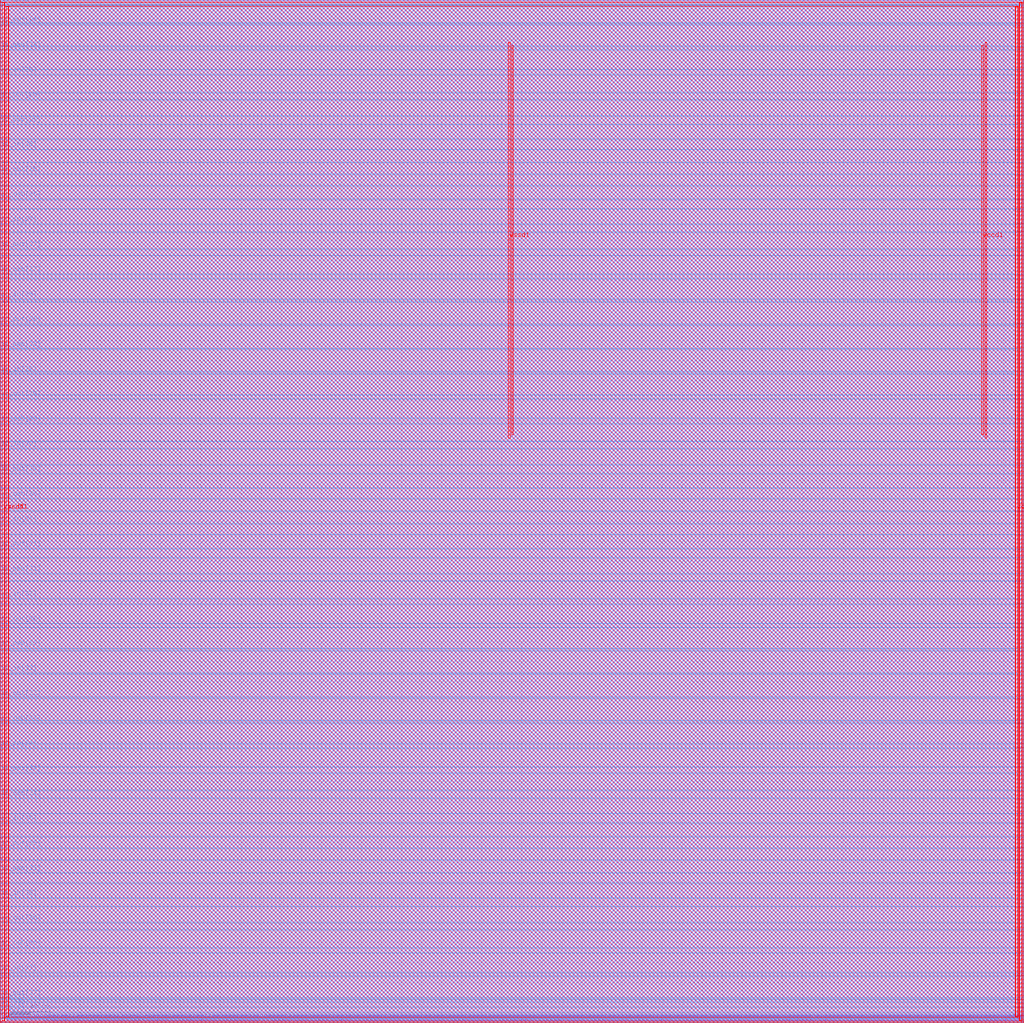
<source format=lef>
##
## LEF for PtnCells ;
## created by Innovus v20.10-p004_1 on Wed Jun  1 00:06:01 2022
##

VERSION 5.8 ;

BUSBITCHARS "[]" ;
DIVIDERCHAR "/" ;

MACRO user_proj_example
  CLASS BLOCK ;
  SIZE 1020.280000 BY 1019.660000 ;
  FOREIGN user_proj_example 0.000000 0.000000 ;
  ORIGIN 0 0 ;
  SYMMETRY X Y R90 ;
  PIN wb_clk_i
    DIRECTION INPUT ;
    USE SIGNAL ;
    ANTENNAMODEL OXIDE1 ;
    ANTENNAGATEAREA 0.852 LAYER met2  ;
    ANTENNAPARTIALMETALAREA 0.8708 LAYER met2  ;
    ANTENNAPARTIALMETALSIDEAREA 4.193 LAYER met2  ;
    ANTENNAPARTIALCUTAREA 0.04 LAYER via2  ;
    ANTENNAPARTIALMETALAREA 144.448 LAYER met3  ;
    ANTENNAPARTIALMETALSIDEAREA 771.328 LAYER met3  ;
    ANTENNAGATEAREA 0.852 LAYER met3  ;
    ANTENNAMAXAREACAR 170.052 LAYER met3  ;
    ANTENNAMAXSIDEAREACAR 906.867 LAYER met3  ;
    ANTENNAMAXCUTCAR 0.107277 LAYER via3  ;
    PORT
      LAYER met2 ;
        RECT 2.015000 0.000000 2.155000 0.490000 ;
    END
  END wb_clk_i
  PIN wb_rst_i
    DIRECTION INPUT ;
    USE SIGNAL ;
    ANTENNAPARTIALMETALAREA 1.7084 LAYER met2  ;
    ANTENNAPARTIALMETALSIDEAREA 8.316 LAYER met2  ;
    ANTENNAMODEL OXIDE1 ;
    ANTENNAGATEAREA 0.2475 LAYER met2  ;
    ANTENNAMAXAREACAR 65.5966 LAYER met2  ;
    ANTENNAMAXSIDEAREACAR 323.949 LAYER met2  ;
    ANTENNAMAXCUTCAR 0.207677 LAYER via2  ;
    PORT
      LAYER met2 ;
        RECT 0.620000 0.000000 0.760000 0.490000 ;
    END
  END wb_rst_i
  PIN wbs_stb_i
    DIRECTION INPUT ;
    USE SIGNAL ;
    PORT
      LAYER met2 ;
        RECT 216.875000 0.000000 217.015000 0.490000 ;
    END
  END wbs_stb_i
  PIN wbs_cyc_i
    DIRECTION INPUT ;
    USE SIGNAL ;
    PORT
      LAYER met2 ;
        RECT 72.940000 0.000000 73.080000 0.490000 ;
    END
  END wbs_cyc_i
  PIN wbs_we_i
    DIRECTION INPUT ;
    USE SIGNAL ;
    PORT
      LAYER met2 ;
        RECT 218.960000 0.000000 219.100000 0.490000 ;
    END
  END wbs_we_i
  PIN wbs_sel_i[3]
    DIRECTION INPUT ;
    USE SIGNAL ;
    PORT
      LAYER met2 ;
        RECT 214.790000 0.000000 214.930000 0.490000 ;
    END
  END wbs_sel_i[3]
  PIN wbs_sel_i[2]
    DIRECTION INPUT ;
    USE SIGNAL ;
    PORT
      LAYER met2 ;
        RECT 212.700000 0.000000 212.840000 0.490000 ;
    END
  END wbs_sel_i[2]
  PIN wbs_sel_i[1]
    DIRECTION INPUT ;
    USE SIGNAL ;
    PORT
      LAYER met2 ;
        RECT 210.615000 0.000000 210.755000 0.490000 ;
    END
  END wbs_sel_i[1]
  PIN wbs_sel_i[0]
    DIRECTION INPUT ;
    USE SIGNAL ;
    PORT
      LAYER met2 ;
        RECT 208.530000 0.000000 208.670000 0.490000 ;
    END
  END wbs_sel_i[0]
  PIN wbs_dat_i[31]
    DIRECTION INPUT ;
    USE SIGNAL ;
    PORT
      LAYER met2 ;
        RECT 139.690000 0.000000 139.830000 0.490000 ;
    END
  END wbs_dat_i[31]
  PIN wbs_dat_i[30]
    DIRECTION INPUT ;
    USE SIGNAL ;
    PORT
      LAYER met2 ;
        RECT 137.605000 0.000000 137.745000 0.490000 ;
    END
  END wbs_dat_i[30]
  PIN wbs_dat_i[29]
    DIRECTION INPUT ;
    USE SIGNAL ;
    PORT
      LAYER met2 ;
        RECT 135.520000 0.000000 135.660000 0.490000 ;
    END
  END wbs_dat_i[29]
  PIN wbs_dat_i[28]
    DIRECTION INPUT ;
    USE SIGNAL ;
    PORT
      LAYER met2 ;
        RECT 133.435000 0.000000 133.575000 0.490000 ;
    END
  END wbs_dat_i[28]
  PIN wbs_dat_i[27]
    DIRECTION INPUT ;
    USE SIGNAL ;
    PORT
      LAYER met2 ;
        RECT 131.350000 0.000000 131.490000 0.490000 ;
    END
  END wbs_dat_i[27]
  PIN wbs_dat_i[26]
    DIRECTION INPUT ;
    USE SIGNAL ;
    PORT
      LAYER met2 ;
        RECT 129.260000 0.000000 129.400000 0.490000 ;
    END
  END wbs_dat_i[26]
  PIN wbs_dat_i[25]
    DIRECTION INPUT ;
    USE SIGNAL ;
    PORT
      LAYER met2 ;
        RECT 127.175000 0.000000 127.315000 0.490000 ;
    END
  END wbs_dat_i[25]
  PIN wbs_dat_i[24]
    DIRECTION INPUT ;
    USE SIGNAL ;
    PORT
      LAYER met2 ;
        RECT 125.090000 0.000000 125.230000 0.490000 ;
    END
  END wbs_dat_i[24]
  PIN wbs_dat_i[23]
    DIRECTION INPUT ;
    USE SIGNAL ;
    PORT
      LAYER met2 ;
        RECT 123.005000 0.000000 123.145000 0.490000 ;
    END
  END wbs_dat_i[23]
  PIN wbs_dat_i[22]
    DIRECTION INPUT ;
    USE SIGNAL ;
    PORT
      LAYER met2 ;
        RECT 120.920000 0.000000 121.060000 0.490000 ;
    END
  END wbs_dat_i[22]
  PIN wbs_dat_i[21]
    DIRECTION INPUT ;
    USE SIGNAL ;
    PORT
      LAYER met2 ;
        RECT 118.830000 0.000000 118.970000 0.490000 ;
    END
  END wbs_dat_i[21]
  PIN wbs_dat_i[20]
    DIRECTION INPUT ;
    USE SIGNAL ;
    PORT
      LAYER met2 ;
        RECT 116.745000 0.000000 116.885000 0.490000 ;
    END
  END wbs_dat_i[20]
  PIN wbs_dat_i[19]
    DIRECTION INPUT ;
    USE SIGNAL ;
    PORT
      LAYER met2 ;
        RECT 114.660000 0.000000 114.800000 0.490000 ;
    END
  END wbs_dat_i[19]
  PIN wbs_dat_i[18]
    DIRECTION INPUT ;
    USE SIGNAL ;
    PORT
      LAYER met2 ;
        RECT 112.575000 0.000000 112.715000 0.490000 ;
    END
  END wbs_dat_i[18]
  PIN wbs_dat_i[17]
    DIRECTION INPUT ;
    USE SIGNAL ;
    PORT
      LAYER met2 ;
        RECT 110.490000 0.000000 110.630000 0.490000 ;
    END
  END wbs_dat_i[17]
  PIN wbs_dat_i[16]
    DIRECTION INPUT ;
    USE SIGNAL ;
    PORT
      LAYER met2 ;
        RECT 108.400000 0.000000 108.540000 0.490000 ;
    END
  END wbs_dat_i[16]
  PIN wbs_dat_i[15]
    DIRECTION INPUT ;
    USE SIGNAL ;
    PORT
      LAYER met2 ;
        RECT 106.315000 0.000000 106.455000 0.490000 ;
    END
  END wbs_dat_i[15]
  PIN wbs_dat_i[14]
    DIRECTION INPUT ;
    USE SIGNAL ;
    PORT
      LAYER met2 ;
        RECT 104.230000 0.000000 104.370000 0.490000 ;
    END
  END wbs_dat_i[14]
  PIN wbs_dat_i[13]
    DIRECTION INPUT ;
    USE SIGNAL ;
    PORT
      LAYER met2 ;
        RECT 102.145000 0.000000 102.285000 0.490000 ;
    END
  END wbs_dat_i[13]
  PIN wbs_dat_i[12]
    DIRECTION INPUT ;
    USE SIGNAL ;
    PORT
      LAYER met2 ;
        RECT 100.060000 0.000000 100.200000 0.490000 ;
    END
  END wbs_dat_i[12]
  PIN wbs_dat_i[11]
    DIRECTION INPUT ;
    USE SIGNAL ;
    PORT
      LAYER met2 ;
        RECT 97.970000 0.000000 98.110000 0.490000 ;
    END
  END wbs_dat_i[11]
  PIN wbs_dat_i[10]
    DIRECTION INPUT ;
    USE SIGNAL ;
    PORT
      LAYER met2 ;
        RECT 95.885000 0.000000 96.025000 0.490000 ;
    END
  END wbs_dat_i[10]
  PIN wbs_dat_i[9]
    DIRECTION INPUT ;
    USE SIGNAL ;
    PORT
      LAYER met2 ;
        RECT 93.800000 0.000000 93.940000 0.490000 ;
    END
  END wbs_dat_i[9]
  PIN wbs_dat_i[8]
    DIRECTION INPUT ;
    USE SIGNAL ;
    PORT
      LAYER met2 ;
        RECT 91.715000 0.000000 91.855000 0.490000 ;
    END
  END wbs_dat_i[8]
  PIN wbs_dat_i[7]
    DIRECTION INPUT ;
    USE SIGNAL ;
    PORT
      LAYER met2 ;
        RECT 89.630000 0.000000 89.770000 0.490000 ;
    END
  END wbs_dat_i[7]
  PIN wbs_dat_i[6]
    DIRECTION INPUT ;
    USE SIGNAL ;
    PORT
      LAYER met2 ;
        RECT 87.540000 0.000000 87.680000 0.490000 ;
    END
  END wbs_dat_i[6]
  PIN wbs_dat_i[5]
    DIRECTION INPUT ;
    USE SIGNAL ;
    PORT
      LAYER met2 ;
        RECT 85.455000 0.000000 85.595000 0.490000 ;
    END
  END wbs_dat_i[5]
  PIN wbs_dat_i[4]
    DIRECTION INPUT ;
    USE SIGNAL ;
    PORT
      LAYER met2 ;
        RECT 83.370000 0.000000 83.510000 0.490000 ;
    END
  END wbs_dat_i[4]
  PIN wbs_dat_i[3]
    DIRECTION INPUT ;
    USE SIGNAL ;
    PORT
      LAYER met2 ;
        RECT 81.285000 0.000000 81.425000 0.490000 ;
    END
  END wbs_dat_i[3]
  PIN wbs_dat_i[2]
    DIRECTION INPUT ;
    USE SIGNAL ;
    PORT
      LAYER met2 ;
        RECT 79.200000 0.000000 79.340000 0.490000 ;
    END
  END wbs_dat_i[2]
  PIN wbs_dat_i[1]
    DIRECTION INPUT ;
    USE SIGNAL ;
    PORT
      LAYER met2 ;
        RECT 77.110000 0.000000 77.250000 0.490000 ;
    END
  END wbs_dat_i[1]
  PIN wbs_dat_i[0]
    DIRECTION INPUT ;
    USE SIGNAL ;
    PORT
      LAYER met2 ;
        RECT 75.025000 0.000000 75.165000 0.490000 ;
    END
  END wbs_dat_i[0]
  PIN wbs_adr_i[31]
    DIRECTION INPUT ;
    USE SIGNAL ;
    PORT
      LAYER met2 ;
        RECT 70.855000 0.000000 70.995000 0.490000 ;
    END
  END wbs_adr_i[31]
  PIN wbs_adr_i[30]
    DIRECTION INPUT ;
    USE SIGNAL ;
    PORT
      LAYER met2 ;
        RECT 68.770000 0.000000 68.910000 0.490000 ;
    END
  END wbs_adr_i[30]
  PIN wbs_adr_i[29]
    DIRECTION INPUT ;
    USE SIGNAL ;
    PORT
      LAYER met2 ;
        RECT 66.680000 0.000000 66.820000 0.490000 ;
    END
  END wbs_adr_i[29]
  PIN wbs_adr_i[28]
    DIRECTION INPUT ;
    USE SIGNAL ;
    PORT
      LAYER met2 ;
        RECT 64.595000 0.000000 64.735000 0.490000 ;
    END
  END wbs_adr_i[28]
  PIN wbs_adr_i[27]
    DIRECTION INPUT ;
    USE SIGNAL ;
    PORT
      LAYER met2 ;
        RECT 62.510000 0.000000 62.650000 0.490000 ;
    END
  END wbs_adr_i[27]
  PIN wbs_adr_i[26]
    DIRECTION INPUT ;
    USE SIGNAL ;
    PORT
      LAYER met2 ;
        RECT 60.425000 0.000000 60.565000 0.490000 ;
    END
  END wbs_adr_i[26]
  PIN wbs_adr_i[25]
    DIRECTION INPUT ;
    USE SIGNAL ;
    PORT
      LAYER met2 ;
        RECT 58.340000 0.000000 58.480000 0.490000 ;
    END
  END wbs_adr_i[25]
  PIN wbs_adr_i[24]
    DIRECTION INPUT ;
    USE SIGNAL ;
    PORT
      LAYER met2 ;
        RECT 56.250000 0.000000 56.390000 0.490000 ;
    END
  END wbs_adr_i[24]
  PIN wbs_adr_i[23]
    DIRECTION INPUT ;
    USE SIGNAL ;
    PORT
      LAYER met2 ;
        RECT 54.165000 0.000000 54.305000 0.490000 ;
    END
  END wbs_adr_i[23]
  PIN wbs_adr_i[22]
    DIRECTION INPUT ;
    USE SIGNAL ;
    PORT
      LAYER met2 ;
        RECT 52.080000 0.000000 52.220000 0.490000 ;
    END
  END wbs_adr_i[22]
  PIN wbs_adr_i[21]
    DIRECTION INPUT ;
    USE SIGNAL ;
    PORT
      LAYER met2 ;
        RECT 49.995000 0.000000 50.135000 0.490000 ;
    END
  END wbs_adr_i[21]
  PIN wbs_adr_i[20]
    DIRECTION INPUT ;
    USE SIGNAL ;
    PORT
      LAYER met2 ;
        RECT 47.910000 0.000000 48.050000 0.490000 ;
    END
  END wbs_adr_i[20]
  PIN wbs_adr_i[19]
    DIRECTION INPUT ;
    USE SIGNAL ;
    PORT
      LAYER met2 ;
        RECT 45.820000 0.000000 45.960000 0.490000 ;
    END
  END wbs_adr_i[19]
  PIN wbs_adr_i[18]
    DIRECTION INPUT ;
    USE SIGNAL ;
    PORT
      LAYER met2 ;
        RECT 43.735000 0.000000 43.875000 0.490000 ;
    END
  END wbs_adr_i[18]
  PIN wbs_adr_i[17]
    DIRECTION INPUT ;
    USE SIGNAL ;
    PORT
      LAYER met2 ;
        RECT 41.650000 0.000000 41.790000 0.490000 ;
    END
  END wbs_adr_i[17]
  PIN wbs_adr_i[16]
    DIRECTION INPUT ;
    USE SIGNAL ;
    PORT
      LAYER met2 ;
        RECT 39.565000 0.000000 39.705000 0.490000 ;
    END
  END wbs_adr_i[16]
  PIN wbs_adr_i[15]
    DIRECTION INPUT ;
    USE SIGNAL ;
    PORT
      LAYER met2 ;
        RECT 37.480000 0.000000 37.620000 0.490000 ;
    END
  END wbs_adr_i[15]
  PIN wbs_adr_i[14]
    DIRECTION INPUT ;
    USE SIGNAL ;
    PORT
      LAYER met2 ;
        RECT 35.390000 0.000000 35.530000 0.490000 ;
    END
  END wbs_adr_i[14]
  PIN wbs_adr_i[13]
    DIRECTION INPUT ;
    USE SIGNAL ;
    PORT
      LAYER met2 ;
        RECT 33.305000 0.000000 33.445000 0.490000 ;
    END
  END wbs_adr_i[13]
  PIN wbs_adr_i[12]
    DIRECTION INPUT ;
    USE SIGNAL ;
    PORT
      LAYER met2 ;
        RECT 31.220000 0.000000 31.360000 0.490000 ;
    END
  END wbs_adr_i[12]
  PIN wbs_adr_i[11]
    DIRECTION INPUT ;
    USE SIGNAL ;
    PORT
      LAYER met2 ;
        RECT 29.135000 0.000000 29.275000 0.490000 ;
    END
  END wbs_adr_i[11]
  PIN wbs_adr_i[10]
    DIRECTION INPUT ;
    USE SIGNAL ;
    PORT
      LAYER met2 ;
        RECT 27.050000 0.000000 27.190000 0.490000 ;
    END
  END wbs_adr_i[10]
  PIN wbs_adr_i[9]
    DIRECTION INPUT ;
    USE SIGNAL ;
    PORT
      LAYER met2 ;
        RECT 24.960000 0.000000 25.100000 0.490000 ;
    END
  END wbs_adr_i[9]
  PIN wbs_adr_i[8]
    DIRECTION INPUT ;
    USE SIGNAL ;
    PORT
      LAYER met2 ;
        RECT 22.875000 0.000000 23.015000 0.490000 ;
    END
  END wbs_adr_i[8]
  PIN wbs_adr_i[7]
    DIRECTION INPUT ;
    USE SIGNAL ;
    PORT
      LAYER met2 ;
        RECT 20.790000 0.000000 20.930000 0.490000 ;
    END
  END wbs_adr_i[7]
  PIN wbs_adr_i[6]
    DIRECTION INPUT ;
    USE SIGNAL ;
    PORT
      LAYER met2 ;
        RECT 18.705000 0.000000 18.845000 0.490000 ;
    END
  END wbs_adr_i[6]
  PIN wbs_adr_i[5]
    DIRECTION INPUT ;
    USE SIGNAL ;
    PORT
      LAYER met2 ;
        RECT 16.620000 0.000000 16.760000 0.490000 ;
    END
  END wbs_adr_i[5]
  PIN wbs_adr_i[4]
    DIRECTION INPUT ;
    USE SIGNAL ;
    PORT
      LAYER met2 ;
        RECT 14.530000 0.000000 14.670000 0.490000 ;
    END
  END wbs_adr_i[4]
  PIN wbs_adr_i[3]
    DIRECTION INPUT ;
    USE SIGNAL ;
    PORT
      LAYER met2 ;
        RECT 12.445000 0.000000 12.585000 0.490000 ;
    END
  END wbs_adr_i[3]
  PIN wbs_adr_i[2]
    DIRECTION INPUT ;
    USE SIGNAL ;
    PORT
      LAYER met2 ;
        RECT 10.360000 0.000000 10.500000 0.490000 ;
    END
  END wbs_adr_i[2]
  PIN wbs_adr_i[1]
    DIRECTION INPUT ;
    USE SIGNAL ;
    PORT
      LAYER met2 ;
        RECT 8.275000 0.000000 8.415000 0.490000 ;
    END
  END wbs_adr_i[1]
  PIN wbs_adr_i[0]
    DIRECTION INPUT ;
    USE SIGNAL ;
    PORT
      LAYER met2 ;
        RECT 6.190000 0.000000 6.330000 0.490000 ;
    END
  END wbs_adr_i[0]
  PIN wbs_ack_o
    DIRECTION OUTPUT ;
    USE SIGNAL ;
    ANTENNAPARTIALMETALAREA 125.992 LAYER met2  ;
    ANTENNAPARTIALMETALSIDEAREA 629.146 LAYER met2  ;
    ANTENNAPARTIALCUTAREA 0.08 LAYER via2  ;
    ANTENNAPARTIALMETALAREA 195.819 LAYER met3  ;
    ANTENNAPARTIALMETALSIDEAREA 1059.53 LAYER met3  ;
    ANTENNAPARTIALCUTAREA 0.08 LAYER via3  ;
    ANTENNAPARTIALMETALAREA 4.6134 LAYER met4  ;
    ANTENNAPARTIALMETALSIDEAREA 26.016 LAYER met4  ;
    ANTENNAMODEL OXIDE1 ;
    ANTENNAGATEAREA 0.2475 LAYER met4  ;
    ANTENNAMAXAREACAR 18.64 LAYER met4  ;
    ANTENNAMAXSIDEAREACAR 105.115 LAYER met4  ;
    PORT
      LAYER met2 ;
        RECT 4.100000 0.000000 4.240000 0.490000 ;
    END
  END wbs_ack_o
  PIN wbs_dat_o[31]
    DIRECTION OUTPUT ;
    USE SIGNAL ;
    ANTENNAPARTIALMETALAREA 126.002 LAYER met2  ;
    ANTENNAPARTIALMETALSIDEAREA 629.247 LAYER met2  ;
    ANTENNAPARTIALCUTAREA 0.08 LAYER via2  ;
    ANTENNAPARTIALMETALAREA 195.819 LAYER met3  ;
    ANTENNAPARTIALMETALSIDEAREA 1059.53 LAYER met3  ;
    ANTENNAPARTIALCUTAREA 0.08 LAYER via3  ;
    ANTENNAPARTIALMETALAREA 4.6134 LAYER met4  ;
    ANTENNAPARTIALMETALSIDEAREA 26.016 LAYER met4  ;
    ANTENNAMODEL OXIDE1 ;
    ANTENNAGATEAREA 0.2475 LAYER met4  ;
    ANTENNAMAXAREACAR 18.64 LAYER met4  ;
    ANTENNAMAXSIDEAREACAR 105.115 LAYER met4  ;
    PORT
      LAYER met2 ;
        RECT 206.445000 0.000000 206.585000 0.490000 ;
    END
  END wbs_dat_o[31]
  PIN wbs_dat_o[30]
    DIRECTION OUTPUT ;
    USE SIGNAL ;
    ANTENNAPARTIALMETALAREA 126.002 LAYER met2  ;
    ANTENNAPARTIALMETALSIDEAREA 629.247 LAYER met2  ;
    ANTENNAPARTIALCUTAREA 0.08 LAYER via2  ;
    ANTENNAPARTIALMETALAREA 195.819 LAYER met3  ;
    ANTENNAPARTIALMETALSIDEAREA 1059.53 LAYER met3  ;
    ANTENNAPARTIALCUTAREA 0.08 LAYER via3  ;
    ANTENNAPARTIALMETALAREA 4.6134 LAYER met4  ;
    ANTENNAPARTIALMETALSIDEAREA 26.016 LAYER met4  ;
    ANTENNAMODEL OXIDE1 ;
    ANTENNAGATEAREA 0.2475 LAYER met4  ;
    ANTENNAMAXAREACAR 18.64 LAYER met4  ;
    ANTENNAMAXSIDEAREACAR 105.115 LAYER met4  ;
    PORT
      LAYER met2 ;
        RECT 204.360000 0.000000 204.500000 0.490000 ;
    END
  END wbs_dat_o[30]
  PIN wbs_dat_o[29]
    DIRECTION OUTPUT ;
    USE SIGNAL ;
    ANTENNAPARTIALMETALAREA 126.002 LAYER met2  ;
    ANTENNAPARTIALMETALSIDEAREA 629.247 LAYER met2  ;
    ANTENNAPARTIALCUTAREA 0.08 LAYER via2  ;
    ANTENNAPARTIALMETALAREA 195.819 LAYER met3  ;
    ANTENNAPARTIALMETALSIDEAREA 1059.53 LAYER met3  ;
    ANTENNAPARTIALCUTAREA 0.08 LAYER via3  ;
    ANTENNAPARTIALMETALAREA 4.6134 LAYER met4  ;
    ANTENNAPARTIALMETALSIDEAREA 26.016 LAYER met4  ;
    ANTENNAMODEL OXIDE1 ;
    ANTENNAGATEAREA 0.2475 LAYER met4  ;
    ANTENNAMAXAREACAR 18.64 LAYER met4  ;
    ANTENNAMAXSIDEAREACAR 105.115 LAYER met4  ;
    PORT
      LAYER met2 ;
        RECT 202.270000 0.000000 202.410000 0.490000 ;
    END
  END wbs_dat_o[29]
  PIN wbs_dat_o[28]
    DIRECTION OUTPUT ;
    USE SIGNAL ;
    ANTENNAPARTIALMETALAREA 126.002 LAYER met2  ;
    ANTENNAPARTIALMETALSIDEAREA 629.247 LAYER met2  ;
    ANTENNAPARTIALCUTAREA 0.08 LAYER via2  ;
    ANTENNAPARTIALMETALAREA 195.819 LAYER met3  ;
    ANTENNAPARTIALMETALSIDEAREA 1059.53 LAYER met3  ;
    ANTENNAPARTIALCUTAREA 0.08 LAYER via3  ;
    ANTENNAPARTIALMETALAREA 4.6134 LAYER met4  ;
    ANTENNAPARTIALMETALSIDEAREA 26.016 LAYER met4  ;
    ANTENNAMODEL OXIDE1 ;
    ANTENNAGATEAREA 0.2475 LAYER met4  ;
    ANTENNAMAXAREACAR 18.64 LAYER met4  ;
    ANTENNAMAXSIDEAREACAR 105.115 LAYER met4  ;
    PORT
      LAYER met2 ;
        RECT 200.185000 0.000000 200.325000 0.490000 ;
    END
  END wbs_dat_o[28]
  PIN wbs_dat_o[27]
    DIRECTION OUTPUT ;
    USE SIGNAL ;
    ANTENNAPARTIALMETALAREA 126.002 LAYER met2  ;
    ANTENNAPARTIALMETALSIDEAREA 629.247 LAYER met2  ;
    ANTENNAPARTIALCUTAREA 0.08 LAYER via2  ;
    ANTENNAPARTIALMETALAREA 195.819 LAYER met3  ;
    ANTENNAPARTIALMETALSIDEAREA 1059.53 LAYER met3  ;
    ANTENNAPARTIALCUTAREA 0.08 LAYER via3  ;
    ANTENNAPARTIALMETALAREA 4.6134 LAYER met4  ;
    ANTENNAPARTIALMETALSIDEAREA 26.016 LAYER met4  ;
    ANTENNAMODEL OXIDE1 ;
    ANTENNAGATEAREA 0.2475 LAYER met4  ;
    ANTENNAMAXAREACAR 18.64 LAYER met4  ;
    ANTENNAMAXSIDEAREACAR 105.115 LAYER met4  ;
    PORT
      LAYER met2 ;
        RECT 198.100000 0.000000 198.240000 0.490000 ;
    END
  END wbs_dat_o[27]
  PIN wbs_dat_o[26]
    DIRECTION OUTPUT ;
    USE SIGNAL ;
    ANTENNAPARTIALMETALAREA 126.002 LAYER met2  ;
    ANTENNAPARTIALMETALSIDEAREA 629.247 LAYER met2  ;
    ANTENNAPARTIALCUTAREA 0.08 LAYER via2  ;
    ANTENNAPARTIALMETALAREA 195.819 LAYER met3  ;
    ANTENNAPARTIALMETALSIDEAREA 1059.53 LAYER met3  ;
    ANTENNAPARTIALCUTAREA 0.08 LAYER via3  ;
    ANTENNAPARTIALMETALAREA 4.6134 LAYER met4  ;
    ANTENNAPARTIALMETALSIDEAREA 26.016 LAYER met4  ;
    ANTENNAMODEL OXIDE1 ;
    ANTENNAGATEAREA 0.2475 LAYER met4  ;
    ANTENNAMAXAREACAR 18.64 LAYER met4  ;
    ANTENNAMAXSIDEAREACAR 105.115 LAYER met4  ;
    PORT
      LAYER met2 ;
        RECT 196.015000 0.000000 196.155000 0.490000 ;
    END
  END wbs_dat_o[26]
  PIN wbs_dat_o[25]
    DIRECTION OUTPUT ;
    USE SIGNAL ;
    ANTENNAPARTIALMETALAREA 126.002 LAYER met2  ;
    ANTENNAPARTIALMETALSIDEAREA 629.247 LAYER met2  ;
    ANTENNAPARTIALCUTAREA 0.08 LAYER via2  ;
    ANTENNAPARTIALMETALAREA 195.819 LAYER met3  ;
    ANTENNAPARTIALMETALSIDEAREA 1059.53 LAYER met3  ;
    ANTENNAPARTIALCUTAREA 0.08 LAYER via3  ;
    ANTENNAPARTIALMETALAREA 4.6134 LAYER met4  ;
    ANTENNAPARTIALMETALSIDEAREA 26.016 LAYER met4  ;
    ANTENNAMODEL OXIDE1 ;
    ANTENNAGATEAREA 0.2475 LAYER met4  ;
    ANTENNAMAXAREACAR 18.64 LAYER met4  ;
    ANTENNAMAXSIDEAREACAR 105.115 LAYER met4  ;
    PORT
      LAYER met2 ;
        RECT 193.930000 0.000000 194.070000 0.490000 ;
    END
  END wbs_dat_o[25]
  PIN wbs_dat_o[24]
    DIRECTION OUTPUT ;
    USE SIGNAL ;
    ANTENNAPARTIALMETALAREA 126.002 LAYER met2  ;
    ANTENNAPARTIALMETALSIDEAREA 629.247 LAYER met2  ;
    ANTENNAPARTIALCUTAREA 0.08 LAYER via2  ;
    ANTENNAPARTIALMETALAREA 195.819 LAYER met3  ;
    ANTENNAPARTIALMETALSIDEAREA 1059.53 LAYER met3  ;
    ANTENNAPARTIALCUTAREA 0.08 LAYER via3  ;
    ANTENNAPARTIALMETALAREA 4.6134 LAYER met4  ;
    ANTENNAPARTIALMETALSIDEAREA 26.016 LAYER met4  ;
    ANTENNAMODEL OXIDE1 ;
    ANTENNAGATEAREA 0.2475 LAYER met4  ;
    ANTENNAMAXAREACAR 18.64 LAYER met4  ;
    ANTENNAMAXSIDEAREACAR 105.115 LAYER met4  ;
    PORT
      LAYER met2 ;
        RECT 191.840000 0.000000 191.980000 0.490000 ;
    END
  END wbs_dat_o[24]
  PIN wbs_dat_o[23]
    DIRECTION OUTPUT ;
    USE SIGNAL ;
    ANTENNAPARTIALMETALAREA 126.002 LAYER met2  ;
    ANTENNAPARTIALMETALSIDEAREA 629.195 LAYER met2  ;
    ANTENNAPARTIALCUTAREA 0.08 LAYER via2  ;
    ANTENNAPARTIALMETALAREA 195.819 LAYER met3  ;
    ANTENNAPARTIALMETALSIDEAREA 1059.53 LAYER met3  ;
    ANTENNAPARTIALCUTAREA 0.08 LAYER via3  ;
    ANTENNAPARTIALMETALAREA 4.6134 LAYER met4  ;
    ANTENNAPARTIALMETALSIDEAREA 26.016 LAYER met4  ;
    ANTENNAMODEL OXIDE1 ;
    ANTENNAGATEAREA 0.2475 LAYER met4  ;
    ANTENNAMAXAREACAR 18.64 LAYER met4  ;
    ANTENNAMAXSIDEAREACAR 105.115 LAYER met4  ;
    PORT
      LAYER met2 ;
        RECT 189.755000 0.000000 189.895000 0.490000 ;
    END
  END wbs_dat_o[23]
  PIN wbs_dat_o[22]
    DIRECTION OUTPUT ;
    USE SIGNAL ;
    ANTENNAPARTIALMETALAREA 126.002 LAYER met2  ;
    ANTENNAPARTIALMETALSIDEAREA 629.195 LAYER met2  ;
    ANTENNAPARTIALCUTAREA 0.08 LAYER via2  ;
    ANTENNAPARTIALMETALAREA 195.819 LAYER met3  ;
    ANTENNAPARTIALMETALSIDEAREA 1059.53 LAYER met3  ;
    ANTENNAPARTIALCUTAREA 0.08 LAYER via3  ;
    ANTENNAPARTIALMETALAREA 4.6134 LAYER met4  ;
    ANTENNAPARTIALMETALSIDEAREA 26.016 LAYER met4  ;
    ANTENNAMODEL OXIDE1 ;
    ANTENNAGATEAREA 0.2475 LAYER met4  ;
    ANTENNAMAXAREACAR 18.64 LAYER met4  ;
    ANTENNAMAXSIDEAREACAR 105.115 LAYER met4  ;
    PORT
      LAYER met2 ;
        RECT 187.670000 0.000000 187.810000 0.490000 ;
    END
  END wbs_dat_o[22]
  PIN wbs_dat_o[21]
    DIRECTION OUTPUT ;
    USE SIGNAL ;
    ANTENNAPARTIALMETALAREA 126.002 LAYER met2  ;
    ANTENNAPARTIALMETALSIDEAREA 629.195 LAYER met2  ;
    ANTENNAPARTIALCUTAREA 0.08 LAYER via2  ;
    ANTENNAPARTIALMETALAREA 195.819 LAYER met3  ;
    ANTENNAPARTIALMETALSIDEAREA 1059.53 LAYER met3  ;
    ANTENNAPARTIALCUTAREA 0.08 LAYER via3  ;
    ANTENNAPARTIALMETALAREA 4.6134 LAYER met4  ;
    ANTENNAPARTIALMETALSIDEAREA 26.016 LAYER met4  ;
    ANTENNAMODEL OXIDE1 ;
    ANTENNAGATEAREA 0.2475 LAYER met4  ;
    ANTENNAMAXAREACAR 18.64 LAYER met4  ;
    ANTENNAMAXSIDEAREACAR 105.115 LAYER met4  ;
    PORT
      LAYER met2 ;
        RECT 185.585000 0.000000 185.725000 0.490000 ;
    END
  END wbs_dat_o[21]
  PIN wbs_dat_o[20]
    DIRECTION OUTPUT ;
    USE SIGNAL ;
    ANTENNAPARTIALMETALAREA 126.002 LAYER met2  ;
    ANTENNAPARTIALMETALSIDEAREA 629.195 LAYER met2  ;
    ANTENNAPARTIALCUTAREA 0.08 LAYER via2  ;
    ANTENNAPARTIALMETALAREA 195.819 LAYER met3  ;
    ANTENNAPARTIALMETALSIDEAREA 1059.53 LAYER met3  ;
    ANTENNAPARTIALCUTAREA 0.08 LAYER via3  ;
    ANTENNAPARTIALMETALAREA 4.6134 LAYER met4  ;
    ANTENNAPARTIALMETALSIDEAREA 26.016 LAYER met4  ;
    ANTENNAMODEL OXIDE1 ;
    ANTENNAGATEAREA 0.2475 LAYER met4  ;
    ANTENNAMAXAREACAR 18.64 LAYER met4  ;
    ANTENNAMAXSIDEAREACAR 105.115 LAYER met4  ;
    PORT
      LAYER met2 ;
        RECT 183.500000 0.000000 183.640000 0.490000 ;
    END
  END wbs_dat_o[20]
  PIN wbs_dat_o[19]
    DIRECTION OUTPUT ;
    USE SIGNAL ;
    ANTENNAPARTIALMETALAREA 126.002 LAYER met2  ;
    ANTENNAPARTIALMETALSIDEAREA 629.195 LAYER met2  ;
    ANTENNAPARTIALCUTAREA 0.08 LAYER via2  ;
    ANTENNAPARTIALMETALAREA 195.819 LAYER met3  ;
    ANTENNAPARTIALMETALSIDEAREA 1059.53 LAYER met3  ;
    ANTENNAPARTIALCUTAREA 0.08 LAYER via3  ;
    ANTENNAPARTIALMETALAREA 4.6134 LAYER met4  ;
    ANTENNAPARTIALMETALSIDEAREA 26.016 LAYER met4  ;
    ANTENNAMODEL OXIDE1 ;
    ANTENNAGATEAREA 0.2475 LAYER met4  ;
    ANTENNAMAXAREACAR 18.64 LAYER met4  ;
    ANTENNAMAXSIDEAREACAR 105.115 LAYER met4  ;
    PORT
      LAYER met2 ;
        RECT 181.410000 0.000000 181.550000 0.490000 ;
    END
  END wbs_dat_o[19]
  PIN wbs_dat_o[18]
    DIRECTION OUTPUT ;
    USE SIGNAL ;
    ANTENNAPARTIALMETALAREA 126.002 LAYER met2  ;
    ANTENNAPARTIALMETALSIDEAREA 629.247 LAYER met2  ;
    ANTENNAPARTIALCUTAREA 0.08 LAYER via2  ;
    ANTENNAPARTIALMETALAREA 195.819 LAYER met3  ;
    ANTENNAPARTIALMETALSIDEAREA 1059.53 LAYER met3  ;
    ANTENNAPARTIALCUTAREA 0.08 LAYER via3  ;
    ANTENNAPARTIALMETALAREA 4.6134 LAYER met4  ;
    ANTENNAPARTIALMETALSIDEAREA 26.016 LAYER met4  ;
    ANTENNAMODEL OXIDE1 ;
    ANTENNAGATEAREA 0.2475 LAYER met4  ;
    ANTENNAMAXAREACAR 18.64 LAYER met4  ;
    ANTENNAMAXSIDEAREACAR 105.115 LAYER met4  ;
    PORT
      LAYER met2 ;
        RECT 179.325000 0.000000 179.465000 0.490000 ;
    END
  END wbs_dat_o[18]
  PIN wbs_dat_o[17]
    DIRECTION OUTPUT ;
    USE SIGNAL ;
    ANTENNAPARTIALMETALAREA 126.002 LAYER met2  ;
    ANTENNAPARTIALMETALSIDEAREA 629.195 LAYER met2  ;
    ANTENNAPARTIALCUTAREA 0.08 LAYER via2  ;
    ANTENNAPARTIALMETALAREA 195.819 LAYER met3  ;
    ANTENNAPARTIALMETALSIDEAREA 1059.53 LAYER met3  ;
    ANTENNAPARTIALCUTAREA 0.08 LAYER via3  ;
    ANTENNAPARTIALMETALAREA 4.6134 LAYER met4  ;
    ANTENNAPARTIALMETALSIDEAREA 26.016 LAYER met4  ;
    ANTENNAMODEL OXIDE1 ;
    ANTENNAGATEAREA 0.2475 LAYER met4  ;
    ANTENNAMAXAREACAR 18.64 LAYER met4  ;
    ANTENNAMAXSIDEAREACAR 105.115 LAYER met4  ;
    PORT
      LAYER met2 ;
        RECT 177.240000 0.000000 177.380000 0.490000 ;
    END
  END wbs_dat_o[17]
  PIN wbs_dat_o[16]
    DIRECTION OUTPUT ;
    USE SIGNAL ;
    ANTENNAPARTIALMETALAREA 126.002 LAYER met2  ;
    ANTENNAPARTIALMETALSIDEAREA 629.195 LAYER met2  ;
    ANTENNAPARTIALCUTAREA 0.08 LAYER via2  ;
    ANTENNAPARTIALMETALAREA 195.819 LAYER met3  ;
    ANTENNAPARTIALMETALSIDEAREA 1059.53 LAYER met3  ;
    ANTENNAPARTIALCUTAREA 0.08 LAYER via3  ;
    ANTENNAPARTIALMETALAREA 4.6134 LAYER met4  ;
    ANTENNAPARTIALMETALSIDEAREA 26.016 LAYER met4  ;
    ANTENNAMODEL OXIDE1 ;
    ANTENNAGATEAREA 0.2475 LAYER met4  ;
    ANTENNAMAXAREACAR 18.64 LAYER met4  ;
    ANTENNAMAXSIDEAREACAR 105.115 LAYER met4  ;
    PORT
      LAYER met2 ;
        RECT 175.155000 0.000000 175.295000 0.490000 ;
    END
  END wbs_dat_o[16]
  PIN wbs_dat_o[15]
    DIRECTION OUTPUT ;
    USE SIGNAL ;
    ANTENNAPARTIALMETALAREA 126.002 LAYER met2  ;
    ANTENNAPARTIALMETALSIDEAREA 629.247 LAYER met2  ;
    ANTENNAPARTIALCUTAREA 0.08 LAYER via2  ;
    ANTENNAPARTIALMETALAREA 195.819 LAYER met3  ;
    ANTENNAPARTIALMETALSIDEAREA 1059.53 LAYER met3  ;
    ANTENNAPARTIALCUTAREA 0.08 LAYER via3  ;
    ANTENNAPARTIALMETALAREA 4.6134 LAYER met4  ;
    ANTENNAPARTIALMETALSIDEAREA 26.016 LAYER met4  ;
    ANTENNAMODEL OXIDE1 ;
    ANTENNAGATEAREA 0.2475 LAYER met4  ;
    ANTENNAMAXAREACAR 18.64 LAYER met4  ;
    ANTENNAMAXSIDEAREACAR 105.115 LAYER met4  ;
    PORT
      LAYER met2 ;
        RECT 173.070000 0.000000 173.210000 0.490000 ;
    END
  END wbs_dat_o[15]
  PIN wbs_dat_o[14]
    DIRECTION OUTPUT ;
    USE SIGNAL ;
    ANTENNAPARTIALMETALAREA 126.002 LAYER met2  ;
    ANTENNAPARTIALMETALSIDEAREA 629.247 LAYER met2  ;
    ANTENNAPARTIALCUTAREA 0.08 LAYER via2  ;
    ANTENNAPARTIALMETALAREA 195.819 LAYER met3  ;
    ANTENNAPARTIALMETALSIDEAREA 1059.53 LAYER met3  ;
    ANTENNAPARTIALCUTAREA 0.08 LAYER via3  ;
    ANTENNAPARTIALMETALAREA 4.6134 LAYER met4  ;
    ANTENNAPARTIALMETALSIDEAREA 26.016 LAYER met4  ;
    ANTENNAMODEL OXIDE1 ;
    ANTENNAGATEAREA 0.2475 LAYER met4  ;
    ANTENNAMAXAREACAR 18.64 LAYER met4  ;
    ANTENNAMAXSIDEAREACAR 105.115 LAYER met4  ;
    PORT
      LAYER met2 ;
        RECT 170.980000 0.000000 171.120000 0.490000 ;
    END
  END wbs_dat_o[14]
  PIN wbs_dat_o[13]
    DIRECTION OUTPUT ;
    USE SIGNAL ;
    ANTENNAPARTIALMETALAREA 126.002 LAYER met2  ;
    ANTENNAPARTIALMETALSIDEAREA 629.247 LAYER met2  ;
    ANTENNAPARTIALCUTAREA 0.08 LAYER via2  ;
    ANTENNAPARTIALMETALAREA 195.819 LAYER met3  ;
    ANTENNAPARTIALMETALSIDEAREA 1059.53 LAYER met3  ;
    ANTENNAPARTIALCUTAREA 0.08 LAYER via3  ;
    ANTENNAPARTIALMETALAREA 4.6134 LAYER met4  ;
    ANTENNAPARTIALMETALSIDEAREA 26.016 LAYER met4  ;
    ANTENNAMODEL OXIDE1 ;
    ANTENNAGATEAREA 0.2475 LAYER met4  ;
    ANTENNAMAXAREACAR 18.64 LAYER met4  ;
    ANTENNAMAXSIDEAREACAR 105.115 LAYER met4  ;
    PORT
      LAYER met2 ;
        RECT 168.895000 0.000000 169.035000 0.490000 ;
    END
  END wbs_dat_o[13]
  PIN wbs_dat_o[12]
    DIRECTION OUTPUT ;
    USE SIGNAL ;
    ANTENNAPARTIALMETALAREA 126.002 LAYER met2  ;
    ANTENNAPARTIALMETALSIDEAREA 629.247 LAYER met2  ;
    ANTENNAPARTIALCUTAREA 0.08 LAYER via2  ;
    ANTENNAPARTIALMETALAREA 195.819 LAYER met3  ;
    ANTENNAPARTIALMETALSIDEAREA 1059.53 LAYER met3  ;
    ANTENNAPARTIALCUTAREA 0.08 LAYER via3  ;
    ANTENNAPARTIALMETALAREA 4.6134 LAYER met4  ;
    ANTENNAPARTIALMETALSIDEAREA 26.016 LAYER met4  ;
    ANTENNAMODEL OXIDE1 ;
    ANTENNAGATEAREA 0.2475 LAYER met4  ;
    ANTENNAMAXAREACAR 18.64 LAYER met4  ;
    ANTENNAMAXSIDEAREACAR 105.115 LAYER met4  ;
    PORT
      LAYER met2 ;
        RECT 166.810000 0.000000 166.950000 0.490000 ;
    END
  END wbs_dat_o[12]
  PIN wbs_dat_o[11]
    DIRECTION OUTPUT ;
    USE SIGNAL ;
    ANTENNAPARTIALMETALAREA 126.002 LAYER met2  ;
    ANTENNAPARTIALMETALSIDEAREA 629.247 LAYER met2  ;
    ANTENNAPARTIALCUTAREA 0.08 LAYER via2  ;
    ANTENNAPARTIALMETALAREA 195.819 LAYER met3  ;
    ANTENNAPARTIALMETALSIDEAREA 1059.53 LAYER met3  ;
    ANTENNAPARTIALCUTAREA 0.08 LAYER via3  ;
    ANTENNAPARTIALMETALAREA 4.6134 LAYER met4  ;
    ANTENNAPARTIALMETALSIDEAREA 26.016 LAYER met4  ;
    ANTENNAMODEL OXIDE1 ;
    ANTENNAGATEAREA 0.2475 LAYER met4  ;
    ANTENNAMAXAREACAR 18.64 LAYER met4  ;
    ANTENNAMAXSIDEAREACAR 105.115 LAYER met4  ;
    PORT
      LAYER met2 ;
        RECT 164.725000 0.000000 164.865000 0.490000 ;
    END
  END wbs_dat_o[11]
  PIN wbs_dat_o[10]
    DIRECTION OUTPUT ;
    USE SIGNAL ;
    ANTENNAPARTIALMETALAREA 126.002 LAYER met2  ;
    ANTENNAPARTIALMETALSIDEAREA 629.247 LAYER met2  ;
    ANTENNAPARTIALCUTAREA 0.08 LAYER via2  ;
    ANTENNAPARTIALMETALAREA 195.819 LAYER met3  ;
    ANTENNAPARTIALMETALSIDEAREA 1059.53 LAYER met3  ;
    ANTENNAPARTIALCUTAREA 0.08 LAYER via3  ;
    ANTENNAPARTIALMETALAREA 4.6134 LAYER met4  ;
    ANTENNAPARTIALMETALSIDEAREA 26.016 LAYER met4  ;
    ANTENNAMODEL OXIDE1 ;
    ANTENNAGATEAREA 0.2475 LAYER met4  ;
    ANTENNAMAXAREACAR 18.64 LAYER met4  ;
    ANTENNAMAXSIDEAREACAR 105.115 LAYER met4  ;
    PORT
      LAYER met2 ;
        RECT 162.640000 0.000000 162.780000 0.490000 ;
    END
  END wbs_dat_o[10]
  PIN wbs_dat_o[9]
    DIRECTION OUTPUT ;
    USE SIGNAL ;
    ANTENNAPARTIALMETALAREA 126.002 LAYER met2  ;
    ANTENNAPARTIALMETALSIDEAREA 629.247 LAYER met2  ;
    ANTENNAPARTIALCUTAREA 0.08 LAYER via2  ;
    ANTENNAPARTIALMETALAREA 195.819 LAYER met3  ;
    ANTENNAPARTIALMETALSIDEAREA 1059.53 LAYER met3  ;
    ANTENNAPARTIALCUTAREA 0.08 LAYER via3  ;
    ANTENNAPARTIALMETALAREA 4.6134 LAYER met4  ;
    ANTENNAPARTIALMETALSIDEAREA 26.016 LAYER met4  ;
    ANTENNAMODEL OXIDE1 ;
    ANTENNAGATEAREA 0.2475 LAYER met4  ;
    ANTENNAMAXAREACAR 18.64 LAYER met4  ;
    ANTENNAMAXSIDEAREACAR 105.115 LAYER met4  ;
    PORT
      LAYER met2 ;
        RECT 160.550000 0.000000 160.690000 0.490000 ;
    END
  END wbs_dat_o[9]
  PIN wbs_dat_o[8]
    DIRECTION OUTPUT ;
    USE SIGNAL ;
    ANTENNAPARTIALMETALAREA 126.002 LAYER met2  ;
    ANTENNAPARTIALMETALSIDEAREA 629.247 LAYER met2  ;
    ANTENNAPARTIALCUTAREA 0.08 LAYER via2  ;
    ANTENNAPARTIALMETALAREA 195.819 LAYER met3  ;
    ANTENNAPARTIALMETALSIDEAREA 1059.53 LAYER met3  ;
    ANTENNAPARTIALCUTAREA 0.08 LAYER via3  ;
    ANTENNAPARTIALMETALAREA 4.6134 LAYER met4  ;
    ANTENNAPARTIALMETALSIDEAREA 26.016 LAYER met4  ;
    ANTENNAMODEL OXIDE1 ;
    ANTENNAGATEAREA 0.2475 LAYER met4  ;
    ANTENNAMAXAREACAR 18.64 LAYER met4  ;
    ANTENNAMAXSIDEAREACAR 105.115 LAYER met4  ;
    PORT
      LAYER met2 ;
        RECT 158.465000 0.000000 158.605000 0.490000 ;
    END
  END wbs_dat_o[8]
  PIN wbs_dat_o[7]
    DIRECTION OUTPUT ;
    USE SIGNAL ;
    ANTENNAPARTIALMETALAREA 126.002 LAYER met2  ;
    ANTENNAPARTIALMETALSIDEAREA 629.247 LAYER met2  ;
    ANTENNAPARTIALCUTAREA 0.08 LAYER via2  ;
    ANTENNAPARTIALMETALAREA 195.819 LAYER met3  ;
    ANTENNAPARTIALMETALSIDEAREA 1059.53 LAYER met3  ;
    ANTENNAPARTIALCUTAREA 0.08 LAYER via3  ;
    ANTENNAPARTIALMETALAREA 4.6134 LAYER met4  ;
    ANTENNAPARTIALMETALSIDEAREA 26.016 LAYER met4  ;
    ANTENNAMODEL OXIDE1 ;
    ANTENNAGATEAREA 0.2475 LAYER met4  ;
    ANTENNAMAXAREACAR 18.64 LAYER met4  ;
    ANTENNAMAXSIDEAREACAR 105.115 LAYER met4  ;
    PORT
      LAYER met2 ;
        RECT 156.380000 0.000000 156.520000 0.490000 ;
    END
  END wbs_dat_o[7]
  PIN wbs_dat_o[6]
    DIRECTION OUTPUT ;
    USE SIGNAL ;
    ANTENNAPARTIALMETALAREA 126.002 LAYER met2  ;
    ANTENNAPARTIALMETALSIDEAREA 629.247 LAYER met2  ;
    ANTENNAPARTIALCUTAREA 0.08 LAYER via2  ;
    ANTENNAPARTIALMETALAREA 195.819 LAYER met3  ;
    ANTENNAPARTIALMETALSIDEAREA 1059.53 LAYER met3  ;
    ANTENNAPARTIALCUTAREA 0.08 LAYER via3  ;
    ANTENNAPARTIALMETALAREA 4.6134 LAYER met4  ;
    ANTENNAPARTIALMETALSIDEAREA 26.016 LAYER met4  ;
    ANTENNAMODEL OXIDE1 ;
    ANTENNAGATEAREA 0.2475 LAYER met4  ;
    ANTENNAMAXAREACAR 18.64 LAYER met4  ;
    ANTENNAMAXSIDEAREACAR 105.115 LAYER met4  ;
    PORT
      LAYER met2 ;
        RECT 154.295000 0.000000 154.435000 0.490000 ;
    END
  END wbs_dat_o[6]
  PIN wbs_dat_o[5]
    DIRECTION OUTPUT ;
    USE SIGNAL ;
    ANTENNAPARTIALMETALAREA 126.002 LAYER met2  ;
    ANTENNAPARTIALMETALSIDEAREA 629.195 LAYER met2  ;
    ANTENNAPARTIALCUTAREA 0.08 LAYER via2  ;
    ANTENNAPARTIALMETALAREA 195.819 LAYER met3  ;
    ANTENNAPARTIALMETALSIDEAREA 1059.53 LAYER met3  ;
    ANTENNAPARTIALCUTAREA 0.08 LAYER via3  ;
    ANTENNAPARTIALMETALAREA 4.6134 LAYER met4  ;
    ANTENNAPARTIALMETALSIDEAREA 26.016 LAYER met4  ;
    ANTENNAMODEL OXIDE1 ;
    ANTENNAGATEAREA 0.2475 LAYER met4  ;
    ANTENNAMAXAREACAR 18.64 LAYER met4  ;
    ANTENNAMAXSIDEAREACAR 105.115 LAYER met4  ;
    PORT
      LAYER met2 ;
        RECT 152.210000 0.000000 152.350000 0.490000 ;
    END
  END wbs_dat_o[5]
  PIN wbs_dat_o[4]
    DIRECTION OUTPUT ;
    USE SIGNAL ;
    ANTENNAPARTIALMETALAREA 126.002 LAYER met2  ;
    ANTENNAPARTIALMETALSIDEAREA 629.247 LAYER met2  ;
    ANTENNAPARTIALCUTAREA 0.08 LAYER via2  ;
    ANTENNAPARTIALMETALAREA 195.819 LAYER met3  ;
    ANTENNAPARTIALMETALSIDEAREA 1059.53 LAYER met3  ;
    ANTENNAPARTIALCUTAREA 0.08 LAYER via3  ;
    ANTENNAPARTIALMETALAREA 4.6134 LAYER met4  ;
    ANTENNAPARTIALMETALSIDEAREA 26.016 LAYER met4  ;
    ANTENNAMODEL OXIDE1 ;
    ANTENNAGATEAREA 0.2475 LAYER met4  ;
    ANTENNAMAXAREACAR 18.64 LAYER met4  ;
    ANTENNAMAXSIDEAREACAR 105.115 LAYER met4  ;
    PORT
      LAYER met2 ;
        RECT 150.120000 0.000000 150.260000 0.490000 ;
    END
  END wbs_dat_o[4]
  PIN wbs_dat_o[3]
    DIRECTION OUTPUT ;
    USE SIGNAL ;
    ANTENNAPARTIALMETALAREA 126.002 LAYER met2  ;
    ANTENNAPARTIALMETALSIDEAREA 629.247 LAYER met2  ;
    ANTENNAPARTIALCUTAREA 0.08 LAYER via2  ;
    ANTENNAPARTIALMETALAREA 195.819 LAYER met3  ;
    ANTENNAPARTIALMETALSIDEAREA 1059.53 LAYER met3  ;
    ANTENNAPARTIALCUTAREA 0.08 LAYER via3  ;
    ANTENNAPARTIALMETALAREA 4.6134 LAYER met4  ;
    ANTENNAPARTIALMETALSIDEAREA 26.016 LAYER met4  ;
    ANTENNAMODEL OXIDE1 ;
    ANTENNAGATEAREA 0.2475 LAYER met4  ;
    ANTENNAMAXAREACAR 18.64 LAYER met4  ;
    ANTENNAMAXSIDEAREACAR 105.115 LAYER met4  ;
    PORT
      LAYER met2 ;
        RECT 148.035000 0.000000 148.175000 0.490000 ;
    END
  END wbs_dat_o[3]
  PIN wbs_dat_o[2]
    DIRECTION OUTPUT ;
    USE SIGNAL ;
    ANTENNAPARTIALMETALAREA 126.002 LAYER met2  ;
    ANTENNAPARTIALMETALSIDEAREA 629.247 LAYER met2  ;
    ANTENNAPARTIALCUTAREA 0.08 LAYER via2  ;
    ANTENNAPARTIALMETALAREA 195.819 LAYER met3  ;
    ANTENNAPARTIALMETALSIDEAREA 1059.53 LAYER met3  ;
    ANTENNAPARTIALCUTAREA 0.08 LAYER via3  ;
    ANTENNAPARTIALMETALAREA 4.6134 LAYER met4  ;
    ANTENNAPARTIALMETALSIDEAREA 26.016 LAYER met4  ;
    ANTENNAMODEL OXIDE1 ;
    ANTENNAGATEAREA 0.2475 LAYER met4  ;
    ANTENNAMAXAREACAR 18.64 LAYER met4  ;
    ANTENNAMAXSIDEAREACAR 105.115 LAYER met4  ;
    PORT
      LAYER met2 ;
        RECT 145.950000 0.000000 146.090000 0.490000 ;
    END
  END wbs_dat_o[2]
  PIN wbs_dat_o[1]
    DIRECTION OUTPUT ;
    USE SIGNAL ;
    ANTENNAPARTIALMETALAREA 126.002 LAYER met2  ;
    ANTENNAPARTIALMETALSIDEAREA 629.247 LAYER met2  ;
    ANTENNAPARTIALCUTAREA 0.08 LAYER via2  ;
    ANTENNAPARTIALMETALAREA 195.819 LAYER met3  ;
    ANTENNAPARTIALMETALSIDEAREA 1059.53 LAYER met3  ;
    ANTENNAPARTIALCUTAREA 0.08 LAYER via3  ;
    ANTENNAPARTIALMETALAREA 4.6134 LAYER met4  ;
    ANTENNAPARTIALMETALSIDEAREA 26.016 LAYER met4  ;
    ANTENNAMODEL OXIDE1 ;
    ANTENNAGATEAREA 0.2475 LAYER met4  ;
    ANTENNAMAXAREACAR 18.64 LAYER met4  ;
    ANTENNAMAXSIDEAREACAR 105.115 LAYER met4  ;
    PORT
      LAYER met2 ;
        RECT 143.865000 0.000000 144.005000 0.490000 ;
    END
  END wbs_dat_o[1]
  PIN wbs_dat_o[0]
    DIRECTION OUTPUT ;
    USE SIGNAL ;
    ANTENNAPARTIALMETALAREA 126.002 LAYER met2  ;
    ANTENNAPARTIALMETALSIDEAREA 629.247 LAYER met2  ;
    ANTENNAPARTIALCUTAREA 0.08 LAYER via2  ;
    ANTENNAPARTIALMETALAREA 195.819 LAYER met3  ;
    ANTENNAPARTIALMETALSIDEAREA 1059.53 LAYER met3  ;
    ANTENNAPARTIALCUTAREA 0.08 LAYER via3  ;
    ANTENNAPARTIALMETALAREA 4.6134 LAYER met4  ;
    ANTENNAPARTIALMETALSIDEAREA 26.016 LAYER met4  ;
    ANTENNAMODEL OXIDE1 ;
    ANTENNAGATEAREA 0.2475 LAYER met4  ;
    ANTENNAMAXAREACAR 18.64 LAYER met4  ;
    ANTENNAMAXSIDEAREACAR 105.115 LAYER met4  ;
    PORT
      LAYER met2 ;
        RECT 141.780000 0.000000 141.920000 0.490000 ;
    END
  END wbs_dat_o[0]
  PIN la_data_in[127]
    DIRECTION INPUT ;
    USE SIGNAL ;
    PORT
      LAYER met2 ;
        RECT 485.970000 0.000000 486.110000 0.490000 ;
    END
  END la_data_in[127]
  PIN la_data_in[126]
    DIRECTION INPUT ;
    USE SIGNAL ;
    PORT
      LAYER met2 ;
        RECT 483.880000 0.000000 484.020000 0.490000 ;
    END
  END la_data_in[126]
  PIN la_data_in[125]
    DIRECTION INPUT ;
    USE SIGNAL ;
    PORT
      LAYER met2 ;
        RECT 481.795000 0.000000 481.935000 0.490000 ;
    END
  END la_data_in[125]
  PIN la_data_in[124]
    DIRECTION INPUT ;
    USE SIGNAL ;
    PORT
      LAYER met2 ;
        RECT 479.710000 0.000000 479.850000 0.490000 ;
    END
  END la_data_in[124]
  PIN la_data_in[123]
    DIRECTION INPUT ;
    USE SIGNAL ;
    PORT
      LAYER met2 ;
        RECT 477.625000 0.000000 477.765000 0.490000 ;
    END
  END la_data_in[123]
  PIN la_data_in[122]
    DIRECTION INPUT ;
    USE SIGNAL ;
    PORT
      LAYER met2 ;
        RECT 475.540000 0.000000 475.680000 0.490000 ;
    END
  END la_data_in[122]
  PIN la_data_in[121]
    DIRECTION INPUT ;
    USE SIGNAL ;
    PORT
      LAYER met2 ;
        RECT 473.450000 0.000000 473.590000 0.490000 ;
    END
  END la_data_in[121]
  PIN la_data_in[120]
    DIRECTION INPUT ;
    USE SIGNAL ;
    PORT
      LAYER met2 ;
        RECT 471.365000 0.000000 471.505000 0.490000 ;
    END
  END la_data_in[120]
  PIN la_data_in[119]
    DIRECTION INPUT ;
    USE SIGNAL ;
    PORT
      LAYER met2 ;
        RECT 469.280000 0.000000 469.420000 0.490000 ;
    END
  END la_data_in[119]
  PIN la_data_in[118]
    DIRECTION INPUT ;
    USE SIGNAL ;
    PORT
      LAYER met2 ;
        RECT 467.195000 0.000000 467.335000 0.490000 ;
    END
  END la_data_in[118]
  PIN la_data_in[117]
    DIRECTION INPUT ;
    USE SIGNAL ;
    PORT
      LAYER met2 ;
        RECT 465.110000 0.000000 465.250000 0.490000 ;
    END
  END la_data_in[117]
  PIN la_data_in[116]
    DIRECTION INPUT ;
    USE SIGNAL ;
    PORT
      LAYER met2 ;
        RECT 463.020000 0.000000 463.160000 0.490000 ;
    END
  END la_data_in[116]
  PIN la_data_in[115]
    DIRECTION INPUT ;
    USE SIGNAL ;
    PORT
      LAYER met2 ;
        RECT 460.935000 0.000000 461.075000 0.490000 ;
    END
  END la_data_in[115]
  PIN la_data_in[114]
    DIRECTION INPUT ;
    USE SIGNAL ;
    PORT
      LAYER met2 ;
        RECT 458.850000 0.000000 458.990000 0.490000 ;
    END
  END la_data_in[114]
  PIN la_data_in[113]
    DIRECTION INPUT ;
    USE SIGNAL ;
    PORT
      LAYER met2 ;
        RECT 456.765000 0.000000 456.905000 0.490000 ;
    END
  END la_data_in[113]
  PIN la_data_in[112]
    DIRECTION INPUT ;
    USE SIGNAL ;
    PORT
      LAYER met2 ;
        RECT 454.680000 0.000000 454.820000 0.490000 ;
    END
  END la_data_in[112]
  PIN la_data_in[111]
    DIRECTION INPUT ;
    USE SIGNAL ;
    PORT
      LAYER met2 ;
        RECT 452.590000 0.000000 452.730000 0.490000 ;
    END
  END la_data_in[111]
  PIN la_data_in[110]
    DIRECTION INPUT ;
    USE SIGNAL ;
    PORT
      LAYER met2 ;
        RECT 450.505000 0.000000 450.645000 0.490000 ;
    END
  END la_data_in[110]
  PIN la_data_in[109]
    DIRECTION INPUT ;
    USE SIGNAL ;
    PORT
      LAYER met2 ;
        RECT 448.420000 0.000000 448.560000 0.490000 ;
    END
  END la_data_in[109]
  PIN la_data_in[108]
    DIRECTION INPUT ;
    USE SIGNAL ;
    PORT
      LAYER met2 ;
        RECT 446.335000 0.000000 446.475000 0.490000 ;
    END
  END la_data_in[108]
  PIN la_data_in[107]
    DIRECTION INPUT ;
    USE SIGNAL ;
    PORT
      LAYER met2 ;
        RECT 444.250000 0.000000 444.390000 0.490000 ;
    END
  END la_data_in[107]
  PIN la_data_in[106]
    DIRECTION INPUT ;
    USE SIGNAL ;
    PORT
      LAYER met2 ;
        RECT 442.160000 0.000000 442.300000 0.490000 ;
    END
  END la_data_in[106]
  PIN la_data_in[105]
    DIRECTION INPUT ;
    USE SIGNAL ;
    PORT
      LAYER met2 ;
        RECT 440.075000 0.000000 440.215000 0.490000 ;
    END
  END la_data_in[105]
  PIN la_data_in[104]
    DIRECTION INPUT ;
    USE SIGNAL ;
    PORT
      LAYER met2 ;
        RECT 437.990000 0.000000 438.130000 0.490000 ;
    END
  END la_data_in[104]
  PIN la_data_in[103]
    DIRECTION INPUT ;
    USE SIGNAL ;
    PORT
      LAYER met2 ;
        RECT 435.905000 0.000000 436.045000 0.490000 ;
    END
  END la_data_in[103]
  PIN la_data_in[102]
    DIRECTION INPUT ;
    USE SIGNAL ;
    PORT
      LAYER met2 ;
        RECT 433.820000 0.000000 433.960000 0.490000 ;
    END
  END la_data_in[102]
  PIN la_data_in[101]
    DIRECTION INPUT ;
    USE SIGNAL ;
    PORT
      LAYER met2 ;
        RECT 431.730000 0.000000 431.870000 0.490000 ;
    END
  END la_data_in[101]
  PIN la_data_in[100]
    DIRECTION INPUT ;
    USE SIGNAL ;
    PORT
      LAYER met2 ;
        RECT 429.645000 0.000000 429.785000 0.490000 ;
    END
  END la_data_in[100]
  PIN la_data_in[99]
    DIRECTION INPUT ;
    USE SIGNAL ;
    PORT
      LAYER met2 ;
        RECT 427.560000 0.000000 427.700000 0.490000 ;
    END
  END la_data_in[99]
  PIN la_data_in[98]
    DIRECTION INPUT ;
    USE SIGNAL ;
    PORT
      LAYER met2 ;
        RECT 425.475000 0.000000 425.615000 0.490000 ;
    END
  END la_data_in[98]
  PIN la_data_in[97]
    DIRECTION INPUT ;
    USE SIGNAL ;
    PORT
      LAYER met2 ;
        RECT 423.390000 0.000000 423.530000 0.490000 ;
    END
  END la_data_in[97]
  PIN la_data_in[96]
    DIRECTION INPUT ;
    USE SIGNAL ;
    PORT
      LAYER met2 ;
        RECT 421.300000 0.000000 421.440000 0.490000 ;
    END
  END la_data_in[96]
  PIN la_data_in[95]
    DIRECTION INPUT ;
    USE SIGNAL ;
    PORT
      LAYER met2 ;
        RECT 419.215000 0.000000 419.355000 0.490000 ;
    END
  END la_data_in[95]
  PIN la_data_in[94]
    DIRECTION INPUT ;
    USE SIGNAL ;
    PORT
      LAYER met2 ;
        RECT 417.130000 0.000000 417.270000 0.490000 ;
    END
  END la_data_in[94]
  PIN la_data_in[93]
    DIRECTION INPUT ;
    USE SIGNAL ;
    PORT
      LAYER met2 ;
        RECT 415.045000 0.000000 415.185000 0.490000 ;
    END
  END la_data_in[93]
  PIN la_data_in[92]
    DIRECTION INPUT ;
    USE SIGNAL ;
    PORT
      LAYER met2 ;
        RECT 412.960000 0.000000 413.100000 0.490000 ;
    END
  END la_data_in[92]
  PIN la_data_in[91]
    DIRECTION INPUT ;
    USE SIGNAL ;
    PORT
      LAYER met2 ;
        RECT 410.870000 0.000000 411.010000 0.490000 ;
    END
  END la_data_in[91]
  PIN la_data_in[90]
    DIRECTION INPUT ;
    USE SIGNAL ;
    PORT
      LAYER met2 ;
        RECT 408.785000 0.000000 408.925000 0.490000 ;
    END
  END la_data_in[90]
  PIN la_data_in[89]
    DIRECTION INPUT ;
    USE SIGNAL ;
    PORT
      LAYER met2 ;
        RECT 406.700000 0.000000 406.840000 0.490000 ;
    END
  END la_data_in[89]
  PIN la_data_in[88]
    DIRECTION INPUT ;
    USE SIGNAL ;
    PORT
      LAYER met2 ;
        RECT 404.615000 0.000000 404.755000 0.490000 ;
    END
  END la_data_in[88]
  PIN la_data_in[87]
    DIRECTION INPUT ;
    USE SIGNAL ;
    PORT
      LAYER met2 ;
        RECT 402.530000 0.000000 402.670000 0.490000 ;
    END
  END la_data_in[87]
  PIN la_data_in[86]
    DIRECTION INPUT ;
    USE SIGNAL ;
    PORT
      LAYER met2 ;
        RECT 400.440000 0.000000 400.580000 0.490000 ;
    END
  END la_data_in[86]
  PIN la_data_in[85]
    DIRECTION INPUT ;
    USE SIGNAL ;
    PORT
      LAYER met2 ;
        RECT 398.355000 0.000000 398.495000 0.490000 ;
    END
  END la_data_in[85]
  PIN la_data_in[84]
    DIRECTION INPUT ;
    USE SIGNAL ;
    PORT
      LAYER met2 ;
        RECT 396.270000 0.000000 396.410000 0.490000 ;
    END
  END la_data_in[84]
  PIN la_data_in[83]
    DIRECTION INPUT ;
    USE SIGNAL ;
    PORT
      LAYER met2 ;
        RECT 394.185000 0.000000 394.325000 0.490000 ;
    END
  END la_data_in[83]
  PIN la_data_in[82]
    DIRECTION INPUT ;
    USE SIGNAL ;
    PORT
      LAYER met2 ;
        RECT 392.100000 0.000000 392.240000 0.490000 ;
    END
  END la_data_in[82]
  PIN la_data_in[81]
    DIRECTION INPUT ;
    USE SIGNAL ;
    PORT
      LAYER met2 ;
        RECT 390.010000 0.000000 390.150000 0.490000 ;
    END
  END la_data_in[81]
  PIN la_data_in[80]
    DIRECTION INPUT ;
    USE SIGNAL ;
    PORT
      LAYER met2 ;
        RECT 387.925000 0.000000 388.065000 0.490000 ;
    END
  END la_data_in[80]
  PIN la_data_in[79]
    DIRECTION INPUT ;
    USE SIGNAL ;
    PORT
      LAYER met2 ;
        RECT 385.840000 0.000000 385.980000 0.490000 ;
    END
  END la_data_in[79]
  PIN la_data_in[78]
    DIRECTION INPUT ;
    USE SIGNAL ;
    PORT
      LAYER met2 ;
        RECT 383.755000 0.000000 383.895000 0.490000 ;
    END
  END la_data_in[78]
  PIN la_data_in[77]
    DIRECTION INPUT ;
    USE SIGNAL ;
    PORT
      LAYER met2 ;
        RECT 381.670000 0.000000 381.810000 0.490000 ;
    END
  END la_data_in[77]
  PIN la_data_in[76]
    DIRECTION INPUT ;
    USE SIGNAL ;
    PORT
      LAYER met2 ;
        RECT 379.580000 0.000000 379.720000 0.490000 ;
    END
  END la_data_in[76]
  PIN la_data_in[75]
    DIRECTION INPUT ;
    USE SIGNAL ;
    PORT
      LAYER met2 ;
        RECT 377.495000 0.000000 377.635000 0.490000 ;
    END
  END la_data_in[75]
  PIN la_data_in[74]
    DIRECTION INPUT ;
    USE SIGNAL ;
    PORT
      LAYER met2 ;
        RECT 375.410000 0.000000 375.550000 0.490000 ;
    END
  END la_data_in[74]
  PIN la_data_in[73]
    DIRECTION INPUT ;
    USE SIGNAL ;
    PORT
      LAYER met2 ;
        RECT 373.325000 0.000000 373.465000 0.490000 ;
    END
  END la_data_in[73]
  PIN la_data_in[72]
    DIRECTION INPUT ;
    USE SIGNAL ;
    PORT
      LAYER met2 ;
        RECT 371.240000 0.000000 371.380000 0.490000 ;
    END
  END la_data_in[72]
  PIN la_data_in[71]
    DIRECTION INPUT ;
    USE SIGNAL ;
    PORT
      LAYER met2 ;
        RECT 369.150000 0.000000 369.290000 0.490000 ;
    END
  END la_data_in[71]
  PIN la_data_in[70]
    DIRECTION INPUT ;
    USE SIGNAL ;
    PORT
      LAYER met2 ;
        RECT 367.065000 0.000000 367.205000 0.490000 ;
    END
  END la_data_in[70]
  PIN la_data_in[69]
    DIRECTION INPUT ;
    USE SIGNAL ;
    PORT
      LAYER met2 ;
        RECT 364.980000 0.000000 365.120000 0.490000 ;
    END
  END la_data_in[69]
  PIN la_data_in[68]
    DIRECTION INPUT ;
    USE SIGNAL ;
    PORT
      LAYER met2 ;
        RECT 362.895000 0.000000 363.035000 0.490000 ;
    END
  END la_data_in[68]
  PIN la_data_in[67]
    DIRECTION INPUT ;
    USE SIGNAL ;
    PORT
      LAYER met2 ;
        RECT 360.810000 0.000000 360.950000 0.490000 ;
    END
  END la_data_in[67]
  PIN la_data_in[66]
    DIRECTION INPUT ;
    USE SIGNAL ;
    PORT
      LAYER met2 ;
        RECT 358.720000 0.000000 358.860000 0.490000 ;
    END
  END la_data_in[66]
  PIN la_data_in[65]
    DIRECTION INPUT ;
    USE SIGNAL ;
    ANTENNAPARTIALMETALAREA 2.9305 LAYER met2  ;
    ANTENNAPARTIALMETALSIDEAREA 14.3185 LAYER met2  ;
    ANTENNAMODEL OXIDE1 ;
    ANTENNAGATEAREA 3.96 LAYER met2  ;
    ANTENNAMAXAREACAR 1.11871 LAYER met2  ;
    ANTENNAMAXSIDEAREACAR 4.22866 LAYER met2  ;
    ANTENNAMAXCUTCAR 0.0259596 LAYER via2  ;
    PORT
      LAYER met2 ;
        RECT 356.635000 0.000000 356.775000 0.490000 ;
    END
  END la_data_in[65]
  PIN la_data_in[64]
    DIRECTION INPUT ;
    USE SIGNAL ;
    ANTENNAPARTIALMETALAREA 20.6129 LAYER met2  ;
    ANTENNAPARTIALMETALSIDEAREA 102.904 LAYER met2  ;
    ANTENNAPARTIALCUTAREA 0.04 LAYER via2  ;
    ANTENNAPARTIALMETALAREA 6.61 LAYER met3  ;
    ANTENNAPARTIALMETALSIDEAREA 35.72 LAYER met3  ;
    ANTENNAPARTIALCUTAREA 0.04 LAYER via3  ;
    ANTENNAPARTIALMETALAREA 316.106 LAYER met4  ;
    ANTENNAPARTIALMETALSIDEAREA 1694.82 LAYER met4  ;
    ANTENNAMODEL OXIDE1 ;
    ANTENNAGATEAREA 11.3895 LAYER met4  ;
    ANTENNAMAXAREACAR 120.378 LAYER met4  ;
    ANTENNAMAXSIDEAREACAR 620.44 LAYER met4  ;
    ANTENNAMAXCUTCAR 1.07799 LAYER via4  ;
    PORT
      LAYER met2 ;
        RECT 354.550000 0.000000 354.690000 0.490000 ;
    END
  END la_data_in[64]
  PIN la_data_in[63]
    DIRECTION INPUT ;
    USE SIGNAL ;
    PORT
      LAYER met2 ;
        RECT 352.465000 0.000000 352.605000 0.490000 ;
    END
  END la_data_in[63]
  PIN la_data_in[62]
    DIRECTION INPUT ;
    USE SIGNAL ;
    PORT
      LAYER met2 ;
        RECT 350.380000 0.000000 350.520000 0.490000 ;
    END
  END la_data_in[62]
  PIN la_data_in[61]
    DIRECTION INPUT ;
    USE SIGNAL ;
    PORT
      LAYER met2 ;
        RECT 348.290000 0.000000 348.430000 0.490000 ;
    END
  END la_data_in[61]
  PIN la_data_in[60]
    DIRECTION INPUT ;
    USE SIGNAL ;
    PORT
      LAYER met2 ;
        RECT 346.205000 0.000000 346.345000 0.490000 ;
    END
  END la_data_in[60]
  PIN la_data_in[59]
    DIRECTION INPUT ;
    USE SIGNAL ;
    PORT
      LAYER met2 ;
        RECT 344.120000 0.000000 344.260000 0.490000 ;
    END
  END la_data_in[59]
  PIN la_data_in[58]
    DIRECTION INPUT ;
    USE SIGNAL ;
    PORT
      LAYER met2 ;
        RECT 342.035000 0.000000 342.175000 0.490000 ;
    END
  END la_data_in[58]
  PIN la_data_in[57]
    DIRECTION INPUT ;
    USE SIGNAL ;
    PORT
      LAYER met2 ;
        RECT 339.950000 0.000000 340.090000 0.490000 ;
    END
  END la_data_in[57]
  PIN la_data_in[56]
    DIRECTION INPUT ;
    USE SIGNAL ;
    PORT
      LAYER met2 ;
        RECT 337.860000 0.000000 338.000000 0.490000 ;
    END
  END la_data_in[56]
  PIN la_data_in[55]
    DIRECTION INPUT ;
    USE SIGNAL ;
    PORT
      LAYER met2 ;
        RECT 335.775000 0.000000 335.915000 0.490000 ;
    END
  END la_data_in[55]
  PIN la_data_in[54]
    DIRECTION INPUT ;
    USE SIGNAL ;
    PORT
      LAYER met2 ;
        RECT 333.690000 0.000000 333.830000 0.490000 ;
    END
  END la_data_in[54]
  PIN la_data_in[53]
    DIRECTION INPUT ;
    USE SIGNAL ;
    PORT
      LAYER met2 ;
        RECT 331.605000 0.000000 331.745000 0.490000 ;
    END
  END la_data_in[53]
  PIN la_data_in[52]
    DIRECTION INPUT ;
    USE SIGNAL ;
    PORT
      LAYER met2 ;
        RECT 329.520000 0.000000 329.660000 0.490000 ;
    END
  END la_data_in[52]
  PIN la_data_in[51]
    DIRECTION INPUT ;
    USE SIGNAL ;
    PORT
      LAYER met2 ;
        RECT 327.430000 0.000000 327.570000 0.490000 ;
    END
  END la_data_in[51]
  PIN la_data_in[50]
    DIRECTION INPUT ;
    USE SIGNAL ;
    PORT
      LAYER met2 ;
        RECT 325.345000 0.000000 325.485000 0.490000 ;
    END
  END la_data_in[50]
  PIN la_data_in[49]
    DIRECTION INPUT ;
    USE SIGNAL ;
    PORT
      LAYER met2 ;
        RECT 323.260000 0.000000 323.400000 0.490000 ;
    END
  END la_data_in[49]
  PIN la_data_in[48]
    DIRECTION INPUT ;
    USE SIGNAL ;
    PORT
      LAYER met2 ;
        RECT 321.175000 0.000000 321.315000 0.490000 ;
    END
  END la_data_in[48]
  PIN la_data_in[47]
    DIRECTION INPUT ;
    USE SIGNAL ;
    PORT
      LAYER met2 ;
        RECT 319.090000 0.000000 319.230000 0.490000 ;
    END
  END la_data_in[47]
  PIN la_data_in[46]
    DIRECTION INPUT ;
    USE SIGNAL ;
    PORT
      LAYER met2 ;
        RECT 317.000000 0.000000 317.140000 0.490000 ;
    END
  END la_data_in[46]
  PIN la_data_in[45]
    DIRECTION INPUT ;
    USE SIGNAL ;
    PORT
      LAYER met2 ;
        RECT 314.915000 0.000000 315.055000 0.490000 ;
    END
  END la_data_in[45]
  PIN la_data_in[44]
    DIRECTION INPUT ;
    USE SIGNAL ;
    PORT
      LAYER met2 ;
        RECT 312.830000 0.000000 312.970000 0.490000 ;
    END
  END la_data_in[44]
  PIN la_data_in[43]
    DIRECTION INPUT ;
    USE SIGNAL ;
    PORT
      LAYER met2 ;
        RECT 310.745000 0.000000 310.885000 0.490000 ;
    END
  END la_data_in[43]
  PIN la_data_in[42]
    DIRECTION INPUT ;
    USE SIGNAL ;
    PORT
      LAYER met2 ;
        RECT 308.660000 0.000000 308.800000 0.490000 ;
    END
  END la_data_in[42]
  PIN la_data_in[41]
    DIRECTION INPUT ;
    USE SIGNAL ;
    PORT
      LAYER met2 ;
        RECT 306.570000 0.000000 306.710000 0.490000 ;
    END
  END la_data_in[41]
  PIN la_data_in[40]
    DIRECTION INPUT ;
    USE SIGNAL ;
    PORT
      LAYER met2 ;
        RECT 304.485000 0.000000 304.625000 0.490000 ;
    END
  END la_data_in[40]
  PIN la_data_in[39]
    DIRECTION INPUT ;
    USE SIGNAL ;
    PORT
      LAYER met2 ;
        RECT 302.400000 0.000000 302.540000 0.490000 ;
    END
  END la_data_in[39]
  PIN la_data_in[38]
    DIRECTION INPUT ;
    USE SIGNAL ;
    PORT
      LAYER met2 ;
        RECT 300.315000 0.000000 300.455000 0.490000 ;
    END
  END la_data_in[38]
  PIN la_data_in[37]
    DIRECTION INPUT ;
    USE SIGNAL ;
    PORT
      LAYER met2 ;
        RECT 298.230000 0.000000 298.370000 0.490000 ;
    END
  END la_data_in[37]
  PIN la_data_in[36]
    DIRECTION INPUT ;
    USE SIGNAL ;
    PORT
      LAYER met2 ;
        RECT 296.140000 0.000000 296.280000 0.490000 ;
    END
  END la_data_in[36]
  PIN la_data_in[35]
    DIRECTION INPUT ;
    USE SIGNAL ;
    PORT
      LAYER met2 ;
        RECT 294.055000 0.000000 294.195000 0.490000 ;
    END
  END la_data_in[35]
  PIN la_data_in[34]
    DIRECTION INPUT ;
    USE SIGNAL ;
    PORT
      LAYER met2 ;
        RECT 291.970000 0.000000 292.110000 0.490000 ;
    END
  END la_data_in[34]
  PIN la_data_in[33]
    DIRECTION INPUT ;
    USE SIGNAL ;
    PORT
      LAYER met2 ;
        RECT 289.885000 0.000000 290.025000 0.490000 ;
    END
  END la_data_in[33]
  PIN la_data_in[32]
    DIRECTION INPUT ;
    USE SIGNAL ;
    PORT
      LAYER met2 ;
        RECT 287.800000 0.000000 287.940000 0.490000 ;
    END
  END la_data_in[32]
  PIN la_data_in[31]
    DIRECTION INPUT ;
    USE SIGNAL ;
    ANTENNAPARTIALMETALAREA 2.7656 LAYER met2  ;
    ANTENNAPARTIALMETALSIDEAREA 13.72 LAYER met2  ;
    ANTENNAMODEL OXIDE1 ;
    ANTENNAGATEAREA 0.495 LAYER met2  ;
    ANTENNAMAXAREACAR 8.94 LAYER met2  ;
    ANTENNAMAXSIDEAREACAR 42.2576 LAYER met2  ;
    ANTENNAMAXCUTCAR 0.162222 LAYER via2  ;
    PORT
      LAYER met2 ;
        RECT 285.710000 0.000000 285.850000 0.490000 ;
    END
  END la_data_in[31]
  PIN la_data_in[30]
    DIRECTION INPUT ;
    USE SIGNAL ;
    ANTENNAPARTIALMETALAREA 2.0913 LAYER met2  ;
    ANTENNAPARTIALMETALSIDEAREA 10.2305 LAYER met2  ;
    ANTENNAMODEL OXIDE1 ;
    ANTENNAGATEAREA 0.495 LAYER met2  ;
    ANTENNAMAXAREACAR 12.3166 LAYER met2  ;
    ANTENNAMAXSIDEAREACAR 59.0939 LAYER met2  ;
    ANTENNAMAXCUTCAR 0.298586 LAYER via2  ;
    PORT
      LAYER met2 ;
        RECT 283.625000 0.000000 283.765000 0.490000 ;
    END
  END la_data_in[30]
  PIN la_data_in[29]
    DIRECTION INPUT ;
    USE SIGNAL ;
    ANTENNAPARTIALMETALAREA 1.7966 LAYER met2  ;
    ANTENNAPARTIALMETALSIDEAREA 8.757 LAYER met2  ;
    ANTENNAMODEL OXIDE1 ;
    ANTENNAGATEAREA 0.81 LAYER met2  ;
    ANTENNAMAXAREACAR 4.90721 LAYER met2  ;
    ANTENNAMAXSIDEAREACAR 21.1216 LAYER met2  ;
    ANTENNAMAXCUTCAR 0.144545 LAYER via2  ;
    PORT
      LAYER met2 ;
        RECT 281.540000 0.000000 281.680000 0.490000 ;
    END
  END la_data_in[29]
  PIN la_data_in[28]
    DIRECTION INPUT ;
    USE SIGNAL ;
    ANTENNAPARTIALMETALAREA 2.6497 LAYER met2  ;
    ANTENNAPARTIALMETALSIDEAREA 12.9045 LAYER met2  ;
    ANTENNAMODEL OXIDE1 ;
    ANTENNAGATEAREA 0.621 LAYER met2  ;
    ANTENNAMAXAREACAR 8.48508 LAYER met2  ;
    ANTENNAMAXSIDEAREACAR 32.1056 LAYER met2  ;
    ANTENNAMAXCUTCAR 0.586508 LAYER via2  ;
    PORT
      LAYER met2 ;
        RECT 279.455000 0.000000 279.595000 0.490000 ;
    END
  END la_data_in[28]
  PIN la_data_in[27]
    DIRECTION INPUT ;
    USE SIGNAL ;
    ANTENNAPARTIALMETALAREA 2.687 LAYER met2  ;
    ANTENNAPARTIALMETALSIDEAREA 13.209 LAYER met2  ;
    ANTENNAMODEL OXIDE1 ;
    ANTENNAGATEAREA 1.2375 LAYER met2  ;
    ANTENNAMAXAREACAR 4.03818 LAYER met2  ;
    ANTENNAMAXSIDEAREACAR 18.5199 LAYER met2  ;
    ANTENNAMAXCUTCAR 0.207677 LAYER via2  ;
    PORT
      LAYER met2 ;
        RECT 277.370000 0.000000 277.510000 0.490000 ;
    END
  END la_data_in[27]
  PIN la_data_in[26]
    DIRECTION INPUT ;
    USE SIGNAL ;
    ANTENNAPARTIALMETALAREA 3.6354 LAYER met2  ;
    ANTENNAPARTIALMETALSIDEAREA 17.843 LAYER met2  ;
    ANTENNAMODEL OXIDE1 ;
    ANTENNAGATEAREA 0.621 LAYER met2  ;
    ANTENNAMAXAREACAR 15.7672 LAYER met2  ;
    ANTENNAMAXSIDEAREACAR 73.9152 LAYER met2  ;
    ANTENNAMAXCUTCAR 0.586508 LAYER via2  ;
    PORT
      LAYER met2 ;
        RECT 275.280000 0.000000 275.420000 0.490000 ;
    END
  END la_data_in[26]
  PIN la_data_in[25]
    DIRECTION INPUT ;
    USE SIGNAL ;
    ANTENNAPARTIALMETALAREA 2.6219 LAYER met2  ;
    ANTENNAPARTIALMETALSIDEAREA 12.8835 LAYER met2  ;
    ANTENNAMODEL OXIDE1 ;
    ANTENNAGATEAREA 0.3735 LAYER met2  ;
    ANTENNAMAXAREACAR 11.7968 LAYER met2  ;
    ANTENNAMAXSIDEAREACAR 56.3465 LAYER met2  ;
    ANTENNAMAXCUTCAR 0.407937 LAYER via2  ;
    PORT
      LAYER met2 ;
        RECT 273.195000 0.000000 273.335000 0.490000 ;
    END
  END la_data_in[25]
  PIN la_data_in[24]
    DIRECTION INPUT ;
    USE SIGNAL ;
    ANTENNAPARTIALMETALAREA 2.9048 LAYER met2  ;
    ANTENNAPARTIALMETALSIDEAREA 14.14 LAYER met2  ;
    ANTENNAMODEL OXIDE1 ;
    ANTENNAGATEAREA 0.495 LAYER met2  ;
    ANTENNAMAXAREACAR 10.7313 LAYER met2  ;
    ANTENNAMAXSIDEAREACAR 47.4929 LAYER met2  ;
    ANTENNAPARTIALCUTAREA 0.04 LAYER via2  ;
    ANTENNAMAXCUTCAR 0.379394 LAYER via2  ;
    ANTENNAPARTIALMETALAREA 1.0848 LAYER met3  ;
    ANTENNAPARTIALMETALSIDEAREA 6.256 LAYER met3  ;
    ANTENNAGATEAREA 0.7425 LAYER met3  ;
    ANTENNAMAXAREACAR 12.1923 LAYER met3  ;
    ANTENNAMAXSIDEAREACAR 55.9185 LAYER met3  ;
    ANTENNAMAXCUTCAR 0.379394 LAYER via3  ;
    PORT
      LAYER met2 ;
        RECT 271.110000 0.000000 271.250000 0.490000 ;
    END
  END la_data_in[24]
  PIN la_data_in[23]
    DIRECTION INPUT ;
    USE SIGNAL ;
    ANTENNAPARTIALMETALAREA 2.4386 LAYER met2  ;
    ANTENNAPARTIALMETALSIDEAREA 11.977 LAYER met2  ;
    ANTENNAMODEL OXIDE1 ;
    ANTENNAGATEAREA 0.3735 LAYER met2  ;
    ANTENNAMAXAREACAR 14.9433 LAYER met2  ;
    ANTENNAMAXSIDEAREACAR 71.0868 LAYER met2  ;
    ANTENNAMAXCUTCAR 0.407937 LAYER via2  ;
    PORT
      LAYER met2 ;
        RECT 269.025000 0.000000 269.165000 0.490000 ;
    END
  END la_data_in[23]
  PIN la_data_in[22]
    DIRECTION INPUT ;
    USE SIGNAL ;
    ANTENNAPARTIALMETALAREA 2.4708 LAYER met2  ;
    ANTENNAPARTIALMETALSIDEAREA 12.138 LAYER met2  ;
    ANTENNAMODEL OXIDE1 ;
    ANTENNAGATEAREA 0.45 LAYER met2  ;
    ANTENNAMAXAREACAR 6.52721 LAYER met2  ;
    ANTENNAMAXSIDEAREACAR 30.5264 LAYER met2  ;
    ANTENNAMAXCUTCAR 0.253827 LAYER via2  ;
    PORT
      LAYER met2 ;
        RECT 266.940000 0.000000 267.080000 0.490000 ;
    END
  END la_data_in[22]
  PIN la_data_in[21]
    DIRECTION INPUT ;
    USE SIGNAL ;
    ANTENNAPARTIALMETALAREA 2.4456 LAYER met2  ;
    ANTENNAPARTIALMETALSIDEAREA 12.012 LAYER met2  ;
    ANTENNAMODEL OXIDE1 ;
    ANTENNAGATEAREA 0.99 LAYER met2  ;
    ANTENNAMAXAREACAR 4.51919 LAYER met2  ;
    ANTENNAMAXSIDEAREACAR 19.303 LAYER met2  ;
    ANTENNAMAXCUTCAR 0.207677 LAYER via2  ;
    PORT
      LAYER met2 ;
        RECT 264.850000 0.000000 264.990000 0.490000 ;
    END
  END la_data_in[21]
  PIN la_data_in[20]
    DIRECTION INPUT ;
    USE SIGNAL ;
    ANTENNAPARTIALMETALAREA 3.2429 LAYER met2  ;
    ANTENNAPARTIALMETALSIDEAREA 15.9985 LAYER met2  ;
    ANTENNAMODEL OXIDE1 ;
    ANTENNAGATEAREA 0.495 LAYER met2  ;
    ANTENNAMAXAREACAR 10.6216 LAYER met2  ;
    ANTENNAMAXSIDEAREACAR 50.9848 LAYER met2  ;
    ANTENNAMAXCUTCAR 0.207677 LAYER via2  ;
    PORT
      LAYER met2 ;
        RECT 262.765000 0.000000 262.905000 0.490000 ;
    END
  END la_data_in[20]
  PIN la_data_in[19]
    DIRECTION INPUT ;
    USE SIGNAL ;
    ANTENNAPARTIALMETALAREA 3.5676 LAYER met2  ;
    ANTENNAPARTIALMETALSIDEAREA 17.514 LAYER met2  ;
    ANTENNAMODEL OXIDE1 ;
    ANTENNAGATEAREA 0.621 LAYER met2  ;
    ANTENNAMAXAREACAR 11.2179 LAYER met2  ;
    ANTENNAMAXSIDEAREACAR 50.3735 LAYER met2  ;
    ANTENNAMAXCUTCAR 0.407937 LAYER via2  ;
    PORT
      LAYER met2 ;
        RECT 260.680000 0.000000 260.820000 0.490000 ;
    END
  END la_data_in[19]
  PIN la_data_in[18]
    DIRECTION INPUT ;
    USE SIGNAL ;
    ANTENNAPARTIALMETALAREA 3.6321 LAYER met2  ;
    ANTENNAPARTIALMETALSIDEAREA 17.9445 LAYER met2  ;
    ANTENNAMODEL OXIDE1 ;
    ANTENNAGATEAREA 0.495 LAYER met2  ;
    ANTENNAMAXAREACAR 8.94444 LAYER met2  ;
    ANTENNAMAXSIDEAREACAR 40.0354 LAYER met2  ;
    ANTENNAMAXCUTCAR 0.207677 LAYER via2  ;
    PORT
      LAYER met2 ;
        RECT 258.595000 0.000000 258.735000 0.490000 ;
    END
  END la_data_in[18]
  PIN la_data_in[17]
    DIRECTION INPUT ;
    USE SIGNAL ;
    ANTENNAPARTIALMETALAREA 3.5088 LAYER met2  ;
    ANTENNAPARTIALMETALSIDEAREA 17.318 LAYER met2  ;
    ANTENNAMODEL OXIDE1 ;
    ANTENNAGATEAREA 0.495 LAYER met2  ;
    ANTENNAMAXAREACAR 9.80081 LAYER met2  ;
    ANTENNAMAXSIDEAREACAR 46.5152 LAYER met2  ;
    ANTENNAMAXCUTCAR 0.298586 LAYER via2  ;
    PORT
      LAYER met2 ;
        RECT 256.510000 0.000000 256.650000 0.490000 ;
    END
  END la_data_in[17]
  PIN la_data_in[16]
    DIRECTION INPUT ;
    USE SIGNAL ;
    ANTENNAPARTIALMETALAREA 4.8884 LAYER met2  ;
    ANTENNAPARTIALMETALSIDEAREA 24.108 LAYER met2  ;
    ANTENNAMODEL OXIDE1 ;
    ANTENNAGATEAREA 0.7425 LAYER met2  ;
    ANTENNAMAXAREACAR 9.28754 LAYER met2  ;
    ANTENNAMAXSIDEAREACAR 43.9556 LAYER met2  ;
    ANTENNAMAXCUTCAR 0.298586 LAYER via2  ;
    PORT
      LAYER met2 ;
        RECT 254.420000 0.000000 254.560000 0.490000 ;
    END
  END la_data_in[16]
  PIN la_data_in[15]
    DIRECTION INPUT ;
    USE SIGNAL ;
    PORT
      LAYER met2 ;
        RECT 252.335000 0.000000 252.475000 0.490000 ;
    END
  END la_data_in[15]
  PIN la_data_in[14]
    DIRECTION INPUT ;
    USE SIGNAL ;
    PORT
      LAYER met2 ;
        RECT 250.250000 0.000000 250.390000 0.490000 ;
    END
  END la_data_in[14]
  PIN la_data_in[13]
    DIRECTION INPUT ;
    USE SIGNAL ;
    PORT
      LAYER met2 ;
        RECT 248.165000 0.000000 248.305000 0.490000 ;
    END
  END la_data_in[13]
  PIN la_data_in[12]
    DIRECTION INPUT ;
    USE SIGNAL ;
    PORT
      LAYER met2 ;
        RECT 246.080000 0.000000 246.220000 0.490000 ;
    END
  END la_data_in[12]
  PIN la_data_in[11]
    DIRECTION INPUT ;
    USE SIGNAL ;
    PORT
      LAYER met2 ;
        RECT 243.990000 0.000000 244.130000 0.490000 ;
    END
  END la_data_in[11]
  PIN la_data_in[10]
    DIRECTION INPUT ;
    USE SIGNAL ;
    PORT
      LAYER met2 ;
        RECT 241.905000 0.000000 242.045000 0.490000 ;
    END
  END la_data_in[10]
  PIN la_data_in[9]
    DIRECTION INPUT ;
    USE SIGNAL ;
    PORT
      LAYER met2 ;
        RECT 239.820000 0.000000 239.960000 0.490000 ;
    END
  END la_data_in[9]
  PIN la_data_in[8]
    DIRECTION INPUT ;
    USE SIGNAL ;
    PORT
      LAYER met2 ;
        RECT 237.735000 0.000000 237.875000 0.490000 ;
    END
  END la_data_in[8]
  PIN la_data_in[7]
    DIRECTION INPUT ;
    USE SIGNAL ;
    PORT
      LAYER met2 ;
        RECT 235.650000 0.000000 235.790000 0.490000 ;
    END
  END la_data_in[7]
  PIN la_data_in[6]
    DIRECTION INPUT ;
    USE SIGNAL ;
    PORT
      LAYER met2 ;
        RECT 233.560000 0.000000 233.700000 0.490000 ;
    END
  END la_data_in[6]
  PIN la_data_in[5]
    DIRECTION INPUT ;
    USE SIGNAL ;
    PORT
      LAYER met2 ;
        RECT 231.475000 0.000000 231.615000 0.490000 ;
    END
  END la_data_in[5]
  PIN la_data_in[4]
    DIRECTION INPUT ;
    USE SIGNAL ;
    PORT
      LAYER met2 ;
        RECT 229.390000 0.000000 229.530000 0.490000 ;
    END
  END la_data_in[4]
  PIN la_data_in[3]
    DIRECTION INPUT ;
    USE SIGNAL ;
    PORT
      LAYER met2 ;
        RECT 227.305000 0.000000 227.445000 0.490000 ;
    END
  END la_data_in[3]
  PIN la_data_in[2]
    DIRECTION INPUT ;
    USE SIGNAL ;
    PORT
      LAYER met2 ;
        RECT 225.220000 0.000000 225.360000 0.490000 ;
    END
  END la_data_in[2]
  PIN la_data_in[1]
    DIRECTION INPUT ;
    USE SIGNAL ;
    ANTENNAPARTIALMETALAREA 2.9412 LAYER met2  ;
    ANTENNAPARTIALMETALSIDEAREA 14.126 LAYER met2  ;
    ANTENNAMODEL OXIDE1 ;
    ANTENNAGATEAREA 0.2475 LAYER met2  ;
    ANTENNAMAXAREACAR 13.9712 LAYER met2  ;
    ANTENNAMAXSIDEAREACAR 61.4646 LAYER met2  ;
    ANTENNAMAXCUTCAR 0.207677 LAYER via2  ;
    PORT
      LAYER met2 ;
        RECT 223.130000 0.000000 223.270000 0.490000 ;
    END
  END la_data_in[1]
  PIN la_data_in[0]
    DIRECTION INPUT ;
    USE SIGNAL ;
    PORT
      LAYER met2 ;
        RECT 221.045000 0.000000 221.185000 0.490000 ;
    END
  END la_data_in[0]
  PIN la_data_out[127]
    DIRECTION OUTPUT ;
    USE SIGNAL ;
    ANTENNAPARTIALMETALAREA 125.992 LAYER met2  ;
    ANTENNAPARTIALMETALSIDEAREA 629.146 LAYER met2  ;
    ANTENNAPARTIALCUTAREA 0.08 LAYER via2  ;
    ANTENNAPARTIALMETALAREA 195.819 LAYER met3  ;
    ANTENNAPARTIALMETALSIDEAREA 1059.53 LAYER met3  ;
    ANTENNAPARTIALCUTAREA 0.08 LAYER via3  ;
    ANTENNAPARTIALMETALAREA 4.6134 LAYER met4  ;
    ANTENNAPARTIALMETALSIDEAREA 26.016 LAYER met4  ;
    ANTENNAMODEL OXIDE1 ;
    ANTENNAGATEAREA 0.2475 LAYER met4  ;
    ANTENNAMAXAREACAR 18.64 LAYER met4  ;
    ANTENNAMAXSIDEAREACAR 105.115 LAYER met4  ;
    PORT
      LAYER met2 ;
        RECT 752.975000 0.000000 753.115000 0.490000 ;
    END
  END la_data_out[127]
  PIN la_data_out[126]
    DIRECTION OUTPUT ;
    USE SIGNAL ;
    ANTENNAPARTIALMETALAREA 126.002 LAYER met2  ;
    ANTENNAPARTIALMETALSIDEAREA 629.247 LAYER met2  ;
    ANTENNAPARTIALCUTAREA 0.08 LAYER via2  ;
    ANTENNAPARTIALMETALAREA 195.819 LAYER met3  ;
    ANTENNAPARTIALMETALSIDEAREA 1059.53 LAYER met3  ;
    ANTENNAPARTIALCUTAREA 0.08 LAYER via3  ;
    ANTENNAPARTIALMETALAREA 4.6134 LAYER met4  ;
    ANTENNAPARTIALMETALSIDEAREA 26.016 LAYER met4  ;
    ANTENNAMODEL OXIDE1 ;
    ANTENNAGATEAREA 0.2475 LAYER met4  ;
    ANTENNAMAXAREACAR 18.64 LAYER met4  ;
    ANTENNAMAXSIDEAREACAR 105.115 LAYER met4  ;
    PORT
      LAYER met2 ;
        RECT 750.890000 0.000000 751.030000 0.490000 ;
    END
  END la_data_out[126]
  PIN la_data_out[125]
    DIRECTION OUTPUT ;
    USE SIGNAL ;
    ANTENNAPARTIALMETALAREA 126.002 LAYER met2  ;
    ANTENNAPARTIALMETALSIDEAREA 629.247 LAYER met2  ;
    ANTENNAPARTIALCUTAREA 0.08 LAYER via2  ;
    ANTENNAPARTIALMETALAREA 195.819 LAYER met3  ;
    ANTENNAPARTIALMETALSIDEAREA 1059.53 LAYER met3  ;
    ANTENNAPARTIALCUTAREA 0.08 LAYER via3  ;
    ANTENNAPARTIALMETALAREA 4.6134 LAYER met4  ;
    ANTENNAPARTIALMETALSIDEAREA 26.016 LAYER met4  ;
    ANTENNAMODEL OXIDE1 ;
    ANTENNAGATEAREA 0.2475 LAYER met4  ;
    ANTENNAMAXAREACAR 18.64 LAYER met4  ;
    ANTENNAMAXSIDEAREACAR 105.115 LAYER met4  ;
    PORT
      LAYER met2 ;
        RECT 748.805000 0.000000 748.945000 0.490000 ;
    END
  END la_data_out[125]
  PIN la_data_out[124]
    DIRECTION OUTPUT ;
    USE SIGNAL ;
    ANTENNAPARTIALMETALAREA 126.002 LAYER met2  ;
    ANTENNAPARTIALMETALSIDEAREA 629.247 LAYER met2  ;
    ANTENNAPARTIALCUTAREA 0.08 LAYER via2  ;
    ANTENNAPARTIALMETALAREA 195.819 LAYER met3  ;
    ANTENNAPARTIALMETALSIDEAREA 1059.53 LAYER met3  ;
    ANTENNAPARTIALCUTAREA 0.08 LAYER via3  ;
    ANTENNAPARTIALMETALAREA 4.6134 LAYER met4  ;
    ANTENNAPARTIALMETALSIDEAREA 26.016 LAYER met4  ;
    ANTENNAMODEL OXIDE1 ;
    ANTENNAGATEAREA 0.2475 LAYER met4  ;
    ANTENNAMAXAREACAR 18.64 LAYER met4  ;
    ANTENNAMAXSIDEAREACAR 105.115 LAYER met4  ;
    PORT
      LAYER met2 ;
        RECT 746.720000 0.000000 746.860000 0.490000 ;
    END
  END la_data_out[124]
  PIN la_data_out[123]
    DIRECTION OUTPUT ;
    USE SIGNAL ;
    ANTENNAPARTIALMETALAREA 126.002 LAYER met2  ;
    ANTENNAPARTIALMETALSIDEAREA 629.247 LAYER met2  ;
    ANTENNAPARTIALCUTAREA 0.08 LAYER via2  ;
    ANTENNAPARTIALMETALAREA 195.819 LAYER met3  ;
    ANTENNAPARTIALMETALSIDEAREA 1059.53 LAYER met3  ;
    ANTENNAPARTIALCUTAREA 0.08 LAYER via3  ;
    ANTENNAPARTIALMETALAREA 4.6134 LAYER met4  ;
    ANTENNAPARTIALMETALSIDEAREA 26.016 LAYER met4  ;
    ANTENNAMODEL OXIDE1 ;
    ANTENNAGATEAREA 0.2475 LAYER met4  ;
    ANTENNAMAXAREACAR 18.64 LAYER met4  ;
    ANTENNAMAXSIDEAREACAR 105.115 LAYER met4  ;
    PORT
      LAYER met2 ;
        RECT 744.630000 0.000000 744.770000 0.490000 ;
    END
  END la_data_out[123]
  PIN la_data_out[122]
    DIRECTION OUTPUT ;
    USE SIGNAL ;
    ANTENNAPARTIALMETALAREA 126.002 LAYER met2  ;
    ANTENNAPARTIALMETALSIDEAREA 629.247 LAYER met2  ;
    ANTENNAPARTIALCUTAREA 0.08 LAYER via2  ;
    ANTENNAPARTIALMETALAREA 195.819 LAYER met3  ;
    ANTENNAPARTIALMETALSIDEAREA 1059.53 LAYER met3  ;
    ANTENNAPARTIALCUTAREA 0.08 LAYER via3  ;
    ANTENNAPARTIALMETALAREA 4.6134 LAYER met4  ;
    ANTENNAPARTIALMETALSIDEAREA 26.016 LAYER met4  ;
    ANTENNAMODEL OXIDE1 ;
    ANTENNAGATEAREA 0.2475 LAYER met4  ;
    ANTENNAMAXAREACAR 18.64 LAYER met4  ;
    ANTENNAMAXSIDEAREACAR 105.115 LAYER met4  ;
    PORT
      LAYER met2 ;
        RECT 742.545000 0.000000 742.685000 0.490000 ;
    END
  END la_data_out[122]
  PIN la_data_out[121]
    DIRECTION OUTPUT ;
    USE SIGNAL ;
    ANTENNAPARTIALMETALAREA 126.002 LAYER met2  ;
    ANTENNAPARTIALMETALSIDEAREA 629.247 LAYER met2  ;
    ANTENNAPARTIALCUTAREA 0.08 LAYER via2  ;
    ANTENNAPARTIALMETALAREA 195.819 LAYER met3  ;
    ANTENNAPARTIALMETALSIDEAREA 1059.53 LAYER met3  ;
    ANTENNAPARTIALCUTAREA 0.08 LAYER via3  ;
    ANTENNAPARTIALMETALAREA 4.6134 LAYER met4  ;
    ANTENNAPARTIALMETALSIDEAREA 26.016 LAYER met4  ;
    ANTENNAMODEL OXIDE1 ;
    ANTENNAGATEAREA 0.2475 LAYER met4  ;
    ANTENNAMAXAREACAR 18.64 LAYER met4  ;
    ANTENNAMAXSIDEAREACAR 105.115 LAYER met4  ;
    PORT
      LAYER met2 ;
        RECT 740.460000 0.000000 740.600000 0.490000 ;
    END
  END la_data_out[121]
  PIN la_data_out[120]
    DIRECTION OUTPUT ;
    USE SIGNAL ;
    ANTENNAPARTIALMETALAREA 126.002 LAYER met2  ;
    ANTENNAPARTIALMETALSIDEAREA 629.247 LAYER met2  ;
    ANTENNAPARTIALCUTAREA 0.08 LAYER via2  ;
    ANTENNAPARTIALMETALAREA 195.819 LAYER met3  ;
    ANTENNAPARTIALMETALSIDEAREA 1059.53 LAYER met3  ;
    ANTENNAPARTIALCUTAREA 0.08 LAYER via3  ;
    ANTENNAPARTIALMETALAREA 4.6134 LAYER met4  ;
    ANTENNAPARTIALMETALSIDEAREA 26.016 LAYER met4  ;
    ANTENNAMODEL OXIDE1 ;
    ANTENNAGATEAREA 0.2475 LAYER met4  ;
    ANTENNAMAXAREACAR 18.64 LAYER met4  ;
    ANTENNAMAXSIDEAREACAR 105.115 LAYER met4  ;
    PORT
      LAYER met2 ;
        RECT 738.375000 0.000000 738.515000 0.490000 ;
    END
  END la_data_out[120]
  PIN la_data_out[119]
    DIRECTION OUTPUT ;
    USE SIGNAL ;
    ANTENNAPARTIALMETALAREA 126.002 LAYER met2  ;
    ANTENNAPARTIALMETALSIDEAREA 629.247 LAYER met2  ;
    ANTENNAPARTIALCUTAREA 0.08 LAYER via2  ;
    ANTENNAPARTIALMETALAREA 195.819 LAYER met3  ;
    ANTENNAPARTIALMETALSIDEAREA 1059.53 LAYER met3  ;
    ANTENNAPARTIALCUTAREA 0.08 LAYER via3  ;
    ANTENNAPARTIALMETALAREA 4.6134 LAYER met4  ;
    ANTENNAPARTIALMETALSIDEAREA 26.016 LAYER met4  ;
    ANTENNAMODEL OXIDE1 ;
    ANTENNAGATEAREA 0.2475 LAYER met4  ;
    ANTENNAMAXAREACAR 18.64 LAYER met4  ;
    ANTENNAMAXSIDEAREACAR 105.115 LAYER met4  ;
    PORT
      LAYER met2 ;
        RECT 736.290000 0.000000 736.430000 0.490000 ;
    END
  END la_data_out[119]
  PIN la_data_out[118]
    DIRECTION OUTPUT ;
    USE SIGNAL ;
    ANTENNAPARTIALMETALAREA 126.002 LAYER met2  ;
    ANTENNAPARTIALMETALSIDEAREA 629.247 LAYER met2  ;
    ANTENNAPARTIALCUTAREA 0.08 LAYER via2  ;
    ANTENNAPARTIALMETALAREA 195.819 LAYER met3  ;
    ANTENNAPARTIALMETALSIDEAREA 1059.53 LAYER met3  ;
    ANTENNAPARTIALCUTAREA 0.08 LAYER via3  ;
    ANTENNAPARTIALMETALAREA 4.6134 LAYER met4  ;
    ANTENNAPARTIALMETALSIDEAREA 26.016 LAYER met4  ;
    ANTENNAMODEL OXIDE1 ;
    ANTENNAGATEAREA 0.2475 LAYER met4  ;
    ANTENNAMAXAREACAR 18.64 LAYER met4  ;
    ANTENNAMAXSIDEAREACAR 105.115 LAYER met4  ;
    PORT
      LAYER met2 ;
        RECT 734.200000 0.000000 734.340000 0.490000 ;
    END
  END la_data_out[118]
  PIN la_data_out[117]
    DIRECTION OUTPUT ;
    USE SIGNAL ;
    ANTENNAPARTIALMETALAREA 126.002 LAYER met2  ;
    ANTENNAPARTIALMETALSIDEAREA 629.247 LAYER met2  ;
    ANTENNAPARTIALCUTAREA 0.08 LAYER via2  ;
    ANTENNAPARTIALMETALAREA 195.819 LAYER met3  ;
    ANTENNAPARTIALMETALSIDEAREA 1059.53 LAYER met3  ;
    ANTENNAPARTIALCUTAREA 0.08 LAYER via3  ;
    ANTENNAPARTIALMETALAREA 4.6134 LAYER met4  ;
    ANTENNAPARTIALMETALSIDEAREA 26.016 LAYER met4  ;
    ANTENNAMODEL OXIDE1 ;
    ANTENNAGATEAREA 0.2475 LAYER met4  ;
    ANTENNAMAXAREACAR 18.64 LAYER met4  ;
    ANTENNAMAXSIDEAREACAR 105.115 LAYER met4  ;
    PORT
      LAYER met2 ;
        RECT 732.115000 0.000000 732.255000 0.490000 ;
    END
  END la_data_out[117]
  PIN la_data_out[116]
    DIRECTION OUTPUT ;
    USE SIGNAL ;
    ANTENNAPARTIALMETALAREA 126.002 LAYER met2  ;
    ANTENNAPARTIALMETALSIDEAREA 629.247 LAYER met2  ;
    ANTENNAPARTIALCUTAREA 0.08 LAYER via2  ;
    ANTENNAPARTIALMETALAREA 195.819 LAYER met3  ;
    ANTENNAPARTIALMETALSIDEAREA 1059.53 LAYER met3  ;
    ANTENNAPARTIALCUTAREA 0.08 LAYER via3  ;
    ANTENNAPARTIALMETALAREA 4.6134 LAYER met4  ;
    ANTENNAPARTIALMETALSIDEAREA 26.016 LAYER met4  ;
    ANTENNAMODEL OXIDE1 ;
    ANTENNAGATEAREA 0.2475 LAYER met4  ;
    ANTENNAMAXAREACAR 18.64 LAYER met4  ;
    ANTENNAMAXSIDEAREACAR 105.115 LAYER met4  ;
    PORT
      LAYER met2 ;
        RECT 730.030000 0.000000 730.170000 0.490000 ;
    END
  END la_data_out[116]
  PIN la_data_out[115]
    DIRECTION OUTPUT ;
    USE SIGNAL ;
    ANTENNAPARTIALMETALAREA 126.002 LAYER met2  ;
    ANTENNAPARTIALMETALSIDEAREA 629.247 LAYER met2  ;
    ANTENNAPARTIALCUTAREA 0.08 LAYER via2  ;
    ANTENNAPARTIALMETALAREA 195.819 LAYER met3  ;
    ANTENNAPARTIALMETALSIDEAREA 1059.53 LAYER met3  ;
    ANTENNAPARTIALCUTAREA 0.08 LAYER via3  ;
    ANTENNAPARTIALMETALAREA 4.6134 LAYER met4  ;
    ANTENNAPARTIALMETALSIDEAREA 26.016 LAYER met4  ;
    ANTENNAMODEL OXIDE1 ;
    ANTENNAGATEAREA 0.2475 LAYER met4  ;
    ANTENNAMAXAREACAR 18.64 LAYER met4  ;
    ANTENNAMAXSIDEAREACAR 105.115 LAYER met4  ;
    PORT
      LAYER met2 ;
        RECT 727.945000 0.000000 728.085000 0.490000 ;
    END
  END la_data_out[115]
  PIN la_data_out[114]
    DIRECTION OUTPUT ;
    USE SIGNAL ;
    ANTENNAPARTIALMETALAREA 126.002 LAYER met2  ;
    ANTENNAPARTIALMETALSIDEAREA 629.247 LAYER met2  ;
    ANTENNAPARTIALCUTAREA 0.08 LAYER via2  ;
    ANTENNAPARTIALMETALAREA 195.819 LAYER met3  ;
    ANTENNAPARTIALMETALSIDEAREA 1059.53 LAYER met3  ;
    ANTENNAPARTIALCUTAREA 0.08 LAYER via3  ;
    ANTENNAPARTIALMETALAREA 4.6134 LAYER met4  ;
    ANTENNAPARTIALMETALSIDEAREA 26.016 LAYER met4  ;
    ANTENNAMODEL OXIDE1 ;
    ANTENNAGATEAREA 0.2475 LAYER met4  ;
    ANTENNAMAXAREACAR 18.64 LAYER met4  ;
    ANTENNAMAXSIDEAREACAR 105.115 LAYER met4  ;
    PORT
      LAYER met2 ;
        RECT 725.860000 0.000000 726.000000 0.490000 ;
    END
  END la_data_out[114]
  PIN la_data_out[113]
    DIRECTION OUTPUT ;
    USE SIGNAL ;
    ANTENNAPARTIALMETALAREA 126.002 LAYER met2  ;
    ANTENNAPARTIALMETALSIDEAREA 629.247 LAYER met2  ;
    ANTENNAPARTIALCUTAREA 0.08 LAYER via2  ;
    ANTENNAPARTIALMETALAREA 195.819 LAYER met3  ;
    ANTENNAPARTIALMETALSIDEAREA 1059.53 LAYER met3  ;
    ANTENNAPARTIALCUTAREA 0.08 LAYER via3  ;
    ANTENNAPARTIALMETALAREA 4.6134 LAYER met4  ;
    ANTENNAPARTIALMETALSIDEAREA 26.016 LAYER met4  ;
    ANTENNAMODEL OXIDE1 ;
    ANTENNAGATEAREA 0.2475 LAYER met4  ;
    ANTENNAMAXAREACAR 18.64 LAYER met4  ;
    ANTENNAMAXSIDEAREACAR 105.115 LAYER met4  ;
    PORT
      LAYER met2 ;
        RECT 723.770000 0.000000 723.910000 0.490000 ;
    END
  END la_data_out[113]
  PIN la_data_out[112]
    DIRECTION OUTPUT ;
    USE SIGNAL ;
    ANTENNAPARTIALMETALAREA 126.002 LAYER met2  ;
    ANTENNAPARTIALMETALSIDEAREA 629.247 LAYER met2  ;
    ANTENNAPARTIALCUTAREA 0.08 LAYER via2  ;
    ANTENNAPARTIALMETALAREA 195.819 LAYER met3  ;
    ANTENNAPARTIALMETALSIDEAREA 1059.53 LAYER met3  ;
    ANTENNAPARTIALCUTAREA 0.08 LAYER via3  ;
    ANTENNAPARTIALMETALAREA 4.6134 LAYER met4  ;
    ANTENNAPARTIALMETALSIDEAREA 26.016 LAYER met4  ;
    ANTENNAMODEL OXIDE1 ;
    ANTENNAGATEAREA 0.2475 LAYER met4  ;
    ANTENNAMAXAREACAR 18.64 LAYER met4  ;
    ANTENNAMAXSIDEAREACAR 105.115 LAYER met4  ;
    PORT
      LAYER met2 ;
        RECT 721.685000 0.000000 721.825000 0.490000 ;
    END
  END la_data_out[112]
  PIN la_data_out[111]
    DIRECTION OUTPUT ;
    USE SIGNAL ;
    ANTENNAPARTIALMETALAREA 126.002 LAYER met2  ;
    ANTENNAPARTIALMETALSIDEAREA 629.195 LAYER met2  ;
    ANTENNAPARTIALCUTAREA 0.08 LAYER via2  ;
    ANTENNAPARTIALMETALAREA 195.819 LAYER met3  ;
    ANTENNAPARTIALMETALSIDEAREA 1059.53 LAYER met3  ;
    ANTENNAPARTIALCUTAREA 0.08 LAYER via3  ;
    ANTENNAPARTIALMETALAREA 4.6134 LAYER met4  ;
    ANTENNAPARTIALMETALSIDEAREA 26.016 LAYER met4  ;
    ANTENNAMODEL OXIDE1 ;
    ANTENNAGATEAREA 0.2475 LAYER met4  ;
    ANTENNAMAXAREACAR 18.64 LAYER met4  ;
    ANTENNAMAXSIDEAREACAR 105.115 LAYER met4  ;
    PORT
      LAYER met2 ;
        RECT 719.600000 0.000000 719.740000 0.490000 ;
    END
  END la_data_out[111]
  PIN la_data_out[110]
    DIRECTION OUTPUT ;
    USE SIGNAL ;
    ANTENNAPARTIALMETALAREA 126.002 LAYER met2  ;
    ANTENNAPARTIALMETALSIDEAREA 629.247 LAYER met2  ;
    ANTENNAPARTIALCUTAREA 0.08 LAYER via2  ;
    ANTENNAPARTIALMETALAREA 195.819 LAYER met3  ;
    ANTENNAPARTIALMETALSIDEAREA 1059.53 LAYER met3  ;
    ANTENNAPARTIALCUTAREA 0.08 LAYER via3  ;
    ANTENNAPARTIALMETALAREA 4.6134 LAYER met4  ;
    ANTENNAPARTIALMETALSIDEAREA 26.016 LAYER met4  ;
    ANTENNAMODEL OXIDE1 ;
    ANTENNAGATEAREA 0.2475 LAYER met4  ;
    ANTENNAMAXAREACAR 18.64 LAYER met4  ;
    ANTENNAMAXSIDEAREACAR 105.115 LAYER met4  ;
    PORT
      LAYER met2 ;
        RECT 717.515000 0.000000 717.655000 0.490000 ;
    END
  END la_data_out[110]
  PIN la_data_out[109]
    DIRECTION OUTPUT ;
    USE SIGNAL ;
    ANTENNAPARTIALMETALAREA 126.002 LAYER met2  ;
    ANTENNAPARTIALMETALSIDEAREA 629.195 LAYER met2  ;
    ANTENNAPARTIALCUTAREA 0.08 LAYER via2  ;
    ANTENNAPARTIALMETALAREA 195.819 LAYER met3  ;
    ANTENNAPARTIALMETALSIDEAREA 1059.53 LAYER met3  ;
    ANTENNAPARTIALCUTAREA 0.08 LAYER via3  ;
    ANTENNAPARTIALMETALAREA 4.6134 LAYER met4  ;
    ANTENNAPARTIALMETALSIDEAREA 26.016 LAYER met4  ;
    ANTENNAMODEL OXIDE1 ;
    ANTENNAGATEAREA 0.2475 LAYER met4  ;
    ANTENNAMAXAREACAR 18.64 LAYER met4  ;
    ANTENNAMAXSIDEAREACAR 105.115 LAYER met4  ;
    PORT
      LAYER met2 ;
        RECT 715.430000 0.000000 715.570000 0.490000 ;
    END
  END la_data_out[109]
  PIN la_data_out[108]
    DIRECTION OUTPUT ;
    USE SIGNAL ;
    ANTENNAPARTIALMETALAREA 126.002 LAYER met2  ;
    ANTENNAPARTIALMETALSIDEAREA 629.195 LAYER met2  ;
    ANTENNAPARTIALCUTAREA 0.08 LAYER via2  ;
    ANTENNAPARTIALMETALAREA 195.819 LAYER met3  ;
    ANTENNAPARTIALMETALSIDEAREA 1059.53 LAYER met3  ;
    ANTENNAPARTIALCUTAREA 0.08 LAYER via3  ;
    ANTENNAPARTIALMETALAREA 4.6134 LAYER met4  ;
    ANTENNAPARTIALMETALSIDEAREA 26.016 LAYER met4  ;
    ANTENNAMODEL OXIDE1 ;
    ANTENNAGATEAREA 0.2475 LAYER met4  ;
    ANTENNAMAXAREACAR 18.64 LAYER met4  ;
    ANTENNAMAXSIDEAREACAR 105.115 LAYER met4  ;
    PORT
      LAYER met2 ;
        RECT 713.340000 0.000000 713.480000 0.490000 ;
    END
  END la_data_out[108]
  PIN la_data_out[107]
    DIRECTION OUTPUT ;
    USE SIGNAL ;
    ANTENNAPARTIALMETALAREA 126.002 LAYER met2  ;
    ANTENNAPARTIALMETALSIDEAREA 629.247 LAYER met2  ;
    ANTENNAPARTIALCUTAREA 0.08 LAYER via2  ;
    ANTENNAPARTIALMETALAREA 195.819 LAYER met3  ;
    ANTENNAPARTIALMETALSIDEAREA 1059.53 LAYER met3  ;
    ANTENNAPARTIALCUTAREA 0.08 LAYER via3  ;
    ANTENNAPARTIALMETALAREA 4.6134 LAYER met4  ;
    ANTENNAPARTIALMETALSIDEAREA 26.016 LAYER met4  ;
    ANTENNAMODEL OXIDE1 ;
    ANTENNAGATEAREA 0.2475 LAYER met4  ;
    ANTENNAMAXAREACAR 18.64 LAYER met4  ;
    ANTENNAMAXSIDEAREACAR 105.115 LAYER met4  ;
    PORT
      LAYER met2 ;
        RECT 711.255000 0.000000 711.395000 0.490000 ;
    END
  END la_data_out[107]
  PIN la_data_out[106]
    DIRECTION OUTPUT ;
    USE SIGNAL ;
    ANTENNAPARTIALMETALAREA 126.002 LAYER met2  ;
    ANTENNAPARTIALMETALSIDEAREA 629.195 LAYER met2  ;
    ANTENNAPARTIALCUTAREA 0.08 LAYER via2  ;
    ANTENNAPARTIALMETALAREA 195.819 LAYER met3  ;
    ANTENNAPARTIALMETALSIDEAREA 1059.53 LAYER met3  ;
    ANTENNAPARTIALCUTAREA 0.08 LAYER via3  ;
    ANTENNAPARTIALMETALAREA 4.6134 LAYER met4  ;
    ANTENNAPARTIALMETALSIDEAREA 26.016 LAYER met4  ;
    ANTENNAMODEL OXIDE1 ;
    ANTENNAGATEAREA 0.2475 LAYER met4  ;
    ANTENNAMAXAREACAR 18.64 LAYER met4  ;
    ANTENNAMAXSIDEAREACAR 105.115 LAYER met4  ;
    PORT
      LAYER met2 ;
        RECT 709.170000 0.000000 709.310000 0.490000 ;
    END
  END la_data_out[106]
  PIN la_data_out[105]
    DIRECTION OUTPUT ;
    USE SIGNAL ;
    ANTENNAPARTIALMETALAREA 126.002 LAYER met2  ;
    ANTENNAPARTIALMETALSIDEAREA 629.247 LAYER met2  ;
    ANTENNAPARTIALCUTAREA 0.08 LAYER via2  ;
    ANTENNAPARTIALMETALAREA 195.819 LAYER met3  ;
    ANTENNAPARTIALMETALSIDEAREA 1059.53 LAYER met3  ;
    ANTENNAPARTIALCUTAREA 0.08 LAYER via3  ;
    ANTENNAPARTIALMETALAREA 4.6134 LAYER met4  ;
    ANTENNAPARTIALMETALSIDEAREA 26.016 LAYER met4  ;
    ANTENNAMODEL OXIDE1 ;
    ANTENNAGATEAREA 0.2475 LAYER met4  ;
    ANTENNAMAXAREACAR 18.64 LAYER met4  ;
    ANTENNAMAXSIDEAREACAR 105.115 LAYER met4  ;
    PORT
      LAYER met2 ;
        RECT 707.085000 0.000000 707.225000 0.490000 ;
    END
  END la_data_out[105]
  PIN la_data_out[104]
    DIRECTION OUTPUT ;
    USE SIGNAL ;
    ANTENNAPARTIALMETALAREA 126.002 LAYER met2  ;
    ANTENNAPARTIALMETALSIDEAREA 629.195 LAYER met2  ;
    ANTENNAPARTIALCUTAREA 0.08 LAYER via2  ;
    ANTENNAPARTIALMETALAREA 195.819 LAYER met3  ;
    ANTENNAPARTIALMETALSIDEAREA 1059.53 LAYER met3  ;
    ANTENNAPARTIALCUTAREA 0.08 LAYER via3  ;
    ANTENNAPARTIALMETALAREA 4.6134 LAYER met4  ;
    ANTENNAPARTIALMETALSIDEAREA 26.016 LAYER met4  ;
    ANTENNAMODEL OXIDE1 ;
    ANTENNAGATEAREA 0.2475 LAYER met4  ;
    ANTENNAMAXAREACAR 18.64 LAYER met4  ;
    ANTENNAMAXSIDEAREACAR 105.115 LAYER met4  ;
    PORT
      LAYER met2 ;
        RECT 705.000000 0.000000 705.140000 0.490000 ;
    END
  END la_data_out[104]
  PIN la_data_out[103]
    DIRECTION OUTPUT ;
    USE SIGNAL ;
    ANTENNAPARTIALMETALAREA 126.002 LAYER met2  ;
    ANTENNAPARTIALMETALSIDEAREA 629.247 LAYER met2  ;
    ANTENNAPARTIALCUTAREA 0.08 LAYER via2  ;
    ANTENNAPARTIALMETALAREA 195.819 LAYER met3  ;
    ANTENNAPARTIALMETALSIDEAREA 1059.53 LAYER met3  ;
    ANTENNAPARTIALCUTAREA 0.08 LAYER via3  ;
    ANTENNAPARTIALMETALAREA 4.6134 LAYER met4  ;
    ANTENNAPARTIALMETALSIDEAREA 26.016 LAYER met4  ;
    ANTENNAMODEL OXIDE1 ;
    ANTENNAGATEAREA 0.2475 LAYER met4  ;
    ANTENNAMAXAREACAR 18.64 LAYER met4  ;
    ANTENNAMAXSIDEAREACAR 105.115 LAYER met4  ;
    PORT
      LAYER met2 ;
        RECT 702.910000 0.000000 703.050000 0.490000 ;
    END
  END la_data_out[103]
  PIN la_data_out[102]
    DIRECTION OUTPUT ;
    USE SIGNAL ;
    ANTENNAPARTIALMETALAREA 126.002 LAYER met2  ;
    ANTENNAPARTIALMETALSIDEAREA 629.247 LAYER met2  ;
    ANTENNAPARTIALCUTAREA 0.08 LAYER via2  ;
    ANTENNAPARTIALMETALAREA 195.819 LAYER met3  ;
    ANTENNAPARTIALMETALSIDEAREA 1059.53 LAYER met3  ;
    ANTENNAPARTIALCUTAREA 0.08 LAYER via3  ;
    ANTENNAPARTIALMETALAREA 4.6134 LAYER met4  ;
    ANTENNAPARTIALMETALSIDEAREA 26.016 LAYER met4  ;
    ANTENNAMODEL OXIDE1 ;
    ANTENNAGATEAREA 0.2475 LAYER met4  ;
    ANTENNAMAXAREACAR 18.64 LAYER met4  ;
    ANTENNAMAXSIDEAREACAR 105.115 LAYER met4  ;
    PORT
      LAYER met2 ;
        RECT 700.825000 0.000000 700.965000 0.490000 ;
    END
  END la_data_out[102]
  PIN la_data_out[101]
    DIRECTION OUTPUT ;
    USE SIGNAL ;
    ANTENNAPARTIALMETALAREA 126.002 LAYER met2  ;
    ANTENNAPARTIALMETALSIDEAREA 629.247 LAYER met2  ;
    ANTENNAPARTIALCUTAREA 0.08 LAYER via2  ;
    ANTENNAPARTIALMETALAREA 195.819 LAYER met3  ;
    ANTENNAPARTIALMETALSIDEAREA 1059.53 LAYER met3  ;
    ANTENNAPARTIALCUTAREA 0.08 LAYER via3  ;
    ANTENNAPARTIALMETALAREA 4.6134 LAYER met4  ;
    ANTENNAPARTIALMETALSIDEAREA 26.016 LAYER met4  ;
    ANTENNAMODEL OXIDE1 ;
    ANTENNAGATEAREA 0.2475 LAYER met4  ;
    ANTENNAMAXAREACAR 18.64 LAYER met4  ;
    ANTENNAMAXSIDEAREACAR 105.115 LAYER met4  ;
    PORT
      LAYER met2 ;
        RECT 698.740000 0.000000 698.880000 0.490000 ;
    END
  END la_data_out[101]
  PIN la_data_out[100]
    DIRECTION OUTPUT ;
    USE SIGNAL ;
    ANTENNAPARTIALMETALAREA 126.002 LAYER met2  ;
    ANTENNAPARTIALMETALSIDEAREA 629.247 LAYER met2  ;
    ANTENNAPARTIALCUTAREA 0.08 LAYER via2  ;
    ANTENNAPARTIALMETALAREA 195.819 LAYER met3  ;
    ANTENNAPARTIALMETALSIDEAREA 1059.53 LAYER met3  ;
    ANTENNAPARTIALCUTAREA 0.08 LAYER via3  ;
    ANTENNAPARTIALMETALAREA 4.6134 LAYER met4  ;
    ANTENNAPARTIALMETALSIDEAREA 26.016 LAYER met4  ;
    ANTENNAMODEL OXIDE1 ;
    ANTENNAGATEAREA 0.2475 LAYER met4  ;
    ANTENNAMAXAREACAR 18.64 LAYER met4  ;
    ANTENNAMAXSIDEAREACAR 105.115 LAYER met4  ;
    PORT
      LAYER met2 ;
        RECT 696.655000 0.000000 696.795000 0.490000 ;
    END
  END la_data_out[100]
  PIN la_data_out[99]
    DIRECTION OUTPUT ;
    USE SIGNAL ;
    ANTENNAPARTIALMETALAREA 126.002 LAYER met2  ;
    ANTENNAPARTIALMETALSIDEAREA 629.247 LAYER met2  ;
    ANTENNAPARTIALCUTAREA 0.08 LAYER via2  ;
    ANTENNAPARTIALMETALAREA 195.819 LAYER met3  ;
    ANTENNAPARTIALMETALSIDEAREA 1059.53 LAYER met3  ;
    ANTENNAPARTIALCUTAREA 0.08 LAYER via3  ;
    ANTENNAPARTIALMETALAREA 4.6134 LAYER met4  ;
    ANTENNAPARTIALMETALSIDEAREA 26.016 LAYER met4  ;
    ANTENNAMODEL OXIDE1 ;
    ANTENNAGATEAREA 0.2475 LAYER met4  ;
    ANTENNAMAXAREACAR 18.64 LAYER met4  ;
    ANTENNAMAXSIDEAREACAR 105.115 LAYER met4  ;
    PORT
      LAYER met2 ;
        RECT 694.570000 0.000000 694.710000 0.490000 ;
    END
  END la_data_out[99]
  PIN la_data_out[98]
    DIRECTION OUTPUT ;
    USE SIGNAL ;
    ANTENNAPARTIALMETALAREA 126.002 LAYER met2  ;
    ANTENNAPARTIALMETALSIDEAREA 629.247 LAYER met2  ;
    ANTENNAPARTIALCUTAREA 0.08 LAYER via2  ;
    ANTENNAPARTIALMETALAREA 195.819 LAYER met3  ;
    ANTENNAPARTIALMETALSIDEAREA 1059.53 LAYER met3  ;
    ANTENNAPARTIALCUTAREA 0.08 LAYER via3  ;
    ANTENNAPARTIALMETALAREA 4.6134 LAYER met4  ;
    ANTENNAPARTIALMETALSIDEAREA 26.016 LAYER met4  ;
    ANTENNAMODEL OXIDE1 ;
    ANTENNAGATEAREA 0.2475 LAYER met4  ;
    ANTENNAMAXAREACAR 18.64 LAYER met4  ;
    ANTENNAMAXSIDEAREACAR 105.115 LAYER met4  ;
    PORT
      LAYER met2 ;
        RECT 692.480000 0.000000 692.620000 0.490000 ;
    END
  END la_data_out[98]
  PIN la_data_out[97]
    DIRECTION OUTPUT ;
    USE SIGNAL ;
    ANTENNAPARTIALMETALAREA 126.002 LAYER met2  ;
    ANTENNAPARTIALMETALSIDEAREA 629.195 LAYER met2  ;
    ANTENNAPARTIALCUTAREA 0.08 LAYER via2  ;
    ANTENNAPARTIALMETALAREA 195.819 LAYER met3  ;
    ANTENNAPARTIALMETALSIDEAREA 1059.53 LAYER met3  ;
    ANTENNAPARTIALCUTAREA 0.08 LAYER via3  ;
    ANTENNAPARTIALMETALAREA 4.6134 LAYER met4  ;
    ANTENNAPARTIALMETALSIDEAREA 26.016 LAYER met4  ;
    ANTENNAMODEL OXIDE1 ;
    ANTENNAGATEAREA 0.2475 LAYER met4  ;
    ANTENNAMAXAREACAR 18.64 LAYER met4  ;
    ANTENNAMAXSIDEAREACAR 105.115 LAYER met4  ;
    PORT
      LAYER met2 ;
        RECT 690.395000 0.000000 690.535000 0.490000 ;
    END
  END la_data_out[97]
  PIN la_data_out[96]
    DIRECTION OUTPUT ;
    USE SIGNAL ;
    ANTENNAPARTIALMETALAREA 126.002 LAYER met2  ;
    ANTENNAPARTIALMETALSIDEAREA 629.247 LAYER met2  ;
    ANTENNAPARTIALCUTAREA 0.08 LAYER via2  ;
    ANTENNAPARTIALMETALAREA 195.819 LAYER met3  ;
    ANTENNAPARTIALMETALSIDEAREA 1059.53 LAYER met3  ;
    ANTENNAPARTIALCUTAREA 0.08 LAYER via3  ;
    ANTENNAPARTIALMETALAREA 4.6134 LAYER met4  ;
    ANTENNAPARTIALMETALSIDEAREA 26.016 LAYER met4  ;
    ANTENNAMODEL OXIDE1 ;
    ANTENNAGATEAREA 0.2475 LAYER met4  ;
    ANTENNAMAXAREACAR 18.64 LAYER met4  ;
    ANTENNAMAXSIDEAREACAR 105.115 LAYER met4  ;
    PORT
      LAYER met2 ;
        RECT 688.310000 0.000000 688.450000 0.490000 ;
    END
  END la_data_out[96]
  PIN la_data_out[95]
    DIRECTION OUTPUT ;
    USE SIGNAL ;
    ANTENNAPARTIALMETALAREA 126.002 LAYER met2  ;
    ANTENNAPARTIALMETALSIDEAREA 629.247 LAYER met2  ;
    ANTENNAPARTIALCUTAREA 0.08 LAYER via2  ;
    ANTENNAPARTIALMETALAREA 195.819 LAYER met3  ;
    ANTENNAPARTIALMETALSIDEAREA 1059.53 LAYER met3  ;
    ANTENNAPARTIALCUTAREA 0.08 LAYER via3  ;
    ANTENNAPARTIALMETALAREA 4.6134 LAYER met4  ;
    ANTENNAPARTIALMETALSIDEAREA 26.016 LAYER met4  ;
    ANTENNAMODEL OXIDE1 ;
    ANTENNAGATEAREA 0.2475 LAYER met4  ;
    ANTENNAMAXAREACAR 18.64 LAYER met4  ;
    ANTENNAMAXSIDEAREACAR 105.115 LAYER met4  ;
    PORT
      LAYER met2 ;
        RECT 686.225000 0.000000 686.365000 0.490000 ;
    END
  END la_data_out[95]
  PIN la_data_out[94]
    DIRECTION OUTPUT ;
    USE SIGNAL ;
    ANTENNAPARTIALMETALAREA 126.002 LAYER met2  ;
    ANTENNAPARTIALMETALSIDEAREA 629.247 LAYER met2  ;
    ANTENNAPARTIALCUTAREA 0.08 LAYER via2  ;
    ANTENNAPARTIALMETALAREA 195.819 LAYER met3  ;
    ANTENNAPARTIALMETALSIDEAREA 1059.53 LAYER met3  ;
    ANTENNAPARTIALCUTAREA 0.08 LAYER via3  ;
    ANTENNAPARTIALMETALAREA 4.6134 LAYER met4  ;
    ANTENNAPARTIALMETALSIDEAREA 26.016 LAYER met4  ;
    ANTENNAMODEL OXIDE1 ;
    ANTENNAGATEAREA 0.2475 LAYER met4  ;
    ANTENNAMAXAREACAR 18.64 LAYER met4  ;
    ANTENNAMAXSIDEAREACAR 105.115 LAYER met4  ;
    PORT
      LAYER met2 ;
        RECT 684.140000 0.000000 684.280000 0.490000 ;
    END
  END la_data_out[94]
  PIN la_data_out[93]
    DIRECTION OUTPUT ;
    USE SIGNAL ;
    ANTENNAPARTIALMETALAREA 126.002 LAYER met2  ;
    ANTENNAPARTIALMETALSIDEAREA 629.247 LAYER met2  ;
    ANTENNAPARTIALCUTAREA 0.08 LAYER via2  ;
    ANTENNAPARTIALMETALAREA 195.819 LAYER met3  ;
    ANTENNAPARTIALMETALSIDEAREA 1059.53 LAYER met3  ;
    ANTENNAPARTIALCUTAREA 0.08 LAYER via3  ;
    ANTENNAPARTIALMETALAREA 4.6134 LAYER met4  ;
    ANTENNAPARTIALMETALSIDEAREA 26.016 LAYER met4  ;
    ANTENNAMODEL OXIDE1 ;
    ANTENNAGATEAREA 0.2475 LAYER met4  ;
    ANTENNAMAXAREACAR 18.64 LAYER met4  ;
    ANTENNAMAXSIDEAREACAR 105.115 LAYER met4  ;
    PORT
      LAYER met2 ;
        RECT 682.050000 0.000000 682.190000 0.490000 ;
    END
  END la_data_out[93]
  PIN la_data_out[92]
    DIRECTION OUTPUT ;
    USE SIGNAL ;
    ANTENNAPARTIALMETALAREA 126.002 LAYER met2  ;
    ANTENNAPARTIALMETALSIDEAREA 629.247 LAYER met2  ;
    ANTENNAPARTIALCUTAREA 0.08 LAYER via2  ;
    ANTENNAPARTIALMETALAREA 195.819 LAYER met3  ;
    ANTENNAPARTIALMETALSIDEAREA 1059.53 LAYER met3  ;
    ANTENNAPARTIALCUTAREA 0.08 LAYER via3  ;
    ANTENNAPARTIALMETALAREA 4.6134 LAYER met4  ;
    ANTENNAPARTIALMETALSIDEAREA 26.016 LAYER met4  ;
    ANTENNAMODEL OXIDE1 ;
    ANTENNAGATEAREA 0.2475 LAYER met4  ;
    ANTENNAMAXAREACAR 18.64 LAYER met4  ;
    ANTENNAMAXSIDEAREACAR 105.115 LAYER met4  ;
    PORT
      LAYER met2 ;
        RECT 679.965000 0.000000 680.105000 0.490000 ;
    END
  END la_data_out[92]
  PIN la_data_out[91]
    DIRECTION OUTPUT ;
    USE SIGNAL ;
    ANTENNAPARTIALMETALAREA 126.002 LAYER met2  ;
    ANTENNAPARTIALMETALSIDEAREA 629.195 LAYER met2  ;
    ANTENNAPARTIALCUTAREA 0.08 LAYER via2  ;
    ANTENNAPARTIALMETALAREA 195.819 LAYER met3  ;
    ANTENNAPARTIALMETALSIDEAREA 1059.53 LAYER met3  ;
    ANTENNAPARTIALCUTAREA 0.08 LAYER via3  ;
    ANTENNAPARTIALMETALAREA 4.6134 LAYER met4  ;
    ANTENNAPARTIALMETALSIDEAREA 26.016 LAYER met4  ;
    ANTENNAMODEL OXIDE1 ;
    ANTENNAGATEAREA 0.2475 LAYER met4  ;
    ANTENNAMAXAREACAR 18.64 LAYER met4  ;
    ANTENNAMAXSIDEAREACAR 105.115 LAYER met4  ;
    PORT
      LAYER met2 ;
        RECT 677.880000 0.000000 678.020000 0.490000 ;
    END
  END la_data_out[91]
  PIN la_data_out[90]
    DIRECTION OUTPUT ;
    USE SIGNAL ;
    ANTENNAPARTIALMETALAREA 126.002 LAYER met2  ;
    ANTENNAPARTIALMETALSIDEAREA 629.195 LAYER met2  ;
    ANTENNAPARTIALCUTAREA 0.08 LAYER via2  ;
    ANTENNAPARTIALMETALAREA 195.819 LAYER met3  ;
    ANTENNAPARTIALMETALSIDEAREA 1059.53 LAYER met3  ;
    ANTENNAPARTIALCUTAREA 0.08 LAYER via3  ;
    ANTENNAPARTIALMETALAREA 4.6134 LAYER met4  ;
    ANTENNAPARTIALMETALSIDEAREA 26.016 LAYER met4  ;
    ANTENNAMODEL OXIDE1 ;
    ANTENNAGATEAREA 0.2475 LAYER met4  ;
    ANTENNAMAXAREACAR 18.64 LAYER met4  ;
    ANTENNAMAXSIDEAREACAR 105.115 LAYER met4  ;
    PORT
      LAYER met2 ;
        RECT 675.795000 0.000000 675.935000 0.490000 ;
    END
  END la_data_out[90]
  PIN la_data_out[89]
    DIRECTION OUTPUT ;
    USE SIGNAL ;
    ANTENNAPARTIALMETALAREA 126.002 LAYER met2  ;
    ANTENNAPARTIALMETALSIDEAREA 629.195 LAYER met2  ;
    ANTENNAPARTIALCUTAREA 0.08 LAYER via2  ;
    ANTENNAPARTIALMETALAREA 195.819 LAYER met3  ;
    ANTENNAPARTIALMETALSIDEAREA 1059.53 LAYER met3  ;
    ANTENNAPARTIALCUTAREA 0.08 LAYER via3  ;
    ANTENNAPARTIALMETALAREA 4.6134 LAYER met4  ;
    ANTENNAPARTIALMETALSIDEAREA 26.016 LAYER met4  ;
    ANTENNAMODEL OXIDE1 ;
    ANTENNAGATEAREA 0.2475 LAYER met4  ;
    ANTENNAMAXAREACAR 18.64 LAYER met4  ;
    ANTENNAMAXSIDEAREACAR 105.115 LAYER met4  ;
    PORT
      LAYER met2 ;
        RECT 673.710000 0.000000 673.850000 0.490000 ;
    END
  END la_data_out[89]
  PIN la_data_out[88]
    DIRECTION OUTPUT ;
    USE SIGNAL ;
    ANTENNAPARTIALMETALAREA 126.002 LAYER met2  ;
    ANTENNAPARTIALMETALSIDEAREA 629.247 LAYER met2  ;
    ANTENNAPARTIALCUTAREA 0.08 LAYER via2  ;
    ANTENNAPARTIALMETALAREA 195.819 LAYER met3  ;
    ANTENNAPARTIALMETALSIDEAREA 1059.53 LAYER met3  ;
    ANTENNAPARTIALCUTAREA 0.08 LAYER via3  ;
    ANTENNAPARTIALMETALAREA 4.6134 LAYER met4  ;
    ANTENNAPARTIALMETALSIDEAREA 26.016 LAYER met4  ;
    ANTENNAMODEL OXIDE1 ;
    ANTENNAGATEAREA 0.2475 LAYER met4  ;
    ANTENNAMAXAREACAR 18.64 LAYER met4  ;
    ANTENNAMAXSIDEAREACAR 105.115 LAYER met4  ;
    PORT
      LAYER met2 ;
        RECT 671.620000 0.000000 671.760000 0.490000 ;
    END
  END la_data_out[88]
  PIN la_data_out[87]
    DIRECTION OUTPUT ;
    USE SIGNAL ;
    ANTENNAPARTIALMETALAREA 126.002 LAYER met2  ;
    ANTENNAPARTIALMETALSIDEAREA 629.247 LAYER met2  ;
    ANTENNAPARTIALCUTAREA 0.08 LAYER via2  ;
    ANTENNAPARTIALMETALAREA 195.819 LAYER met3  ;
    ANTENNAPARTIALMETALSIDEAREA 1059.53 LAYER met3  ;
    ANTENNAPARTIALCUTAREA 0.08 LAYER via3  ;
    ANTENNAPARTIALMETALAREA 4.6134 LAYER met4  ;
    ANTENNAPARTIALMETALSIDEAREA 26.016 LAYER met4  ;
    ANTENNAMODEL OXIDE1 ;
    ANTENNAGATEAREA 0.2475 LAYER met4  ;
    ANTENNAMAXAREACAR 18.64 LAYER met4  ;
    ANTENNAMAXSIDEAREACAR 105.115 LAYER met4  ;
    PORT
      LAYER met2 ;
        RECT 669.535000 0.000000 669.675000 0.490000 ;
    END
  END la_data_out[87]
  PIN la_data_out[86]
    DIRECTION OUTPUT ;
    USE SIGNAL ;
    ANTENNAPARTIALMETALAREA 126.002 LAYER met2  ;
    ANTENNAPARTIALMETALSIDEAREA 629.247 LAYER met2  ;
    ANTENNAPARTIALCUTAREA 0.08 LAYER via2  ;
    ANTENNAPARTIALMETALAREA 195.819 LAYER met3  ;
    ANTENNAPARTIALMETALSIDEAREA 1059.53 LAYER met3  ;
    ANTENNAPARTIALCUTAREA 0.08 LAYER via3  ;
    ANTENNAPARTIALMETALAREA 4.6134 LAYER met4  ;
    ANTENNAPARTIALMETALSIDEAREA 26.016 LAYER met4  ;
    ANTENNAMODEL OXIDE1 ;
    ANTENNAGATEAREA 0.2475 LAYER met4  ;
    ANTENNAMAXAREACAR 18.64 LAYER met4  ;
    ANTENNAMAXSIDEAREACAR 105.115 LAYER met4  ;
    PORT
      LAYER met2 ;
        RECT 667.450000 0.000000 667.590000 0.490000 ;
    END
  END la_data_out[86]
  PIN la_data_out[85]
    DIRECTION OUTPUT ;
    USE SIGNAL ;
    ANTENNAPARTIALMETALAREA 126.002 LAYER met2  ;
    ANTENNAPARTIALMETALSIDEAREA 629.247 LAYER met2  ;
    ANTENNAPARTIALCUTAREA 0.08 LAYER via2  ;
    ANTENNAPARTIALMETALAREA 195.819 LAYER met3  ;
    ANTENNAPARTIALMETALSIDEAREA 1059.53 LAYER met3  ;
    ANTENNAPARTIALCUTAREA 0.08 LAYER via3  ;
    ANTENNAPARTIALMETALAREA 4.6134 LAYER met4  ;
    ANTENNAPARTIALMETALSIDEAREA 26.016 LAYER met4  ;
    ANTENNAMODEL OXIDE1 ;
    ANTENNAGATEAREA 0.2475 LAYER met4  ;
    ANTENNAMAXAREACAR 18.64 LAYER met4  ;
    ANTENNAMAXSIDEAREACAR 105.115 LAYER met4  ;
    PORT
      LAYER met2 ;
        RECT 665.365000 0.000000 665.505000 0.490000 ;
    END
  END la_data_out[85]
  PIN la_data_out[84]
    DIRECTION OUTPUT ;
    USE SIGNAL ;
    ANTENNAPARTIALMETALAREA 126.002 LAYER met2  ;
    ANTENNAPARTIALMETALSIDEAREA 629.247 LAYER met2  ;
    ANTENNAPARTIALCUTAREA 0.08 LAYER via2  ;
    ANTENNAPARTIALMETALAREA 195.819 LAYER met3  ;
    ANTENNAPARTIALMETALSIDEAREA 1059.53 LAYER met3  ;
    ANTENNAPARTIALCUTAREA 0.08 LAYER via3  ;
    ANTENNAPARTIALMETALAREA 4.6134 LAYER met4  ;
    ANTENNAPARTIALMETALSIDEAREA 26.016 LAYER met4  ;
    ANTENNAMODEL OXIDE1 ;
    ANTENNAGATEAREA 0.2475 LAYER met4  ;
    ANTENNAMAXAREACAR 18.64 LAYER met4  ;
    ANTENNAMAXSIDEAREACAR 105.115 LAYER met4  ;
    PORT
      LAYER met2 ;
        RECT 663.280000 0.000000 663.420000 0.490000 ;
    END
  END la_data_out[84]
  PIN la_data_out[83]
    DIRECTION OUTPUT ;
    USE SIGNAL ;
    ANTENNAPARTIALMETALAREA 126.002 LAYER met2  ;
    ANTENNAPARTIALMETALSIDEAREA 629.247 LAYER met2  ;
    ANTENNAPARTIALCUTAREA 0.08 LAYER via2  ;
    ANTENNAPARTIALMETALAREA 195.819 LAYER met3  ;
    ANTENNAPARTIALMETALSIDEAREA 1059.53 LAYER met3  ;
    ANTENNAPARTIALCUTAREA 0.08 LAYER via3  ;
    ANTENNAPARTIALMETALAREA 4.6134 LAYER met4  ;
    ANTENNAPARTIALMETALSIDEAREA 26.016 LAYER met4  ;
    ANTENNAMODEL OXIDE1 ;
    ANTENNAGATEAREA 0.2475 LAYER met4  ;
    ANTENNAMAXAREACAR 18.64 LAYER met4  ;
    ANTENNAMAXSIDEAREACAR 105.115 LAYER met4  ;
    PORT
      LAYER met2 ;
        RECT 661.190000 0.000000 661.330000 0.490000 ;
    END
  END la_data_out[83]
  PIN la_data_out[82]
    DIRECTION OUTPUT ;
    USE SIGNAL ;
    ANTENNAPARTIALMETALAREA 126.002 LAYER met2  ;
    ANTENNAPARTIALMETALSIDEAREA 629.247 LAYER met2  ;
    ANTENNAPARTIALCUTAREA 0.08 LAYER via2  ;
    ANTENNAPARTIALMETALAREA 195.819 LAYER met3  ;
    ANTENNAPARTIALMETALSIDEAREA 1059.53 LAYER met3  ;
    ANTENNAPARTIALCUTAREA 0.08 LAYER via3  ;
    ANTENNAPARTIALMETALAREA 4.6134 LAYER met4  ;
    ANTENNAPARTIALMETALSIDEAREA 26.016 LAYER met4  ;
    ANTENNAMODEL OXIDE1 ;
    ANTENNAGATEAREA 0.2475 LAYER met4  ;
    ANTENNAMAXAREACAR 18.64 LAYER met4  ;
    ANTENNAMAXSIDEAREACAR 105.115 LAYER met4  ;
    PORT
      LAYER met2 ;
        RECT 659.105000 0.000000 659.245000 0.490000 ;
    END
  END la_data_out[82]
  PIN la_data_out[81]
    DIRECTION OUTPUT ;
    USE SIGNAL ;
    ANTENNAPARTIALMETALAREA 126.002 LAYER met2  ;
    ANTENNAPARTIALMETALSIDEAREA 629.247 LAYER met2  ;
    ANTENNAPARTIALCUTAREA 0.08 LAYER via2  ;
    ANTENNAPARTIALMETALAREA 195.819 LAYER met3  ;
    ANTENNAPARTIALMETALSIDEAREA 1059.53 LAYER met3  ;
    ANTENNAPARTIALCUTAREA 0.08 LAYER via3  ;
    ANTENNAPARTIALMETALAREA 4.6134 LAYER met4  ;
    ANTENNAPARTIALMETALSIDEAREA 26.016 LAYER met4  ;
    ANTENNAMODEL OXIDE1 ;
    ANTENNAGATEAREA 0.2475 LAYER met4  ;
    ANTENNAMAXAREACAR 18.64 LAYER met4  ;
    ANTENNAMAXSIDEAREACAR 105.115 LAYER met4  ;
    PORT
      LAYER met2 ;
        RECT 657.020000 0.000000 657.160000 0.490000 ;
    END
  END la_data_out[81]
  PIN la_data_out[80]
    DIRECTION OUTPUT ;
    USE SIGNAL ;
    ANTENNAPARTIALMETALAREA 126.002 LAYER met2  ;
    ANTENNAPARTIALMETALSIDEAREA 629.247 LAYER met2  ;
    ANTENNAPARTIALCUTAREA 0.08 LAYER via2  ;
    ANTENNAPARTIALMETALAREA 195.819 LAYER met3  ;
    ANTENNAPARTIALMETALSIDEAREA 1059.53 LAYER met3  ;
    ANTENNAPARTIALCUTAREA 0.08 LAYER via3  ;
    ANTENNAPARTIALMETALAREA 4.6134 LAYER met4  ;
    ANTENNAPARTIALMETALSIDEAREA 26.016 LAYER met4  ;
    ANTENNAMODEL OXIDE1 ;
    ANTENNAGATEAREA 0.2475 LAYER met4  ;
    ANTENNAMAXAREACAR 18.64 LAYER met4  ;
    ANTENNAMAXSIDEAREACAR 105.115 LAYER met4  ;
    PORT
      LAYER met2 ;
        RECT 654.935000 0.000000 655.075000 0.490000 ;
    END
  END la_data_out[80]
  PIN la_data_out[79]
    DIRECTION OUTPUT ;
    USE SIGNAL ;
    ANTENNAPARTIALMETALAREA 126.002 LAYER met2  ;
    ANTENNAPARTIALMETALSIDEAREA 629.247 LAYER met2  ;
    ANTENNAPARTIALCUTAREA 0.08 LAYER via2  ;
    ANTENNAPARTIALMETALAREA 195.819 LAYER met3  ;
    ANTENNAPARTIALMETALSIDEAREA 1059.53 LAYER met3  ;
    ANTENNAPARTIALCUTAREA 0.08 LAYER via3  ;
    ANTENNAPARTIALMETALAREA 4.6134 LAYER met4  ;
    ANTENNAPARTIALMETALSIDEAREA 26.016 LAYER met4  ;
    ANTENNAMODEL OXIDE1 ;
    ANTENNAGATEAREA 0.2475 LAYER met4  ;
    ANTENNAMAXAREACAR 18.64 LAYER met4  ;
    ANTENNAMAXSIDEAREACAR 105.115 LAYER met4  ;
    PORT
      LAYER met2 ;
        RECT 652.850000 0.000000 652.990000 0.490000 ;
    END
  END la_data_out[79]
  PIN la_data_out[78]
    DIRECTION OUTPUT ;
    USE SIGNAL ;
    ANTENNAPARTIALMETALAREA 126.002 LAYER met2  ;
    ANTENNAPARTIALMETALSIDEAREA 629.247 LAYER met2  ;
    ANTENNAPARTIALCUTAREA 0.08 LAYER via2  ;
    ANTENNAPARTIALMETALAREA 195.819 LAYER met3  ;
    ANTENNAPARTIALMETALSIDEAREA 1059.53 LAYER met3  ;
    ANTENNAPARTIALCUTAREA 0.08 LAYER via3  ;
    ANTENNAPARTIALMETALAREA 4.6134 LAYER met4  ;
    ANTENNAPARTIALMETALSIDEAREA 26.016 LAYER met4  ;
    ANTENNAMODEL OXIDE1 ;
    ANTENNAGATEAREA 0.2475 LAYER met4  ;
    ANTENNAMAXAREACAR 18.64 LAYER met4  ;
    ANTENNAMAXSIDEAREACAR 105.115 LAYER met4  ;
    PORT
      LAYER met2 ;
        RECT 650.760000 0.000000 650.900000 0.490000 ;
    END
  END la_data_out[78]
  PIN la_data_out[77]
    DIRECTION OUTPUT ;
    USE SIGNAL ;
    ANTENNAPARTIALMETALAREA 126.002 LAYER met2  ;
    ANTENNAPARTIALMETALSIDEAREA 629.247 LAYER met2  ;
    ANTENNAPARTIALCUTAREA 0.08 LAYER via2  ;
    ANTENNAPARTIALMETALAREA 195.819 LAYER met3  ;
    ANTENNAPARTIALMETALSIDEAREA 1059.53 LAYER met3  ;
    ANTENNAPARTIALCUTAREA 0.08 LAYER via3  ;
    ANTENNAPARTIALMETALAREA 4.6134 LAYER met4  ;
    ANTENNAPARTIALMETALSIDEAREA 26.016 LAYER met4  ;
    ANTENNAMODEL OXIDE1 ;
    ANTENNAGATEAREA 0.2475 LAYER met4  ;
    ANTENNAMAXAREACAR 18.64 LAYER met4  ;
    ANTENNAMAXSIDEAREACAR 105.115 LAYER met4  ;
    PORT
      LAYER met2 ;
        RECT 648.675000 0.000000 648.815000 0.490000 ;
    END
  END la_data_out[77]
  PIN la_data_out[76]
    DIRECTION OUTPUT ;
    USE SIGNAL ;
    ANTENNAPARTIALMETALAREA 126.002 LAYER met2  ;
    ANTENNAPARTIALMETALSIDEAREA 629.247 LAYER met2  ;
    ANTENNAPARTIALCUTAREA 0.08 LAYER via2  ;
    ANTENNAPARTIALMETALAREA 195.819 LAYER met3  ;
    ANTENNAPARTIALMETALSIDEAREA 1059.53 LAYER met3  ;
    ANTENNAPARTIALCUTAREA 0.08 LAYER via3  ;
    ANTENNAPARTIALMETALAREA 4.6134 LAYER met4  ;
    ANTENNAPARTIALMETALSIDEAREA 26.016 LAYER met4  ;
    ANTENNAMODEL OXIDE1 ;
    ANTENNAGATEAREA 0.2475 LAYER met4  ;
    ANTENNAMAXAREACAR 18.64 LAYER met4  ;
    ANTENNAMAXSIDEAREACAR 105.115 LAYER met4  ;
    PORT
      LAYER met2 ;
        RECT 646.590000 0.000000 646.730000 0.490000 ;
    END
  END la_data_out[76]
  PIN la_data_out[75]
    DIRECTION OUTPUT ;
    USE SIGNAL ;
    ANTENNAPARTIALMETALAREA 126.002 LAYER met2  ;
    ANTENNAPARTIALMETALSIDEAREA 629.247 LAYER met2  ;
    ANTENNAPARTIALCUTAREA 0.08 LAYER via2  ;
    ANTENNAPARTIALMETALAREA 195.819 LAYER met3  ;
    ANTENNAPARTIALMETALSIDEAREA 1059.53 LAYER met3  ;
    ANTENNAPARTIALCUTAREA 0.08 LAYER via3  ;
    ANTENNAPARTIALMETALAREA 4.6134 LAYER met4  ;
    ANTENNAPARTIALMETALSIDEAREA 26.016 LAYER met4  ;
    ANTENNAMODEL OXIDE1 ;
    ANTENNAGATEAREA 0.2475 LAYER met4  ;
    ANTENNAMAXAREACAR 18.64 LAYER met4  ;
    ANTENNAMAXSIDEAREACAR 105.115 LAYER met4  ;
    PORT
      LAYER met2 ;
        RECT 644.505000 0.000000 644.645000 0.490000 ;
    END
  END la_data_out[75]
  PIN la_data_out[74]
    DIRECTION OUTPUT ;
    USE SIGNAL ;
    ANTENNAPARTIALMETALAREA 126.002 LAYER met2  ;
    ANTENNAPARTIALMETALSIDEAREA 629.247 LAYER met2  ;
    ANTENNAPARTIALCUTAREA 0.08 LAYER via2  ;
    ANTENNAPARTIALMETALAREA 195.819 LAYER met3  ;
    ANTENNAPARTIALMETALSIDEAREA 1059.53 LAYER met3  ;
    ANTENNAPARTIALCUTAREA 0.08 LAYER via3  ;
    ANTENNAPARTIALMETALAREA 4.6134 LAYER met4  ;
    ANTENNAPARTIALMETALSIDEAREA 26.016 LAYER met4  ;
    ANTENNAMODEL OXIDE1 ;
    ANTENNAGATEAREA 0.2475 LAYER met4  ;
    ANTENNAMAXAREACAR 18.64 LAYER met4  ;
    ANTENNAMAXSIDEAREACAR 105.115 LAYER met4  ;
    PORT
      LAYER met2 ;
        RECT 642.420000 0.000000 642.560000 0.490000 ;
    END
  END la_data_out[74]
  PIN la_data_out[73]
    DIRECTION OUTPUT ;
    USE SIGNAL ;
    ANTENNAPARTIALMETALAREA 126.002 LAYER met2  ;
    ANTENNAPARTIALMETALSIDEAREA 629.247 LAYER met2  ;
    ANTENNAPARTIALCUTAREA 0.08 LAYER via2  ;
    ANTENNAPARTIALMETALAREA 195.819 LAYER met3  ;
    ANTENNAPARTIALMETALSIDEAREA 1059.53 LAYER met3  ;
    ANTENNAPARTIALCUTAREA 0.08 LAYER via3  ;
    ANTENNAPARTIALMETALAREA 4.6134 LAYER met4  ;
    ANTENNAPARTIALMETALSIDEAREA 26.016 LAYER met4  ;
    ANTENNAMODEL OXIDE1 ;
    ANTENNAGATEAREA 0.2475 LAYER met4  ;
    ANTENNAMAXAREACAR 18.64 LAYER met4  ;
    ANTENNAMAXSIDEAREACAR 105.115 LAYER met4  ;
    PORT
      LAYER met2 ;
        RECT 640.330000 0.000000 640.470000 0.490000 ;
    END
  END la_data_out[73]
  PIN la_data_out[72]
    DIRECTION OUTPUT ;
    USE SIGNAL ;
    ANTENNAPARTIALMETALAREA 126.002 LAYER met2  ;
    ANTENNAPARTIALMETALSIDEAREA 629.247 LAYER met2  ;
    ANTENNAPARTIALCUTAREA 0.08 LAYER via2  ;
    ANTENNAPARTIALMETALAREA 195.819 LAYER met3  ;
    ANTENNAPARTIALMETALSIDEAREA 1059.53 LAYER met3  ;
    ANTENNAPARTIALCUTAREA 0.08 LAYER via3  ;
    ANTENNAPARTIALMETALAREA 4.6134 LAYER met4  ;
    ANTENNAPARTIALMETALSIDEAREA 26.016 LAYER met4  ;
    ANTENNAMODEL OXIDE1 ;
    ANTENNAGATEAREA 0.2475 LAYER met4  ;
    ANTENNAMAXAREACAR 18.64 LAYER met4  ;
    ANTENNAMAXSIDEAREACAR 105.115 LAYER met4  ;
    PORT
      LAYER met2 ;
        RECT 638.245000 0.000000 638.385000 0.490000 ;
    END
  END la_data_out[72]
  PIN la_data_out[71]
    DIRECTION OUTPUT ;
    USE SIGNAL ;
    ANTENNAPARTIALMETALAREA 126.002 LAYER met2  ;
    ANTENNAPARTIALMETALSIDEAREA 629.247 LAYER met2  ;
    ANTENNAPARTIALCUTAREA 0.08 LAYER via2  ;
    ANTENNAPARTIALMETALAREA 195.819 LAYER met3  ;
    ANTENNAPARTIALMETALSIDEAREA 1059.53 LAYER met3  ;
    ANTENNAPARTIALCUTAREA 0.08 LAYER via3  ;
    ANTENNAPARTIALMETALAREA 4.6134 LAYER met4  ;
    ANTENNAPARTIALMETALSIDEAREA 26.016 LAYER met4  ;
    ANTENNAMODEL OXIDE1 ;
    ANTENNAGATEAREA 0.2475 LAYER met4  ;
    ANTENNAMAXAREACAR 18.64 LAYER met4  ;
    ANTENNAMAXSIDEAREACAR 105.115 LAYER met4  ;
    PORT
      LAYER met2 ;
        RECT 636.160000 0.000000 636.300000 0.490000 ;
    END
  END la_data_out[71]
  PIN la_data_out[70]
    DIRECTION OUTPUT ;
    USE SIGNAL ;
    ANTENNAPARTIALMETALAREA 126.002 LAYER met2  ;
    ANTENNAPARTIALMETALSIDEAREA 629.247 LAYER met2  ;
    ANTENNAPARTIALCUTAREA 0.08 LAYER via2  ;
    ANTENNAPARTIALMETALAREA 195.819 LAYER met3  ;
    ANTENNAPARTIALMETALSIDEAREA 1059.53 LAYER met3  ;
    ANTENNAPARTIALCUTAREA 0.08 LAYER via3  ;
    ANTENNAPARTIALMETALAREA 4.6134 LAYER met4  ;
    ANTENNAPARTIALMETALSIDEAREA 26.016 LAYER met4  ;
    ANTENNAMODEL OXIDE1 ;
    ANTENNAGATEAREA 0.2475 LAYER met4  ;
    ANTENNAMAXAREACAR 18.64 LAYER met4  ;
    ANTENNAMAXSIDEAREACAR 105.115 LAYER met4  ;
    PORT
      LAYER met2 ;
        RECT 634.075000 0.000000 634.215000 0.490000 ;
    END
  END la_data_out[70]
  PIN la_data_out[69]
    DIRECTION OUTPUT ;
    USE SIGNAL ;
    ANTENNAPARTIALMETALAREA 126.002 LAYER met2  ;
    ANTENNAPARTIALMETALSIDEAREA 629.247 LAYER met2  ;
    ANTENNAPARTIALCUTAREA 0.08 LAYER via2  ;
    ANTENNAPARTIALMETALAREA 195.819 LAYER met3  ;
    ANTENNAPARTIALMETALSIDEAREA 1059.53 LAYER met3  ;
    ANTENNAPARTIALCUTAREA 0.08 LAYER via3  ;
    ANTENNAPARTIALMETALAREA 4.6134 LAYER met4  ;
    ANTENNAPARTIALMETALSIDEAREA 26.016 LAYER met4  ;
    ANTENNAMODEL OXIDE1 ;
    ANTENNAGATEAREA 0.2475 LAYER met4  ;
    ANTENNAMAXAREACAR 18.64 LAYER met4  ;
    ANTENNAMAXSIDEAREACAR 105.115 LAYER met4  ;
    PORT
      LAYER met2 ;
        RECT 631.990000 0.000000 632.130000 0.490000 ;
    END
  END la_data_out[69]
  PIN la_data_out[68]
    DIRECTION OUTPUT ;
    USE SIGNAL ;
    ANTENNAPARTIALMETALAREA 126.002 LAYER met2  ;
    ANTENNAPARTIALMETALSIDEAREA 629.195 LAYER met2  ;
    ANTENNAPARTIALCUTAREA 0.08 LAYER via2  ;
    ANTENNAPARTIALMETALAREA 195.819 LAYER met3  ;
    ANTENNAPARTIALMETALSIDEAREA 1059.53 LAYER met3  ;
    ANTENNAPARTIALCUTAREA 0.08 LAYER via3  ;
    ANTENNAPARTIALMETALAREA 4.6134 LAYER met4  ;
    ANTENNAPARTIALMETALSIDEAREA 26.016 LAYER met4  ;
    ANTENNAMODEL OXIDE1 ;
    ANTENNAGATEAREA 0.2475 LAYER met4  ;
    ANTENNAMAXAREACAR 18.64 LAYER met4  ;
    ANTENNAMAXSIDEAREACAR 105.115 LAYER met4  ;
    PORT
      LAYER met2 ;
        RECT 629.900000 0.000000 630.040000 0.490000 ;
    END
  END la_data_out[68]
  PIN la_data_out[67]
    DIRECTION OUTPUT ;
    USE SIGNAL ;
    ANTENNAPARTIALMETALAREA 126.002 LAYER met2  ;
    ANTENNAPARTIALMETALSIDEAREA 629.195 LAYER met2  ;
    ANTENNAPARTIALCUTAREA 0.08 LAYER via2  ;
    ANTENNAPARTIALMETALAREA 195.819 LAYER met3  ;
    ANTENNAPARTIALMETALSIDEAREA 1059.53 LAYER met3  ;
    ANTENNAPARTIALCUTAREA 0.08 LAYER via3  ;
    ANTENNAPARTIALMETALAREA 4.6134 LAYER met4  ;
    ANTENNAPARTIALMETALSIDEAREA 26.016 LAYER met4  ;
    ANTENNAMODEL OXIDE1 ;
    ANTENNAGATEAREA 0.2475 LAYER met4  ;
    ANTENNAMAXAREACAR 18.64 LAYER met4  ;
    ANTENNAMAXSIDEAREACAR 105.115 LAYER met4  ;
    PORT
      LAYER met2 ;
        RECT 627.815000 0.000000 627.955000 0.490000 ;
    END
  END la_data_out[67]
  PIN la_data_out[66]
    DIRECTION OUTPUT ;
    USE SIGNAL ;
    ANTENNAPARTIALMETALAREA 126.002 LAYER met2  ;
    ANTENNAPARTIALMETALSIDEAREA 629.247 LAYER met2  ;
    ANTENNAPARTIALCUTAREA 0.08 LAYER via2  ;
    ANTENNAPARTIALMETALAREA 195.819 LAYER met3  ;
    ANTENNAPARTIALMETALSIDEAREA 1059.53 LAYER met3  ;
    ANTENNAPARTIALCUTAREA 0.08 LAYER via3  ;
    ANTENNAPARTIALMETALAREA 4.6134 LAYER met4  ;
    ANTENNAPARTIALMETALSIDEAREA 26.016 LAYER met4  ;
    ANTENNAMODEL OXIDE1 ;
    ANTENNAGATEAREA 0.2475 LAYER met4  ;
    ANTENNAMAXAREACAR 18.64 LAYER met4  ;
    ANTENNAMAXSIDEAREACAR 105.115 LAYER met4  ;
    PORT
      LAYER met2 ;
        RECT 625.730000 0.000000 625.870000 0.490000 ;
    END
  END la_data_out[66]
  PIN la_data_out[65]
    DIRECTION OUTPUT ;
    USE SIGNAL ;
    ANTENNAPARTIALMETALAREA 126.002 LAYER met2  ;
    ANTENNAPARTIALMETALSIDEAREA 629.195 LAYER met2  ;
    ANTENNAPARTIALCUTAREA 0.08 LAYER via2  ;
    ANTENNAPARTIALMETALAREA 195.819 LAYER met3  ;
    ANTENNAPARTIALMETALSIDEAREA 1059.53 LAYER met3  ;
    ANTENNAPARTIALCUTAREA 0.08 LAYER via3  ;
    ANTENNAPARTIALMETALAREA 4.6134 LAYER met4  ;
    ANTENNAPARTIALMETALSIDEAREA 26.016 LAYER met4  ;
    ANTENNAMODEL OXIDE1 ;
    ANTENNAGATEAREA 0.2475 LAYER met4  ;
    ANTENNAMAXAREACAR 18.64 LAYER met4  ;
    ANTENNAMAXSIDEAREACAR 105.115 LAYER met4  ;
    PORT
      LAYER met2 ;
        RECT 623.645000 0.000000 623.785000 0.490000 ;
    END
  END la_data_out[65]
  PIN la_data_out[64]
    DIRECTION OUTPUT ;
    USE SIGNAL ;
    ANTENNAPARTIALMETALAREA 126.002 LAYER met2  ;
    ANTENNAPARTIALMETALSIDEAREA 629.195 LAYER met2  ;
    ANTENNAPARTIALCUTAREA 0.08 LAYER via2  ;
    ANTENNAPARTIALMETALAREA 195.819 LAYER met3  ;
    ANTENNAPARTIALMETALSIDEAREA 1059.53 LAYER met3  ;
    ANTENNAPARTIALCUTAREA 0.08 LAYER via3  ;
    ANTENNAPARTIALMETALAREA 4.6134 LAYER met4  ;
    ANTENNAPARTIALMETALSIDEAREA 26.016 LAYER met4  ;
    ANTENNAMODEL OXIDE1 ;
    ANTENNAGATEAREA 0.2475 LAYER met4  ;
    ANTENNAMAXAREACAR 18.64 LAYER met4  ;
    ANTENNAMAXSIDEAREACAR 105.115 LAYER met4  ;
    PORT
      LAYER met2 ;
        RECT 621.560000 0.000000 621.700000 0.490000 ;
    END
  END la_data_out[64]
  PIN la_data_out[63]
    DIRECTION OUTPUT ;
    USE SIGNAL ;
    ANTENNAPARTIALMETALAREA 126.002 LAYER met2  ;
    ANTENNAPARTIALMETALSIDEAREA 629.247 LAYER met2  ;
    ANTENNAPARTIALCUTAREA 0.08 LAYER via2  ;
    ANTENNAPARTIALMETALAREA 195.819 LAYER met3  ;
    ANTENNAPARTIALMETALSIDEAREA 1059.53 LAYER met3  ;
    ANTENNAPARTIALCUTAREA 0.08 LAYER via3  ;
    ANTENNAPARTIALMETALAREA 4.6134 LAYER met4  ;
    ANTENNAPARTIALMETALSIDEAREA 26.016 LAYER met4  ;
    ANTENNAMODEL OXIDE1 ;
    ANTENNAGATEAREA 0.2475 LAYER met4  ;
    ANTENNAMAXAREACAR 18.64 LAYER met4  ;
    ANTENNAMAXSIDEAREACAR 105.115 LAYER met4  ;
    PORT
      LAYER met2 ;
        RECT 619.470000 0.000000 619.610000 0.490000 ;
    END
  END la_data_out[63]
  PIN la_data_out[62]
    DIRECTION OUTPUT ;
    USE SIGNAL ;
    ANTENNAPARTIALMETALAREA 126.002 LAYER met2  ;
    ANTENNAPARTIALMETALSIDEAREA 629.247 LAYER met2  ;
    ANTENNAPARTIALCUTAREA 0.08 LAYER via2  ;
    ANTENNAPARTIALMETALAREA 195.819 LAYER met3  ;
    ANTENNAPARTIALMETALSIDEAREA 1059.53 LAYER met3  ;
    ANTENNAPARTIALCUTAREA 0.08 LAYER via3  ;
    ANTENNAPARTIALMETALAREA 4.6134 LAYER met4  ;
    ANTENNAPARTIALMETALSIDEAREA 26.016 LAYER met4  ;
    ANTENNAMODEL OXIDE1 ;
    ANTENNAGATEAREA 0.2475 LAYER met4  ;
    ANTENNAMAXAREACAR 18.64 LAYER met4  ;
    ANTENNAMAXSIDEAREACAR 105.115 LAYER met4  ;
    PORT
      LAYER met2 ;
        RECT 617.385000 0.000000 617.525000 0.490000 ;
    END
  END la_data_out[62]
  PIN la_data_out[61]
    DIRECTION OUTPUT ;
    USE SIGNAL ;
    ANTENNAPARTIALMETALAREA 126.002 LAYER met2  ;
    ANTENNAPARTIALMETALSIDEAREA 629.247 LAYER met2  ;
    ANTENNAPARTIALCUTAREA 0.08 LAYER via2  ;
    ANTENNAPARTIALMETALAREA 195.819 LAYER met3  ;
    ANTENNAPARTIALMETALSIDEAREA 1059.53 LAYER met3  ;
    ANTENNAPARTIALCUTAREA 0.08 LAYER via3  ;
    ANTENNAPARTIALMETALAREA 4.6134 LAYER met4  ;
    ANTENNAPARTIALMETALSIDEAREA 26.016 LAYER met4  ;
    ANTENNAMODEL OXIDE1 ;
    ANTENNAGATEAREA 0.2475 LAYER met4  ;
    ANTENNAMAXAREACAR 18.64 LAYER met4  ;
    ANTENNAMAXSIDEAREACAR 105.115 LAYER met4  ;
    PORT
      LAYER met2 ;
        RECT 615.300000 0.000000 615.440000 0.490000 ;
    END
  END la_data_out[61]
  PIN la_data_out[60]
    DIRECTION OUTPUT ;
    USE SIGNAL ;
    ANTENNAPARTIALMETALAREA 126.002 LAYER met2  ;
    ANTENNAPARTIALMETALSIDEAREA 629.247 LAYER met2  ;
    ANTENNAPARTIALCUTAREA 0.08 LAYER via2  ;
    ANTENNAPARTIALMETALAREA 195.819 LAYER met3  ;
    ANTENNAPARTIALMETALSIDEAREA 1059.53 LAYER met3  ;
    ANTENNAPARTIALCUTAREA 0.08 LAYER via3  ;
    ANTENNAPARTIALMETALAREA 4.6134 LAYER met4  ;
    ANTENNAPARTIALMETALSIDEAREA 26.016 LAYER met4  ;
    ANTENNAMODEL OXIDE1 ;
    ANTENNAGATEAREA 0.2475 LAYER met4  ;
    ANTENNAMAXAREACAR 18.64 LAYER met4  ;
    ANTENNAMAXSIDEAREACAR 105.115 LAYER met4  ;
    PORT
      LAYER met2 ;
        RECT 613.215000 0.000000 613.355000 0.490000 ;
    END
  END la_data_out[60]
  PIN la_data_out[59]
    DIRECTION OUTPUT ;
    USE SIGNAL ;
    ANTENNAPARTIALMETALAREA 126.002 LAYER met2  ;
    ANTENNAPARTIALMETALSIDEAREA 629.247 LAYER met2  ;
    ANTENNAPARTIALCUTAREA 0.08 LAYER via2  ;
    ANTENNAPARTIALMETALAREA 195.819 LAYER met3  ;
    ANTENNAPARTIALMETALSIDEAREA 1059.53 LAYER met3  ;
    ANTENNAPARTIALCUTAREA 0.08 LAYER via3  ;
    ANTENNAPARTIALMETALAREA 4.6134 LAYER met4  ;
    ANTENNAPARTIALMETALSIDEAREA 26.016 LAYER met4  ;
    ANTENNAMODEL OXIDE1 ;
    ANTENNAGATEAREA 0.2475 LAYER met4  ;
    ANTENNAMAXAREACAR 18.64 LAYER met4  ;
    ANTENNAMAXSIDEAREACAR 105.115 LAYER met4  ;
    PORT
      LAYER met2 ;
        RECT 611.130000 0.000000 611.270000 0.490000 ;
    END
  END la_data_out[59]
  PIN la_data_out[58]
    DIRECTION OUTPUT ;
    USE SIGNAL ;
    ANTENNAPARTIALMETALAREA 126.002 LAYER met2  ;
    ANTENNAPARTIALMETALSIDEAREA 629.247 LAYER met2  ;
    ANTENNAPARTIALCUTAREA 0.08 LAYER via2  ;
    ANTENNAPARTIALMETALAREA 195.819 LAYER met3  ;
    ANTENNAPARTIALMETALSIDEAREA 1059.53 LAYER met3  ;
    ANTENNAPARTIALCUTAREA 0.08 LAYER via3  ;
    ANTENNAPARTIALMETALAREA 4.6134 LAYER met4  ;
    ANTENNAPARTIALMETALSIDEAREA 26.016 LAYER met4  ;
    ANTENNAMODEL OXIDE1 ;
    ANTENNAGATEAREA 0.2475 LAYER met4  ;
    ANTENNAMAXAREACAR 18.64 LAYER met4  ;
    ANTENNAMAXSIDEAREACAR 105.115 LAYER met4  ;
    PORT
      LAYER met2 ;
        RECT 609.040000 0.000000 609.180000 0.490000 ;
    END
  END la_data_out[58]
  PIN la_data_out[57]
    DIRECTION OUTPUT ;
    USE SIGNAL ;
    ANTENNAPARTIALMETALAREA 126.002 LAYER met2  ;
    ANTENNAPARTIALMETALSIDEAREA 629.247 LAYER met2  ;
    ANTENNAPARTIALCUTAREA 0.08 LAYER via2  ;
    ANTENNAPARTIALMETALAREA 195.819 LAYER met3  ;
    ANTENNAPARTIALMETALSIDEAREA 1059.53 LAYER met3  ;
    ANTENNAPARTIALCUTAREA 0.08 LAYER via3  ;
    ANTENNAPARTIALMETALAREA 4.6134 LAYER met4  ;
    ANTENNAPARTIALMETALSIDEAREA 26.016 LAYER met4  ;
    ANTENNAMODEL OXIDE1 ;
    ANTENNAGATEAREA 0.2475 LAYER met4  ;
    ANTENNAMAXAREACAR 18.64 LAYER met4  ;
    ANTENNAMAXSIDEAREACAR 105.115 LAYER met4  ;
    PORT
      LAYER met2 ;
        RECT 606.955000 0.000000 607.095000 0.490000 ;
    END
  END la_data_out[57]
  PIN la_data_out[56]
    DIRECTION OUTPUT ;
    USE SIGNAL ;
    ANTENNAPARTIALMETALAREA 126.002 LAYER met2  ;
    ANTENNAPARTIALMETALSIDEAREA 629.247 LAYER met2  ;
    ANTENNAPARTIALCUTAREA 0.08 LAYER via2  ;
    ANTENNAPARTIALMETALAREA 195.819 LAYER met3  ;
    ANTENNAPARTIALMETALSIDEAREA 1059.53 LAYER met3  ;
    ANTENNAPARTIALCUTAREA 0.08 LAYER via3  ;
    ANTENNAPARTIALMETALAREA 4.6134 LAYER met4  ;
    ANTENNAPARTIALMETALSIDEAREA 26.016 LAYER met4  ;
    ANTENNAMODEL OXIDE1 ;
    ANTENNAGATEAREA 0.2475 LAYER met4  ;
    ANTENNAMAXAREACAR 18.64 LAYER met4  ;
    ANTENNAMAXSIDEAREACAR 105.115 LAYER met4  ;
    PORT
      LAYER met2 ;
        RECT 604.870000 0.000000 605.010000 0.490000 ;
    END
  END la_data_out[56]
  PIN la_data_out[55]
    DIRECTION OUTPUT ;
    USE SIGNAL ;
    ANTENNAPARTIALMETALAREA 126.002 LAYER met2  ;
    ANTENNAPARTIALMETALSIDEAREA 629.247 LAYER met2  ;
    ANTENNAPARTIALCUTAREA 0.08 LAYER via2  ;
    ANTENNAPARTIALMETALAREA 195.819 LAYER met3  ;
    ANTENNAPARTIALMETALSIDEAREA 1059.53 LAYER met3  ;
    ANTENNAPARTIALCUTAREA 0.08 LAYER via3  ;
    ANTENNAPARTIALMETALAREA 4.6134 LAYER met4  ;
    ANTENNAPARTIALMETALSIDEAREA 26.016 LAYER met4  ;
    ANTENNAMODEL OXIDE1 ;
    ANTENNAGATEAREA 0.2475 LAYER met4  ;
    ANTENNAMAXAREACAR 18.64 LAYER met4  ;
    ANTENNAMAXSIDEAREACAR 105.115 LAYER met4  ;
    PORT
      LAYER met2 ;
        RECT 602.785000 0.000000 602.925000 0.490000 ;
    END
  END la_data_out[55]
  PIN la_data_out[54]
    DIRECTION OUTPUT ;
    USE SIGNAL ;
    ANTENNAPARTIALMETALAREA 126.002 LAYER met2  ;
    ANTENNAPARTIALMETALSIDEAREA 629.247 LAYER met2  ;
    ANTENNAPARTIALCUTAREA 0.08 LAYER via2  ;
    ANTENNAPARTIALMETALAREA 195.819 LAYER met3  ;
    ANTENNAPARTIALMETALSIDEAREA 1059.53 LAYER met3  ;
    ANTENNAPARTIALCUTAREA 0.08 LAYER via3  ;
    ANTENNAPARTIALMETALAREA 4.6134 LAYER met4  ;
    ANTENNAPARTIALMETALSIDEAREA 26.016 LAYER met4  ;
    ANTENNAMODEL OXIDE1 ;
    ANTENNAGATEAREA 0.2475 LAYER met4  ;
    ANTENNAMAXAREACAR 18.64 LAYER met4  ;
    ANTENNAMAXSIDEAREACAR 105.115 LAYER met4  ;
    PORT
      LAYER met2 ;
        RECT 600.700000 0.000000 600.840000 0.490000 ;
    END
  END la_data_out[54]
  PIN la_data_out[53]
    DIRECTION OUTPUT ;
    USE SIGNAL ;
    ANTENNAPARTIALMETALAREA 126.002 LAYER met2  ;
    ANTENNAPARTIALMETALSIDEAREA 629.247 LAYER met2  ;
    ANTENNAPARTIALCUTAREA 0.08 LAYER via2  ;
    ANTENNAPARTIALMETALAREA 195.819 LAYER met3  ;
    ANTENNAPARTIALMETALSIDEAREA 1059.53 LAYER met3  ;
    ANTENNAPARTIALCUTAREA 0.08 LAYER via3  ;
    ANTENNAPARTIALMETALAREA 4.6134 LAYER met4  ;
    ANTENNAPARTIALMETALSIDEAREA 26.016 LAYER met4  ;
    ANTENNAMODEL OXIDE1 ;
    ANTENNAGATEAREA 0.2475 LAYER met4  ;
    ANTENNAMAXAREACAR 18.64 LAYER met4  ;
    ANTENNAMAXSIDEAREACAR 105.115 LAYER met4  ;
    PORT
      LAYER met2 ;
        RECT 598.610000 0.000000 598.750000 0.490000 ;
    END
  END la_data_out[53]
  PIN la_data_out[52]
    DIRECTION OUTPUT ;
    USE SIGNAL ;
    ANTENNAPARTIALMETALAREA 126.002 LAYER met2  ;
    ANTENNAPARTIALMETALSIDEAREA 629.247 LAYER met2  ;
    ANTENNAPARTIALCUTAREA 0.08 LAYER via2  ;
    ANTENNAPARTIALMETALAREA 195.819 LAYER met3  ;
    ANTENNAPARTIALMETALSIDEAREA 1059.53 LAYER met3  ;
    ANTENNAPARTIALCUTAREA 0.08 LAYER via3  ;
    ANTENNAPARTIALMETALAREA 4.6134 LAYER met4  ;
    ANTENNAPARTIALMETALSIDEAREA 26.016 LAYER met4  ;
    ANTENNAMODEL OXIDE1 ;
    ANTENNAGATEAREA 0.2475 LAYER met4  ;
    ANTENNAMAXAREACAR 18.64 LAYER met4  ;
    ANTENNAMAXSIDEAREACAR 105.115 LAYER met4  ;
    PORT
      LAYER met2 ;
        RECT 596.525000 0.000000 596.665000 0.490000 ;
    END
  END la_data_out[52]
  PIN la_data_out[51]
    DIRECTION OUTPUT ;
    USE SIGNAL ;
    ANTENNAPARTIALMETALAREA 126.002 LAYER met2  ;
    ANTENNAPARTIALMETALSIDEAREA 629.247 LAYER met2  ;
    ANTENNAPARTIALCUTAREA 0.08 LAYER via2  ;
    ANTENNAPARTIALMETALAREA 195.819 LAYER met3  ;
    ANTENNAPARTIALMETALSIDEAREA 1059.53 LAYER met3  ;
    ANTENNAPARTIALCUTAREA 0.08 LAYER via3  ;
    ANTENNAPARTIALMETALAREA 4.6134 LAYER met4  ;
    ANTENNAPARTIALMETALSIDEAREA 26.016 LAYER met4  ;
    ANTENNAMODEL OXIDE1 ;
    ANTENNAGATEAREA 0.2475 LAYER met4  ;
    ANTENNAMAXAREACAR 18.64 LAYER met4  ;
    ANTENNAMAXSIDEAREACAR 105.115 LAYER met4  ;
    PORT
      LAYER met2 ;
        RECT 594.440000 0.000000 594.580000 0.490000 ;
    END
  END la_data_out[51]
  PIN la_data_out[50]
    DIRECTION OUTPUT ;
    USE SIGNAL ;
    ANTENNAPARTIALMETALAREA 126.002 LAYER met2  ;
    ANTENNAPARTIALMETALSIDEAREA 629.247 LAYER met2  ;
    ANTENNAPARTIALCUTAREA 0.08 LAYER via2  ;
    ANTENNAPARTIALMETALAREA 195.819 LAYER met3  ;
    ANTENNAPARTIALMETALSIDEAREA 1059.53 LAYER met3  ;
    ANTENNAPARTIALCUTAREA 0.08 LAYER via3  ;
    ANTENNAPARTIALMETALAREA 4.6134 LAYER met4  ;
    ANTENNAPARTIALMETALSIDEAREA 26.016 LAYER met4  ;
    ANTENNAMODEL OXIDE1 ;
    ANTENNAGATEAREA 0.2475 LAYER met4  ;
    ANTENNAMAXAREACAR 18.64 LAYER met4  ;
    ANTENNAMAXSIDEAREACAR 105.115 LAYER met4  ;
    PORT
      LAYER met2 ;
        RECT 592.355000 0.000000 592.495000 0.490000 ;
    END
  END la_data_out[50]
  PIN la_data_out[49]
    DIRECTION OUTPUT ;
    USE SIGNAL ;
    ANTENNAPARTIALMETALAREA 126.002 LAYER met2  ;
    ANTENNAPARTIALMETALSIDEAREA 629.195 LAYER met2  ;
    ANTENNAPARTIALCUTAREA 0.08 LAYER via2  ;
    ANTENNAPARTIALMETALAREA 195.819 LAYER met3  ;
    ANTENNAPARTIALMETALSIDEAREA 1059.53 LAYER met3  ;
    ANTENNAPARTIALCUTAREA 0.08 LAYER via3  ;
    ANTENNAPARTIALMETALAREA 4.6134 LAYER met4  ;
    ANTENNAPARTIALMETALSIDEAREA 26.016 LAYER met4  ;
    ANTENNAMODEL OXIDE1 ;
    ANTENNAGATEAREA 0.2475 LAYER met4  ;
    ANTENNAMAXAREACAR 18.64 LAYER met4  ;
    ANTENNAMAXSIDEAREACAR 105.115 LAYER met4  ;
    PORT
      LAYER met2 ;
        RECT 590.270000 0.000000 590.410000 0.490000 ;
    END
  END la_data_out[49]
  PIN la_data_out[48]
    DIRECTION OUTPUT ;
    USE SIGNAL ;
    ANTENNAPARTIALMETALAREA 126.021 LAYER met2  ;
    ANTENNAPARTIALMETALSIDEAREA 629.318 LAYER met2  ;
    ANTENNAPARTIALCUTAREA 0.08 LAYER via2  ;
    ANTENNAPARTIALMETALAREA 195.819 LAYER met3  ;
    ANTENNAPARTIALMETALSIDEAREA 1059.53 LAYER met3  ;
    ANTENNAPARTIALCUTAREA 0.08 LAYER via3  ;
    ANTENNAPARTIALMETALAREA 4.6134 LAYER met4  ;
    ANTENNAPARTIALMETALSIDEAREA 26.016 LAYER met4  ;
    ANTENNAMODEL OXIDE1 ;
    ANTENNAGATEAREA 0.2475 LAYER met4  ;
    ANTENNAMAXAREACAR 18.64 LAYER met4  ;
    ANTENNAMAXSIDEAREACAR 105.115 LAYER met4  ;
    PORT
      LAYER met2 ;
        RECT 588.180000 0.000000 588.320000 0.490000 ;
    END
  END la_data_out[48]
  PIN la_data_out[47]
    DIRECTION OUTPUT ;
    USE SIGNAL ;
    ANTENNAPARTIALMETALAREA 20.0452 LAYER met2  ;
    ANTENNAPARTIALMETALSIDEAREA 100.065 LAYER met2  ;
    ANTENNAPARTIALCUTAREA 0.04 LAYER via2  ;
    ANTENNAPARTIALMETALAREA 8.08 LAYER met3  ;
    ANTENNAPARTIALMETALSIDEAREA 43.56 LAYER met3  ;
    ANTENNAPARTIALCUTAREA 0.04 LAYER via3  ;
    ANTENNADIFFAREA 0.429 LAYER met4  ;
    ANTENNAPARTIALMETALAREA 73.6218 LAYER met4  ;
    ANTENNAPARTIALMETALSIDEAREA 393.12 LAYER met4  ;
    PORT
      LAYER met2 ;
        RECT 586.095000 0.000000 586.235000 0.490000 ;
    END
  END la_data_out[47]
  PIN la_data_out[46]
    DIRECTION OUTPUT ;
    USE SIGNAL ;
    ANTENNAPARTIALMETALAREA 20.2167 LAYER met2  ;
    ANTENNAPARTIALMETALSIDEAREA 100.922 LAYER met2  ;
    ANTENNAPARTIALCUTAREA 0.04 LAYER via2  ;
    ANTENNAPARTIALMETALAREA 2.332 LAYER met3  ;
    ANTENNAPARTIALMETALSIDEAREA 12.904 LAYER met3  ;
    ANTENNAPARTIALCUTAREA 0.04 LAYER via3  ;
    ANTENNADIFFAREA 0.429 LAYER met4  ;
    ANTENNAPARTIALMETALAREA 73.1208 LAYER met4  ;
    ANTENNAPARTIALMETALSIDEAREA 390.448 LAYER met4  ;
    PORT
      LAYER met2 ;
        RECT 584.010000 0.000000 584.150000 0.490000 ;
    END
  END la_data_out[46]
  PIN la_data_out[45]
    DIRECTION OUTPUT ;
    USE SIGNAL ;
    ANTENNAPARTIALMETALAREA 17.7226 LAYER met2  ;
    ANTENNAPARTIALMETALSIDEAREA 88.452 LAYER met2  ;
    ANTENNAPARTIALCUTAREA 0.04 LAYER via2  ;
    ANTENNAPARTIALMETALAREA 0.676 LAYER met3  ;
    ANTENNAPARTIALMETALSIDEAREA 4.072 LAYER met3  ;
    ANTENNAPARTIALCUTAREA 0.04 LAYER via3  ;
    ANTENNADIFFAREA 0.429 LAYER met4  ;
    ANTENNAPARTIALMETALAREA 77.4888 LAYER met4  ;
    ANTENNAPARTIALMETALSIDEAREA 413.744 LAYER met4  ;
    PORT
      LAYER met2 ;
        RECT 581.925000 0.000000 582.065000 0.490000 ;
    END
  END la_data_out[45]
  PIN la_data_out[44]
    DIRECTION OUTPUT ;
    USE SIGNAL ;
    ANTENNAPARTIALMETALAREA 22.2201 LAYER met2  ;
    ANTENNAPARTIALMETALSIDEAREA 110.939 LAYER met2  ;
    ANTENNAPARTIALCUTAREA 0.04 LAYER via2  ;
    ANTENNAPARTIALMETALAREA 2.608 LAYER met3  ;
    ANTENNAPARTIALMETALSIDEAREA 14.376 LAYER met3  ;
    ANTENNAPARTIALCUTAREA 0.04 LAYER via3  ;
    ANTENNADIFFAREA 0.429 LAYER met4  ;
    ANTENNAPARTIALMETALAREA 65.8878 LAYER met4  ;
    ANTENNAPARTIALMETALSIDEAREA 351.872 LAYER met4  ;
    PORT
      LAYER met2 ;
        RECT 579.840000 0.000000 579.980000 0.490000 ;
    END
  END la_data_out[44]
  PIN la_data_out[43]
    DIRECTION OUTPUT ;
    USE SIGNAL ;
    ANTENNAPARTIALMETALAREA 19.5559 LAYER met2  ;
    ANTENNAPARTIALMETALSIDEAREA 97.6185 LAYER met2  ;
    ANTENNAPARTIALCUTAREA 0.04 LAYER via2  ;
    ANTENNAPARTIALMETALAREA 1.228 LAYER met3  ;
    ANTENNAPARTIALMETALSIDEAREA 7.016 LAYER met3  ;
    ANTENNAPARTIALCUTAREA 0.04 LAYER via3  ;
    ANTENNADIFFAREA 0.429 LAYER met4  ;
    ANTENNAPARTIALMETALAREA 73.6218 LAYER met4  ;
    ANTENNAPARTIALMETALSIDEAREA 393.12 LAYER met4  ;
    PORT
      LAYER met2 ;
        RECT 577.750000 0.000000 577.890000 0.490000 ;
    END
  END la_data_out[43]
  PIN la_data_out[42]
    DIRECTION OUTPUT ;
    USE SIGNAL ;
    ANTENNAPARTIALMETALAREA 19.7806 LAYER met2  ;
    ANTENNAPARTIALMETALSIDEAREA 98.742 LAYER met2  ;
    ANTENNAPARTIALCUTAREA 0.04 LAYER via2  ;
    ANTENNAPARTIALMETALAREA 1.918 LAYER met3  ;
    ANTENNAPARTIALMETALSIDEAREA 10.696 LAYER met3  ;
    ANTENNAPARTIALCUTAREA 0.04 LAYER via3  ;
    ANTENNADIFFAREA 0.429 LAYER met4  ;
    ANTENNAPARTIALMETALAREA 69.5718 LAYER met4  ;
    ANTENNAPARTIALMETALSIDEAREA 371.52 LAYER met4  ;
    PORT
      LAYER met2 ;
        RECT 575.665000 0.000000 575.805000 0.490000 ;
    END
  END la_data_out[42]
  PIN la_data_out[41]
    DIRECTION OUTPUT ;
    USE SIGNAL ;
    ANTENNAPARTIALMETALAREA 21.2975 LAYER met2  ;
    ANTENNAPARTIALMETALSIDEAREA 106.327 LAYER met2  ;
    ANTENNAPARTIALCUTAREA 0.04 LAYER via2  ;
    ANTENNAPARTIALMETALAREA 1.228 LAYER met3  ;
    ANTENNAPARTIALMETALSIDEAREA 7.016 LAYER met3  ;
    ANTENNAPARTIALCUTAREA 0.04 LAYER via3  ;
    ANTENNADIFFAREA 0.429 LAYER met4  ;
    ANTENNAPARTIALMETALAREA 65.8488 LAYER met4  ;
    ANTENNAPARTIALMETALSIDEAREA 351.664 LAYER met4  ;
    PORT
      LAYER met2 ;
        RECT 573.580000 0.000000 573.720000 0.490000 ;
    END
  END la_data_out[41]
  PIN la_data_out[40]
    DIRECTION OUTPUT ;
    USE SIGNAL ;
    ANTENNAPARTIALMETALAREA 19.67 LAYER met2  ;
    ANTENNAPARTIALMETALSIDEAREA 98.189 LAYER met2  ;
    ANTENNAPARTIALCUTAREA 0.04 LAYER via2  ;
    ANTENNAPARTIALMETALAREA 4.471 LAYER met3  ;
    ANTENNAPARTIALMETALSIDEAREA 24.312 LAYER met3  ;
    ANTENNAPARTIALCUTAREA 0.04 LAYER via3  ;
    ANTENNADIFFAREA 0.429 LAYER met4  ;
    ANTENNAPARTIALMETALAREA 69.5088 LAYER met4  ;
    ANTENNAPARTIALMETALSIDEAREA 371.184 LAYER met4  ;
    PORT
      LAYER met2 ;
        RECT 571.495000 0.000000 571.635000 0.490000 ;
    END
  END la_data_out[40]
  PIN la_data_out[39]
    DIRECTION OUTPUT ;
    USE SIGNAL ;
    ANTENNAPARTIALMETALAREA 18.7817 LAYER met2  ;
    ANTENNAPARTIALMETALSIDEAREA 93.7475 LAYER met2  ;
    ANTENNAPARTIALCUTAREA 0.04 LAYER via2  ;
    ANTENNAPARTIALMETALAREA 8.197 LAYER met3  ;
    ANTENNAPARTIALMETALSIDEAREA 44.184 LAYER met3  ;
    ANTENNAPARTIALCUTAREA 0.04 LAYER via3  ;
    ANTENNADIFFAREA 0.429 LAYER met4  ;
    ANTENNAPARTIALMETALAREA 67.4628 LAYER met4  ;
    ANTENNAPARTIALMETALSIDEAREA 360.272 LAYER met4  ;
    PORT
      LAYER met2 ;
        RECT 569.410000 0.000000 569.550000 0.490000 ;
    END
  END la_data_out[39]
  PIN la_data_out[38]
    DIRECTION OUTPUT ;
    USE SIGNAL ;
    ANTENNAPARTIALMETALAREA 21.2289 LAYER met2  ;
    ANTENNAPARTIALMETALSIDEAREA 105.984 LAYER met2  ;
    ANTENNAPARTIALCUTAREA 0.04 LAYER via2  ;
    ANTENNAPARTIALMETALAREA 0.883 LAYER met3  ;
    ANTENNAPARTIALMETALSIDEAREA 5.176 LAYER met3  ;
    ANTENNAPARTIALCUTAREA 0.04 LAYER via3  ;
    ANTENNADIFFAREA 0.429 LAYER met4  ;
    ANTENNAPARTIALMETALAREA 62.0688 LAYER met4  ;
    ANTENNAPARTIALMETALSIDEAREA 331.504 LAYER met4  ;
    PORT
      LAYER met2 ;
        RECT 567.320000 0.000000 567.460000 0.490000 ;
    END
  END la_data_out[38]
  PIN la_data_out[37]
    DIRECTION OUTPUT ;
    USE SIGNAL ;
    ANTENNAPARTIALMETALAREA 19.1184 LAYER met2  ;
    ANTENNAPARTIALMETALSIDEAREA 95.431 LAYER met2  ;
    ANTENNAPARTIALCUTAREA 0.04 LAYER via2  ;
    ANTENNAPARTIALMETALAREA 0.2509 LAYER met3  ;
    ANTENNAPARTIALMETALSIDEAREA 1.808 LAYER met3  ;
    ANTENNAPARTIALCUTAREA 0.04 LAYER via3  ;
    ANTENNADIFFAREA 0.429 LAYER met4  ;
    ANTENNAPARTIALMETALAREA 66.2778 LAYER met4  ;
    ANTENNAPARTIALMETALSIDEAREA 353.952 LAYER met4  ;
    PORT
      LAYER met2 ;
        RECT 565.235000 0.000000 565.375000 0.490000 ;
    END
  END la_data_out[37]
  PIN la_data_out[36]
    DIRECTION OUTPUT ;
    USE SIGNAL ;
    ANTENNAPARTIALMETALAREA 17.5609 LAYER met2  ;
    ANTENNAPARTIALMETALSIDEAREA 87.6435 LAYER met2  ;
    ANTENNAPARTIALCUTAREA 0.04 LAYER via2  ;
    ANTENNAPARTIALMETALAREA 0.26895 LAYER met3  ;
    ANTENNAPARTIALMETALSIDEAREA 1.832 LAYER met3  ;
    ANTENNAPARTIALCUTAREA 0.04 LAYER via3  ;
    ANTENNADIFFAREA 0.429 LAYER met4  ;
    ANTENNAPARTIALMETALAREA 69.1578 LAYER met4  ;
    ANTENNAPARTIALMETALSIDEAREA 369.312 LAYER met4  ;
    PORT
      LAYER met2 ;
        RECT 563.150000 0.000000 563.290000 0.490000 ;
    END
  END la_data_out[36]
  PIN la_data_out[35]
    DIRECTION OUTPUT ;
    USE SIGNAL ;
    ANTENNAPARTIALMETALAREA 18.6018 LAYER met2  ;
    ANTENNAPARTIALMETALSIDEAREA 92.848 LAYER met2  ;
    ANTENNAPARTIALCUTAREA 0.04 LAYER via2  ;
    ANTENNAPARTIALMETALAREA 0.952 LAYER met3  ;
    ANTENNAPARTIALMETALSIDEAREA 5.544 LAYER met3  ;
    ANTENNAPARTIALCUTAREA 0.04 LAYER via3  ;
    ANTENNADIFFAREA 0.429 LAYER met4  ;
    ANTENNAPARTIALMETALAREA 67.5828 LAYER met4  ;
    ANTENNAPARTIALMETALSIDEAREA 360.912 LAYER met4  ;
    PORT
      LAYER met2 ;
        RECT 561.065000 0.000000 561.205000 0.490000 ;
    END
  END la_data_out[35]
  PIN la_data_out[34]
    DIRECTION OUTPUT ;
    USE SIGNAL ;
    ANTENNAPARTIALMETALAREA 17.5651 LAYER met2  ;
    ANTENNAPARTIALMETALSIDEAREA 87.6645 LAYER met2  ;
    ANTENNAPARTIALCUTAREA 0.04 LAYER via2  ;
    ANTENNAPARTIALMETALAREA 0.26895 LAYER met3  ;
    ANTENNAPARTIALMETALSIDEAREA 1.832 LAYER met3  ;
    ANTENNAPARTIALCUTAREA 0.04 LAYER via3  ;
    ANTENNADIFFAREA 0.429 LAYER met4  ;
    ANTENNAPARTIALMETALAREA 68.2428 LAYER met4  ;
    ANTENNAPARTIALMETALSIDEAREA 364.432 LAYER met4  ;
    PORT
      LAYER met2 ;
        RECT 558.980000 0.000000 559.120000 0.490000 ;
    END
  END la_data_out[34]
  PIN la_data_out[33]
    DIRECTION OUTPUT ;
    USE SIGNAL ;
    ANTENNAPARTIALMETALAREA 20.1341 LAYER met2  ;
    ANTENNAPARTIALMETALSIDEAREA 100.51 LAYER met2  ;
    ANTENNAPARTIALCUTAREA 0.04 LAYER via2  ;
    ANTENNAPARTIALMETALAREA 7.894 LAYER met3  ;
    ANTENNAPARTIALMETALSIDEAREA 42.568 LAYER met3  ;
    ANTENNAPARTIALCUTAREA 0.04 LAYER via3  ;
    ANTENNADIFFAREA 0.429 LAYER met4  ;
    ANTENNAPARTIALMETALAREA 65.9598 LAYER met4  ;
    ANTENNAPARTIALMETALSIDEAREA 352.256 LAYER met4  ;
    PORT
      LAYER met2 ;
        RECT 556.890000 0.000000 557.030000 0.490000 ;
    END
  END la_data_out[33]
  PIN la_data_out[32]
    DIRECTION OUTPUT ;
    USE SIGNAL ;
    ANTENNAPARTIALMETALAREA 19.257 LAYER met2  ;
    ANTENNAPARTIALMETALSIDEAREA 96.124 LAYER met2  ;
    ANTENNAPARTIALCUTAREA 0.04 LAYER via2  ;
    ANTENNAPARTIALMETALAREA 0.2509 LAYER met3  ;
    ANTENNAPARTIALMETALSIDEAREA 1.808 LAYER met3  ;
    ANTENNAPARTIALCUTAREA 0.04 LAYER via3  ;
    ANTENNADIFFAREA 0.429 LAYER met4  ;
    ANTENNAPARTIALMETALAREA 66.0948 LAYER met4  ;
    ANTENNAPARTIALMETALSIDEAREA 352.976 LAYER met4  ;
    PORT
      LAYER met2 ;
        RECT 554.805000 0.000000 554.945000 0.490000 ;
    END
  END la_data_out[32]
  PIN la_data_out[31]
    DIRECTION OUTPUT ;
    USE SIGNAL ;
    ANTENNAPARTIALMETALAREA 125.992 LAYER met2  ;
    ANTENNAPARTIALMETALSIDEAREA 629.146 LAYER met2  ;
    ANTENNAPARTIALCUTAREA 0.08 LAYER via2  ;
    ANTENNAPARTIALMETALAREA 195.819 LAYER met3  ;
    ANTENNAPARTIALMETALSIDEAREA 1059.53 LAYER met3  ;
    ANTENNAPARTIALCUTAREA 0.08 LAYER via3  ;
    ANTENNAPARTIALMETALAREA 4.6134 LAYER met4  ;
    ANTENNAPARTIALMETALSIDEAREA 26.016 LAYER met4  ;
    ANTENNAMODEL OXIDE1 ;
    ANTENNAGATEAREA 0.2475 LAYER met4  ;
    ANTENNAMAXAREACAR 18.64 LAYER met4  ;
    ANTENNAMAXSIDEAREACAR 105.115 LAYER met4  ;
    PORT
      LAYER met2 ;
        RECT 552.720000 0.000000 552.860000 0.490000 ;
    END
  END la_data_out[31]
  PIN la_data_out[30]
    DIRECTION OUTPUT ;
    USE SIGNAL ;
    ANTENNAPARTIALMETALAREA 126.002 LAYER met2  ;
    ANTENNAPARTIALMETALSIDEAREA 629.247 LAYER met2  ;
    ANTENNAPARTIALCUTAREA 0.08 LAYER via2  ;
    ANTENNAPARTIALMETALAREA 195.819 LAYER met3  ;
    ANTENNAPARTIALMETALSIDEAREA 1059.53 LAYER met3  ;
    ANTENNAPARTIALCUTAREA 0.08 LAYER via3  ;
    ANTENNAPARTIALMETALAREA 4.6134 LAYER met4  ;
    ANTENNAPARTIALMETALSIDEAREA 26.016 LAYER met4  ;
    ANTENNAMODEL OXIDE1 ;
    ANTENNAGATEAREA 0.2475 LAYER met4  ;
    ANTENNAMAXAREACAR 18.64 LAYER met4  ;
    ANTENNAMAXSIDEAREACAR 105.115 LAYER met4  ;
    PORT
      LAYER met2 ;
        RECT 550.635000 0.000000 550.775000 0.490000 ;
    END
  END la_data_out[30]
  PIN la_data_out[29]
    DIRECTION OUTPUT ;
    USE SIGNAL ;
    ANTENNAPARTIALMETALAREA 126.002 LAYER met2  ;
    ANTENNAPARTIALMETALSIDEAREA 629.195 LAYER met2  ;
    ANTENNAPARTIALCUTAREA 0.08 LAYER via2  ;
    ANTENNAPARTIALMETALAREA 195.819 LAYER met3  ;
    ANTENNAPARTIALMETALSIDEAREA 1059.53 LAYER met3  ;
    ANTENNAPARTIALCUTAREA 0.08 LAYER via3  ;
    ANTENNAPARTIALMETALAREA 4.6134 LAYER met4  ;
    ANTENNAPARTIALMETALSIDEAREA 26.016 LAYER met4  ;
    ANTENNAMODEL OXIDE1 ;
    ANTENNAGATEAREA 0.2475 LAYER met4  ;
    ANTENNAMAXAREACAR 18.64 LAYER met4  ;
    ANTENNAMAXSIDEAREACAR 105.115 LAYER met4  ;
    PORT
      LAYER met2 ;
        RECT 548.550000 0.000000 548.690000 0.490000 ;
    END
  END la_data_out[29]
  PIN la_data_out[28]
    DIRECTION OUTPUT ;
    USE SIGNAL ;
    ANTENNAPARTIALMETALAREA 126.002 LAYER met2  ;
    ANTENNAPARTIALMETALSIDEAREA 629.195 LAYER met2  ;
    ANTENNAPARTIALCUTAREA 0.08 LAYER via2  ;
    ANTENNAPARTIALMETALAREA 195.819 LAYER met3  ;
    ANTENNAPARTIALMETALSIDEAREA 1059.53 LAYER met3  ;
    ANTENNAPARTIALCUTAREA 0.08 LAYER via3  ;
    ANTENNAPARTIALMETALAREA 4.6134 LAYER met4  ;
    ANTENNAPARTIALMETALSIDEAREA 26.016 LAYER met4  ;
    ANTENNAMODEL OXIDE1 ;
    ANTENNAGATEAREA 0.2475 LAYER met4  ;
    ANTENNAMAXAREACAR 18.64 LAYER met4  ;
    ANTENNAMAXSIDEAREACAR 105.115 LAYER met4  ;
    PORT
      LAYER met2 ;
        RECT 546.460000 0.000000 546.600000 0.490000 ;
    END
  END la_data_out[28]
  PIN la_data_out[27]
    DIRECTION OUTPUT ;
    USE SIGNAL ;
    ANTENNAPARTIALMETALAREA 126.002 LAYER met2  ;
    ANTENNAPARTIALMETALSIDEAREA 629.195 LAYER met2  ;
    ANTENNAPARTIALCUTAREA 0.08 LAYER via2  ;
    ANTENNAPARTIALMETALAREA 195.819 LAYER met3  ;
    ANTENNAPARTIALMETALSIDEAREA 1059.53 LAYER met3  ;
    ANTENNAPARTIALCUTAREA 0.08 LAYER via3  ;
    ANTENNAPARTIALMETALAREA 4.6134 LAYER met4  ;
    ANTENNAPARTIALMETALSIDEAREA 26.016 LAYER met4  ;
    ANTENNAMODEL OXIDE1 ;
    ANTENNAGATEAREA 0.2475 LAYER met4  ;
    ANTENNAMAXAREACAR 18.64 LAYER met4  ;
    ANTENNAMAXSIDEAREACAR 105.115 LAYER met4  ;
    PORT
      LAYER met2 ;
        RECT 544.375000 0.000000 544.515000 0.490000 ;
    END
  END la_data_out[27]
  PIN la_data_out[26]
    DIRECTION OUTPUT ;
    USE SIGNAL ;
    ANTENNAPARTIALMETALAREA 126.002 LAYER met2  ;
    ANTENNAPARTIALMETALSIDEAREA 629.195 LAYER met2  ;
    ANTENNAPARTIALCUTAREA 0.08 LAYER via2  ;
    ANTENNAPARTIALMETALAREA 195.819 LAYER met3  ;
    ANTENNAPARTIALMETALSIDEAREA 1059.53 LAYER met3  ;
    ANTENNAPARTIALCUTAREA 0.08 LAYER via3  ;
    ANTENNAPARTIALMETALAREA 4.6134 LAYER met4  ;
    ANTENNAPARTIALMETALSIDEAREA 26.016 LAYER met4  ;
    ANTENNAMODEL OXIDE1 ;
    ANTENNAGATEAREA 0.2475 LAYER met4  ;
    ANTENNAMAXAREACAR 18.64 LAYER met4  ;
    ANTENNAMAXSIDEAREACAR 105.115 LAYER met4  ;
    PORT
      LAYER met2 ;
        RECT 542.290000 0.000000 542.430000 0.490000 ;
    END
  END la_data_out[26]
  PIN la_data_out[25]
    DIRECTION OUTPUT ;
    USE SIGNAL ;
    ANTENNAPARTIALMETALAREA 126.002 LAYER met2  ;
    ANTENNAPARTIALMETALSIDEAREA 629.247 LAYER met2  ;
    ANTENNAPARTIALCUTAREA 0.08 LAYER via2  ;
    ANTENNAPARTIALMETALAREA 195.819 LAYER met3  ;
    ANTENNAPARTIALMETALSIDEAREA 1059.53 LAYER met3  ;
    ANTENNAPARTIALCUTAREA 0.08 LAYER via3  ;
    ANTENNAPARTIALMETALAREA 4.6134 LAYER met4  ;
    ANTENNAPARTIALMETALSIDEAREA 26.016 LAYER met4  ;
    ANTENNAMODEL OXIDE1 ;
    ANTENNAGATEAREA 0.2475 LAYER met4  ;
    ANTENNAMAXAREACAR 18.64 LAYER met4  ;
    ANTENNAMAXSIDEAREACAR 105.115 LAYER met4  ;
    PORT
      LAYER met2 ;
        RECT 540.205000 0.000000 540.345000 0.490000 ;
    END
  END la_data_out[25]
  PIN la_data_out[24]
    DIRECTION OUTPUT ;
    USE SIGNAL ;
    ANTENNAPARTIALMETALAREA 126.002 LAYER met2  ;
    ANTENNAPARTIALMETALSIDEAREA 629.195 LAYER met2  ;
    ANTENNAPARTIALCUTAREA 0.08 LAYER via2  ;
    ANTENNAPARTIALMETALAREA 195.819 LAYER met3  ;
    ANTENNAPARTIALMETALSIDEAREA 1059.53 LAYER met3  ;
    ANTENNAPARTIALCUTAREA 0.08 LAYER via3  ;
    ANTENNAPARTIALMETALAREA 4.6134 LAYER met4  ;
    ANTENNAPARTIALMETALSIDEAREA 26.016 LAYER met4  ;
    ANTENNAMODEL OXIDE1 ;
    ANTENNAGATEAREA 0.2475 LAYER met4  ;
    ANTENNAMAXAREACAR 18.64 LAYER met4  ;
    ANTENNAMAXSIDEAREACAR 105.115 LAYER met4  ;
    PORT
      LAYER met2 ;
        RECT 538.120000 0.000000 538.260000 0.490000 ;
    END
  END la_data_out[24]
  PIN la_data_out[23]
    DIRECTION OUTPUT ;
    USE SIGNAL ;
    ANTENNAPARTIALMETALAREA 126.002 LAYER met2  ;
    ANTENNAPARTIALMETALSIDEAREA 629.247 LAYER met2  ;
    ANTENNAPARTIALCUTAREA 0.08 LAYER via2  ;
    ANTENNAPARTIALMETALAREA 195.819 LAYER met3  ;
    ANTENNAPARTIALMETALSIDEAREA 1059.53 LAYER met3  ;
    ANTENNAPARTIALCUTAREA 0.08 LAYER via3  ;
    ANTENNAPARTIALMETALAREA 4.6134 LAYER met4  ;
    ANTENNAPARTIALMETALSIDEAREA 26.016 LAYER met4  ;
    ANTENNAMODEL OXIDE1 ;
    ANTENNAGATEAREA 0.2475 LAYER met4  ;
    ANTENNAMAXAREACAR 18.64 LAYER met4  ;
    ANTENNAMAXSIDEAREACAR 105.115 LAYER met4  ;
    PORT
      LAYER met2 ;
        RECT 536.030000 0.000000 536.170000 0.490000 ;
    END
  END la_data_out[23]
  PIN la_data_out[22]
    DIRECTION OUTPUT ;
    USE SIGNAL ;
    ANTENNAPARTIALMETALAREA 126.002 LAYER met2  ;
    ANTENNAPARTIALMETALSIDEAREA 629.195 LAYER met2  ;
    ANTENNAPARTIALCUTAREA 0.08 LAYER via2  ;
    ANTENNAPARTIALMETALAREA 195.819 LAYER met3  ;
    ANTENNAPARTIALMETALSIDEAREA 1059.53 LAYER met3  ;
    ANTENNAPARTIALCUTAREA 0.08 LAYER via3  ;
    ANTENNAPARTIALMETALAREA 4.6134 LAYER met4  ;
    ANTENNAPARTIALMETALSIDEAREA 26.016 LAYER met4  ;
    ANTENNAMODEL OXIDE1 ;
    ANTENNAGATEAREA 0.2475 LAYER met4  ;
    ANTENNAMAXAREACAR 18.64 LAYER met4  ;
    ANTENNAMAXSIDEAREACAR 105.115 LAYER met4  ;
    PORT
      LAYER met2 ;
        RECT 533.945000 0.000000 534.085000 0.490000 ;
    END
  END la_data_out[22]
  PIN la_data_out[21]
    DIRECTION OUTPUT ;
    USE SIGNAL ;
    ANTENNAPARTIALMETALAREA 126.002 LAYER met2  ;
    ANTENNAPARTIALMETALSIDEAREA 629.195 LAYER met2  ;
    ANTENNAPARTIALCUTAREA 0.08 LAYER via2  ;
    ANTENNAPARTIALMETALAREA 195.819 LAYER met3  ;
    ANTENNAPARTIALMETALSIDEAREA 1059.53 LAYER met3  ;
    ANTENNAPARTIALCUTAREA 0.08 LAYER via3  ;
    ANTENNAPARTIALMETALAREA 4.6134 LAYER met4  ;
    ANTENNAPARTIALMETALSIDEAREA 26.016 LAYER met4  ;
    ANTENNAMODEL OXIDE1 ;
    ANTENNAGATEAREA 0.2475 LAYER met4  ;
    ANTENNAMAXAREACAR 18.64 LAYER met4  ;
    ANTENNAMAXSIDEAREACAR 105.115 LAYER met4  ;
    PORT
      LAYER met2 ;
        RECT 531.860000 0.000000 532.000000 0.490000 ;
    END
  END la_data_out[21]
  PIN la_data_out[20]
    DIRECTION OUTPUT ;
    USE SIGNAL ;
    ANTENNAPARTIALMETALAREA 126.002 LAYER met2  ;
    ANTENNAPARTIALMETALSIDEAREA 629.195 LAYER met2  ;
    ANTENNAPARTIALCUTAREA 0.08 LAYER via2  ;
    ANTENNAPARTIALMETALAREA 195.819 LAYER met3  ;
    ANTENNAPARTIALMETALSIDEAREA 1059.53 LAYER met3  ;
    ANTENNAPARTIALCUTAREA 0.08 LAYER via3  ;
    ANTENNAPARTIALMETALAREA 4.6134 LAYER met4  ;
    ANTENNAPARTIALMETALSIDEAREA 26.016 LAYER met4  ;
    ANTENNAMODEL OXIDE1 ;
    ANTENNAGATEAREA 0.2475 LAYER met4  ;
    ANTENNAMAXAREACAR 18.64 LAYER met4  ;
    ANTENNAMAXSIDEAREACAR 105.115 LAYER met4  ;
    PORT
      LAYER met2 ;
        RECT 529.775000 0.000000 529.915000 0.490000 ;
    END
  END la_data_out[20]
  PIN la_data_out[19]
    DIRECTION OUTPUT ;
    USE SIGNAL ;
    ANTENNAPARTIALMETALAREA 126.002 LAYER met2  ;
    ANTENNAPARTIALMETALSIDEAREA 629.195 LAYER met2  ;
    ANTENNAPARTIALCUTAREA 0.08 LAYER via2  ;
    ANTENNAPARTIALMETALAREA 195.819 LAYER met3  ;
    ANTENNAPARTIALMETALSIDEAREA 1059.53 LAYER met3  ;
    ANTENNAPARTIALCUTAREA 0.08 LAYER via3  ;
    ANTENNAPARTIALMETALAREA 4.6134 LAYER met4  ;
    ANTENNAPARTIALMETALSIDEAREA 26.016 LAYER met4  ;
    ANTENNAMODEL OXIDE1 ;
    ANTENNAGATEAREA 0.2475 LAYER met4  ;
    ANTENNAMAXAREACAR 18.64 LAYER met4  ;
    ANTENNAMAXSIDEAREACAR 105.115 LAYER met4  ;
    PORT
      LAYER met2 ;
        RECT 527.690000 0.000000 527.830000 0.490000 ;
    END
  END la_data_out[19]
  PIN la_data_out[18]
    DIRECTION OUTPUT ;
    USE SIGNAL ;
    ANTENNAPARTIALMETALAREA 126.002 LAYER met2  ;
    ANTENNAPARTIALMETALSIDEAREA 629.195 LAYER met2  ;
    ANTENNAPARTIALCUTAREA 0.08 LAYER via2  ;
    ANTENNAPARTIALMETALAREA 195.819 LAYER met3  ;
    ANTENNAPARTIALMETALSIDEAREA 1059.53 LAYER met3  ;
    ANTENNAPARTIALCUTAREA 0.08 LAYER via3  ;
    ANTENNAPARTIALMETALAREA 4.6134 LAYER met4  ;
    ANTENNAPARTIALMETALSIDEAREA 26.016 LAYER met4  ;
    ANTENNAMODEL OXIDE1 ;
    ANTENNAGATEAREA 0.2475 LAYER met4  ;
    ANTENNAMAXAREACAR 18.64 LAYER met4  ;
    ANTENNAMAXSIDEAREACAR 105.115 LAYER met4  ;
    PORT
      LAYER met2 ;
        RECT 525.600000 0.000000 525.740000 0.490000 ;
    END
  END la_data_out[18]
  PIN la_data_out[17]
    DIRECTION OUTPUT ;
    USE SIGNAL ;
    ANTENNAPARTIALMETALAREA 126.002 LAYER met2  ;
    ANTENNAPARTIALMETALSIDEAREA 629.195 LAYER met2  ;
    ANTENNAPARTIALCUTAREA 0.08 LAYER via2  ;
    ANTENNAPARTIALMETALAREA 195.819 LAYER met3  ;
    ANTENNAPARTIALMETALSIDEAREA 1059.53 LAYER met3  ;
    ANTENNAPARTIALCUTAREA 0.08 LAYER via3  ;
    ANTENNAPARTIALMETALAREA 4.6134 LAYER met4  ;
    ANTENNAPARTIALMETALSIDEAREA 26.016 LAYER met4  ;
    ANTENNAMODEL OXIDE1 ;
    ANTENNAGATEAREA 0.2475 LAYER met4  ;
    ANTENNAMAXAREACAR 18.64 LAYER met4  ;
    ANTENNAMAXSIDEAREACAR 105.115 LAYER met4  ;
    PORT
      LAYER met2 ;
        RECT 523.515000 0.000000 523.655000 0.490000 ;
    END
  END la_data_out[17]
  PIN la_data_out[16]
    DIRECTION OUTPUT ;
    USE SIGNAL ;
    ANTENNAPARTIALMETALAREA 126.002 LAYER met2  ;
    ANTENNAPARTIALMETALSIDEAREA 629.195 LAYER met2  ;
    ANTENNAPARTIALCUTAREA 0.08 LAYER via2  ;
    ANTENNAPARTIALMETALAREA 195.819 LAYER met3  ;
    ANTENNAPARTIALMETALSIDEAREA 1059.53 LAYER met3  ;
    ANTENNAPARTIALCUTAREA 0.08 LAYER via3  ;
    ANTENNAPARTIALMETALAREA 4.6134 LAYER met4  ;
    ANTENNAPARTIALMETALSIDEAREA 26.016 LAYER met4  ;
    ANTENNAMODEL OXIDE1 ;
    ANTENNAGATEAREA 0.2475 LAYER met4  ;
    ANTENNAMAXAREACAR 18.64 LAYER met4  ;
    ANTENNAMAXSIDEAREACAR 105.115 LAYER met4  ;
    PORT
      LAYER met2 ;
        RECT 521.430000 0.000000 521.570000 0.490000 ;
    END
  END la_data_out[16]
  PIN la_data_out[15]
    DIRECTION OUTPUT ;
    USE SIGNAL ;
    ANTENNAPARTIALMETALAREA 126.002 LAYER met2  ;
    ANTENNAPARTIALMETALSIDEAREA 629.195 LAYER met2  ;
    ANTENNAPARTIALCUTAREA 0.08 LAYER via2  ;
    ANTENNAPARTIALMETALAREA 195.819 LAYER met3  ;
    ANTENNAPARTIALMETALSIDEAREA 1059.53 LAYER met3  ;
    ANTENNAPARTIALCUTAREA 0.08 LAYER via3  ;
    ANTENNAPARTIALMETALAREA 4.6134 LAYER met4  ;
    ANTENNAPARTIALMETALSIDEAREA 26.016 LAYER met4  ;
    ANTENNAMODEL OXIDE1 ;
    ANTENNAGATEAREA 0.2475 LAYER met4  ;
    ANTENNAMAXAREACAR 18.64 LAYER met4  ;
    ANTENNAMAXSIDEAREACAR 105.115 LAYER met4  ;
    PORT
      LAYER met2 ;
        RECT 519.345000 0.000000 519.485000 0.490000 ;
    END
  END la_data_out[15]
  PIN la_data_out[14]
    DIRECTION OUTPUT ;
    USE SIGNAL ;
    ANTENNAPARTIALMETALAREA 126.002 LAYER met2  ;
    ANTENNAPARTIALMETALSIDEAREA 629.195 LAYER met2  ;
    ANTENNAPARTIALCUTAREA 0.08 LAYER via2  ;
    ANTENNAPARTIALMETALAREA 195.819 LAYER met3  ;
    ANTENNAPARTIALMETALSIDEAREA 1059.53 LAYER met3  ;
    ANTENNAPARTIALCUTAREA 0.08 LAYER via3  ;
    ANTENNAPARTIALMETALAREA 4.6134 LAYER met4  ;
    ANTENNAPARTIALMETALSIDEAREA 26.016 LAYER met4  ;
    ANTENNAMODEL OXIDE1 ;
    ANTENNAGATEAREA 0.2475 LAYER met4  ;
    ANTENNAMAXAREACAR 18.64 LAYER met4  ;
    ANTENNAMAXSIDEAREACAR 105.115 LAYER met4  ;
    PORT
      LAYER met2 ;
        RECT 517.260000 0.000000 517.400000 0.490000 ;
    END
  END la_data_out[14]
  PIN la_data_out[13]
    DIRECTION OUTPUT ;
    USE SIGNAL ;
    ANTENNAPARTIALMETALAREA 126.002 LAYER met2  ;
    ANTENNAPARTIALMETALSIDEAREA 629.195 LAYER met2  ;
    ANTENNAPARTIALCUTAREA 0.08 LAYER via2  ;
    ANTENNAPARTIALMETALAREA 195.819 LAYER met3  ;
    ANTENNAPARTIALMETALSIDEAREA 1059.53 LAYER met3  ;
    ANTENNAPARTIALCUTAREA 0.08 LAYER via3  ;
    ANTENNAPARTIALMETALAREA 4.6134 LAYER met4  ;
    ANTENNAPARTIALMETALSIDEAREA 26.016 LAYER met4  ;
    ANTENNAMODEL OXIDE1 ;
    ANTENNAGATEAREA 0.2475 LAYER met4  ;
    ANTENNAMAXAREACAR 18.64 LAYER met4  ;
    ANTENNAMAXSIDEAREACAR 105.115 LAYER met4  ;
    PORT
      LAYER met2 ;
        RECT 515.170000 0.000000 515.310000 0.490000 ;
    END
  END la_data_out[13]
  PIN la_data_out[12]
    DIRECTION OUTPUT ;
    USE SIGNAL ;
    ANTENNAPARTIALMETALAREA 126.002 LAYER met2  ;
    ANTENNAPARTIALMETALSIDEAREA 629.247 LAYER met2  ;
    ANTENNAPARTIALCUTAREA 0.08 LAYER via2  ;
    ANTENNAPARTIALMETALAREA 195.819 LAYER met3  ;
    ANTENNAPARTIALMETALSIDEAREA 1059.53 LAYER met3  ;
    ANTENNAPARTIALCUTAREA 0.08 LAYER via3  ;
    ANTENNAPARTIALMETALAREA 4.6134 LAYER met4  ;
    ANTENNAPARTIALMETALSIDEAREA 26.016 LAYER met4  ;
    ANTENNAMODEL OXIDE1 ;
    ANTENNAGATEAREA 0.2475 LAYER met4  ;
    ANTENNAMAXAREACAR 18.64 LAYER met4  ;
    ANTENNAMAXSIDEAREACAR 105.115 LAYER met4  ;
    PORT
      LAYER met2 ;
        RECT 513.085000 0.000000 513.225000 0.490000 ;
    END
  END la_data_out[12]
  PIN la_data_out[11]
    DIRECTION OUTPUT ;
    USE SIGNAL ;
    ANTENNAPARTIALMETALAREA 126.002 LAYER met2  ;
    ANTENNAPARTIALMETALSIDEAREA 629.195 LAYER met2  ;
    ANTENNAPARTIALCUTAREA 0.08 LAYER via2  ;
    ANTENNAPARTIALMETALAREA 195.819 LAYER met3  ;
    ANTENNAPARTIALMETALSIDEAREA 1059.53 LAYER met3  ;
    ANTENNAPARTIALCUTAREA 0.08 LAYER via3  ;
    ANTENNAPARTIALMETALAREA 4.6134 LAYER met4  ;
    ANTENNAPARTIALMETALSIDEAREA 26.016 LAYER met4  ;
    ANTENNAMODEL OXIDE1 ;
    ANTENNAGATEAREA 0.2475 LAYER met4  ;
    ANTENNAMAXAREACAR 18.64 LAYER met4  ;
    ANTENNAMAXSIDEAREACAR 105.115 LAYER met4  ;
    PORT
      LAYER met2 ;
        RECT 511.000000 0.000000 511.140000 0.490000 ;
    END
  END la_data_out[11]
  PIN la_data_out[10]
    DIRECTION OUTPUT ;
    USE SIGNAL ;
    ANTENNAPARTIALMETALAREA 126.002 LAYER met2  ;
    ANTENNAPARTIALMETALSIDEAREA 629.195 LAYER met2  ;
    ANTENNAPARTIALCUTAREA 0.08 LAYER via2  ;
    ANTENNAPARTIALMETALAREA 195.819 LAYER met3  ;
    ANTENNAPARTIALMETALSIDEAREA 1059.53 LAYER met3  ;
    ANTENNAPARTIALCUTAREA 0.08 LAYER via3  ;
    ANTENNAPARTIALMETALAREA 4.6134 LAYER met4  ;
    ANTENNAPARTIALMETALSIDEAREA 26.016 LAYER met4  ;
    ANTENNAMODEL OXIDE1 ;
    ANTENNAGATEAREA 0.2475 LAYER met4  ;
    ANTENNAMAXAREACAR 18.64 LAYER met4  ;
    ANTENNAMAXSIDEAREACAR 105.115 LAYER met4  ;
    PORT
      LAYER met2 ;
        RECT 508.915000 0.000000 509.055000 0.490000 ;
    END
  END la_data_out[10]
  PIN la_data_out[9]
    DIRECTION OUTPUT ;
    USE SIGNAL ;
    ANTENNAPARTIALMETALAREA 126.002 LAYER met2  ;
    ANTENNAPARTIALMETALSIDEAREA 629.195 LAYER met2  ;
    ANTENNAPARTIALCUTAREA 0.08 LAYER via2  ;
    ANTENNAPARTIALMETALAREA 195.819 LAYER met3  ;
    ANTENNAPARTIALMETALSIDEAREA 1059.53 LAYER met3  ;
    ANTENNAPARTIALCUTAREA 0.08 LAYER via3  ;
    ANTENNAPARTIALMETALAREA 4.6134 LAYER met4  ;
    ANTENNAPARTIALMETALSIDEAREA 26.016 LAYER met4  ;
    ANTENNAMODEL OXIDE1 ;
    ANTENNAGATEAREA 0.2475 LAYER met4  ;
    ANTENNAMAXAREACAR 18.64 LAYER met4  ;
    ANTENNAMAXSIDEAREACAR 105.115 LAYER met4  ;
    PORT
      LAYER met2 ;
        RECT 506.830000 0.000000 506.970000 0.490000 ;
    END
  END la_data_out[9]
  PIN la_data_out[8]
    DIRECTION OUTPUT ;
    USE SIGNAL ;
    ANTENNAPARTIALMETALAREA 126.002 LAYER met2  ;
    ANTENNAPARTIALMETALSIDEAREA 629.195 LAYER met2  ;
    ANTENNAPARTIALCUTAREA 0.08 LAYER via2  ;
    ANTENNAPARTIALMETALAREA 195.819 LAYER met3  ;
    ANTENNAPARTIALMETALSIDEAREA 1059.53 LAYER met3  ;
    ANTENNAPARTIALCUTAREA 0.08 LAYER via3  ;
    ANTENNAPARTIALMETALAREA 4.6134 LAYER met4  ;
    ANTENNAPARTIALMETALSIDEAREA 26.016 LAYER met4  ;
    ANTENNAMODEL OXIDE1 ;
    ANTENNAGATEAREA 0.2475 LAYER met4  ;
    ANTENNAMAXAREACAR 18.64 LAYER met4  ;
    ANTENNAMAXSIDEAREACAR 105.115 LAYER met4  ;
    PORT
      LAYER met2 ;
        RECT 504.740000 0.000000 504.880000 0.490000 ;
    END
  END la_data_out[8]
  PIN la_data_out[7]
    DIRECTION OUTPUT ;
    USE SIGNAL ;
    ANTENNAPARTIALMETALAREA 126.002 LAYER met2  ;
    ANTENNAPARTIALMETALSIDEAREA 629.247 LAYER met2  ;
    ANTENNAPARTIALCUTAREA 0.08 LAYER via2  ;
    ANTENNAPARTIALMETALAREA 195.819 LAYER met3  ;
    ANTENNAPARTIALMETALSIDEAREA 1059.53 LAYER met3  ;
    ANTENNAPARTIALCUTAREA 0.08 LAYER via3  ;
    ANTENNAPARTIALMETALAREA 4.6134 LAYER met4  ;
    ANTENNAPARTIALMETALSIDEAREA 26.016 LAYER met4  ;
    ANTENNAMODEL OXIDE1 ;
    ANTENNAGATEAREA 0.2475 LAYER met4  ;
    ANTENNAMAXAREACAR 18.64 LAYER met4  ;
    ANTENNAMAXSIDEAREACAR 105.115 LAYER met4  ;
    PORT
      LAYER met2 ;
        RECT 502.655000 0.000000 502.795000 0.490000 ;
    END
  END la_data_out[7]
  PIN la_data_out[6]
    DIRECTION OUTPUT ;
    USE SIGNAL ;
    ANTENNAPARTIALMETALAREA 126.002 LAYER met2  ;
    ANTENNAPARTIALMETALSIDEAREA 629.247 LAYER met2  ;
    ANTENNAPARTIALCUTAREA 0.08 LAYER via2  ;
    ANTENNAPARTIALMETALAREA 195.819 LAYER met3  ;
    ANTENNAPARTIALMETALSIDEAREA 1059.53 LAYER met3  ;
    ANTENNAPARTIALCUTAREA 0.08 LAYER via3  ;
    ANTENNAPARTIALMETALAREA 4.6134 LAYER met4  ;
    ANTENNAPARTIALMETALSIDEAREA 26.016 LAYER met4  ;
    ANTENNAMODEL OXIDE1 ;
    ANTENNAGATEAREA 0.2475 LAYER met4  ;
    ANTENNAMAXAREACAR 18.64 LAYER met4  ;
    ANTENNAMAXSIDEAREACAR 105.115 LAYER met4  ;
    PORT
      LAYER met2 ;
        RECT 500.570000 0.000000 500.710000 0.490000 ;
    END
  END la_data_out[6]
  PIN la_data_out[5]
    DIRECTION OUTPUT ;
    USE SIGNAL ;
    ANTENNAPARTIALMETALAREA 126.002 LAYER met2  ;
    ANTENNAPARTIALMETALSIDEAREA 629.247 LAYER met2  ;
    ANTENNAPARTIALCUTAREA 0.08 LAYER via2  ;
    ANTENNAPARTIALMETALAREA 195.819 LAYER met3  ;
    ANTENNAPARTIALMETALSIDEAREA 1059.53 LAYER met3  ;
    ANTENNAPARTIALCUTAREA 0.08 LAYER via3  ;
    ANTENNAPARTIALMETALAREA 4.6134 LAYER met4  ;
    ANTENNAPARTIALMETALSIDEAREA 26.016 LAYER met4  ;
    ANTENNAMODEL OXIDE1 ;
    ANTENNAGATEAREA 0.2475 LAYER met4  ;
    ANTENNAMAXAREACAR 18.64 LAYER met4  ;
    ANTENNAMAXSIDEAREACAR 105.115 LAYER met4  ;
    PORT
      LAYER met2 ;
        RECT 498.485000 0.000000 498.625000 0.490000 ;
    END
  END la_data_out[5]
  PIN la_data_out[4]
    DIRECTION OUTPUT ;
    USE SIGNAL ;
    ANTENNAPARTIALMETALAREA 126.002 LAYER met2  ;
    ANTENNAPARTIALMETALSIDEAREA 629.247 LAYER met2  ;
    ANTENNAPARTIALCUTAREA 0.08 LAYER via2  ;
    ANTENNAPARTIALMETALAREA 195.819 LAYER met3  ;
    ANTENNAPARTIALMETALSIDEAREA 1059.53 LAYER met3  ;
    ANTENNAPARTIALCUTAREA 0.08 LAYER via3  ;
    ANTENNAPARTIALMETALAREA 4.6134 LAYER met4  ;
    ANTENNAPARTIALMETALSIDEAREA 26.016 LAYER met4  ;
    ANTENNAMODEL OXIDE1 ;
    ANTENNAGATEAREA 0.2475 LAYER met4  ;
    ANTENNAMAXAREACAR 18.64 LAYER met4  ;
    ANTENNAMAXSIDEAREACAR 105.115 LAYER met4  ;
    PORT
      LAYER met2 ;
        RECT 496.400000 0.000000 496.540000 0.490000 ;
    END
  END la_data_out[4]
  PIN la_data_out[3]
    DIRECTION OUTPUT ;
    USE SIGNAL ;
    ANTENNAPARTIALMETALAREA 126.002 LAYER met2  ;
    ANTENNAPARTIALMETALSIDEAREA 629.247 LAYER met2  ;
    ANTENNAPARTIALCUTAREA 0.08 LAYER via2  ;
    ANTENNAPARTIALMETALAREA 195.819 LAYER met3  ;
    ANTENNAPARTIALMETALSIDEAREA 1059.53 LAYER met3  ;
    ANTENNAPARTIALCUTAREA 0.08 LAYER via3  ;
    ANTENNAPARTIALMETALAREA 4.6134 LAYER met4  ;
    ANTENNAPARTIALMETALSIDEAREA 26.016 LAYER met4  ;
    ANTENNAMODEL OXIDE1 ;
    ANTENNAGATEAREA 0.2475 LAYER met4  ;
    ANTENNAMAXAREACAR 18.64 LAYER met4  ;
    ANTENNAMAXSIDEAREACAR 105.115 LAYER met4  ;
    PORT
      LAYER met2 ;
        RECT 494.310000 0.000000 494.450000 0.490000 ;
    END
  END la_data_out[3]
  PIN la_data_out[2]
    DIRECTION OUTPUT ;
    USE SIGNAL ;
    ANTENNAPARTIALMETALAREA 126.002 LAYER met2  ;
    ANTENNAPARTIALMETALSIDEAREA 629.247 LAYER met2  ;
    ANTENNAPARTIALCUTAREA 0.08 LAYER via2  ;
    ANTENNAPARTIALMETALAREA 195.819 LAYER met3  ;
    ANTENNAPARTIALMETALSIDEAREA 1059.53 LAYER met3  ;
    ANTENNAPARTIALCUTAREA 0.08 LAYER via3  ;
    ANTENNAPARTIALMETALAREA 4.6134 LAYER met4  ;
    ANTENNAPARTIALMETALSIDEAREA 26.016 LAYER met4  ;
    ANTENNAMODEL OXIDE1 ;
    ANTENNAGATEAREA 0.2475 LAYER met4  ;
    ANTENNAMAXAREACAR 18.64 LAYER met4  ;
    ANTENNAMAXSIDEAREACAR 105.115 LAYER met4  ;
    PORT
      LAYER met2 ;
        RECT 492.225000 0.000000 492.365000 0.490000 ;
    END
  END la_data_out[2]
  PIN la_data_out[1]
    DIRECTION OUTPUT ;
    USE SIGNAL ;
    ANTENNAPARTIALMETALAREA 126.002 LAYER met2  ;
    ANTENNAPARTIALMETALSIDEAREA 629.247 LAYER met2  ;
    ANTENNAPARTIALCUTAREA 0.08 LAYER via2  ;
    ANTENNAPARTIALMETALAREA 195.819 LAYER met3  ;
    ANTENNAPARTIALMETALSIDEAREA 1059.53 LAYER met3  ;
    ANTENNAPARTIALCUTAREA 0.08 LAYER via3  ;
    ANTENNAPARTIALMETALAREA 4.6134 LAYER met4  ;
    ANTENNAPARTIALMETALSIDEAREA 26.016 LAYER met4  ;
    ANTENNAMODEL OXIDE1 ;
    ANTENNAGATEAREA 0.2475 LAYER met4  ;
    ANTENNAMAXAREACAR 18.64 LAYER met4  ;
    ANTENNAMAXSIDEAREACAR 105.115 LAYER met4  ;
    PORT
      LAYER met2 ;
        RECT 490.140000 0.000000 490.280000 0.490000 ;
    END
  END la_data_out[1]
  PIN la_data_out[0]
    DIRECTION OUTPUT ;
    USE SIGNAL ;
    ANTENNAPARTIALMETALAREA 125.982 LAYER met2  ;
    ANTENNAPARTIALMETALSIDEAREA 628.999 LAYER met2  ;
    ANTENNAPARTIALCUTAREA 0.08 LAYER via2  ;
    ANTENNAPARTIALMETALAREA 195.819 LAYER met3  ;
    ANTENNAPARTIALMETALSIDEAREA 1059.53 LAYER met3  ;
    ANTENNAPARTIALCUTAREA 0.08 LAYER via3  ;
    ANTENNAPARTIALMETALAREA 4.6134 LAYER met4  ;
    ANTENNAPARTIALMETALSIDEAREA 26.016 LAYER met4  ;
    ANTENNAMODEL OXIDE1 ;
    ANTENNAGATEAREA 0.2475 LAYER met4  ;
    ANTENNAMAXAREACAR 18.64 LAYER met4  ;
    ANTENNAMAXSIDEAREACAR 105.115 LAYER met4  ;
    PORT
      LAYER met2 ;
        RECT 488.055000 0.000000 488.195000 0.490000 ;
    END
  END la_data_out[0]
  PIN la_oenb[127]
    DIRECTION INPUT ;
    USE SIGNAL ;
    PORT
      LAYER met2 ;
        RECT 1014.920000 0.000000 1015.060000 0.490000 ;
    END
  END la_oenb[127]
  PIN la_oenb[126]
    DIRECTION INPUT ;
    USE SIGNAL ;
    PORT
      LAYER met2 ;
        RECT 1017.900000 0.000000 1018.040000 0.490000 ;
    END
  END la_oenb[126]
  PIN la_oenb[125]
    DIRECTION INPUT ;
    USE SIGNAL ;
    PORT
      LAYER met2 ;
        RECT 1015.810000 0.000000 1015.950000 0.490000 ;
    END
  END la_oenb[125]
  PIN la_oenb[124]
    DIRECTION INPUT ;
    USE SIGNAL ;
    PORT
      LAYER met2 ;
        RECT 1013.725000 0.000000 1013.865000 0.490000 ;
    END
  END la_oenb[124]
  PIN la_oenb[123]
    DIRECTION INPUT ;
    USE SIGNAL ;
    PORT
      LAYER met2 ;
        RECT 1011.640000 0.000000 1011.780000 0.490000 ;
    END
  END la_oenb[123]
  PIN la_oenb[122]
    DIRECTION INPUT ;
    USE SIGNAL ;
    PORT
      LAYER met2 ;
        RECT 1009.555000 0.000000 1009.695000 0.490000 ;
    END
  END la_oenb[122]
  PIN la_oenb[121]
    DIRECTION INPUT ;
    USE SIGNAL ;
    PORT
      LAYER met2 ;
        RECT 1007.470000 0.000000 1007.610000 0.490000 ;
    END
  END la_oenb[121]
  PIN la_oenb[120]
    DIRECTION INPUT ;
    USE SIGNAL ;
    PORT
      LAYER met2 ;
        RECT 1005.380000 0.000000 1005.520000 0.490000 ;
    END
  END la_oenb[120]
  PIN la_oenb[119]
    DIRECTION INPUT ;
    USE SIGNAL ;
    PORT
      LAYER met2 ;
        RECT 1003.295000 0.000000 1003.435000 0.490000 ;
    END
  END la_oenb[119]
  PIN la_oenb[118]
    DIRECTION INPUT ;
    USE SIGNAL ;
    PORT
      LAYER met2 ;
        RECT 1001.210000 0.000000 1001.350000 0.490000 ;
    END
  END la_oenb[118]
  PIN la_oenb[117]
    DIRECTION INPUT ;
    USE SIGNAL ;
    PORT
      LAYER met2 ;
        RECT 999.125000 0.000000 999.265000 0.490000 ;
    END
  END la_oenb[117]
  PIN la_oenb[116]
    DIRECTION INPUT ;
    USE SIGNAL ;
    PORT
      LAYER met2 ;
        RECT 997.040000 0.000000 997.180000 0.490000 ;
    END
  END la_oenb[116]
  PIN la_oenb[115]
    DIRECTION INPUT ;
    USE SIGNAL ;
    PORT
      LAYER met2 ;
        RECT 994.950000 0.000000 995.090000 0.490000 ;
    END
  END la_oenb[115]
  PIN la_oenb[114]
    DIRECTION INPUT ;
    USE SIGNAL ;
    PORT
      LAYER met2 ;
        RECT 992.865000 0.000000 993.005000 0.490000 ;
    END
  END la_oenb[114]
  PIN la_oenb[113]
    DIRECTION INPUT ;
    USE SIGNAL ;
    PORT
      LAYER met2 ;
        RECT 990.780000 0.000000 990.920000 0.490000 ;
    END
  END la_oenb[113]
  PIN la_oenb[112]
    DIRECTION INPUT ;
    USE SIGNAL ;
    PORT
      LAYER met2 ;
        RECT 988.695000 0.000000 988.835000 0.490000 ;
    END
  END la_oenb[112]
  PIN la_oenb[111]
    DIRECTION INPUT ;
    USE SIGNAL ;
    PORT
      LAYER met2 ;
        RECT 986.610000 0.000000 986.750000 0.490000 ;
    END
  END la_oenb[111]
  PIN la_oenb[110]
    DIRECTION INPUT ;
    USE SIGNAL ;
    PORT
      LAYER met2 ;
        RECT 984.520000 0.000000 984.660000 0.490000 ;
    END
  END la_oenb[110]
  PIN la_oenb[109]
    DIRECTION INPUT ;
    USE SIGNAL ;
    PORT
      LAYER met2 ;
        RECT 982.435000 0.000000 982.575000 0.490000 ;
    END
  END la_oenb[109]
  PIN la_oenb[108]
    DIRECTION INPUT ;
    USE SIGNAL ;
    PORT
      LAYER met2 ;
        RECT 980.350000 0.000000 980.490000 0.490000 ;
    END
  END la_oenb[108]
  PIN la_oenb[107]
    DIRECTION INPUT ;
    USE SIGNAL ;
    PORT
      LAYER met2 ;
        RECT 978.265000 0.000000 978.405000 0.490000 ;
    END
  END la_oenb[107]
  PIN la_oenb[106]
    DIRECTION INPUT ;
    USE SIGNAL ;
    PORT
      LAYER met2 ;
        RECT 976.180000 0.000000 976.320000 0.490000 ;
    END
  END la_oenb[106]
  PIN la_oenb[105]
    DIRECTION INPUT ;
    USE SIGNAL ;
    PORT
      LAYER met2 ;
        RECT 974.090000 0.000000 974.230000 0.490000 ;
    END
  END la_oenb[105]
  PIN la_oenb[104]
    DIRECTION INPUT ;
    USE SIGNAL ;
    PORT
      LAYER met2 ;
        RECT 972.005000 0.000000 972.145000 0.490000 ;
    END
  END la_oenb[104]
  PIN la_oenb[103]
    DIRECTION INPUT ;
    USE SIGNAL ;
    PORT
      LAYER met2 ;
        RECT 969.920000 0.000000 970.060000 0.490000 ;
    END
  END la_oenb[103]
  PIN la_oenb[102]
    DIRECTION INPUT ;
    USE SIGNAL ;
    PORT
      LAYER met2 ;
        RECT 967.835000 0.000000 967.975000 0.490000 ;
    END
  END la_oenb[102]
  PIN la_oenb[101]
    DIRECTION INPUT ;
    USE SIGNAL ;
    PORT
      LAYER met2 ;
        RECT 965.750000 0.000000 965.890000 0.490000 ;
    END
  END la_oenb[101]
  PIN la_oenb[100]
    DIRECTION INPUT ;
    USE SIGNAL ;
    PORT
      LAYER met2 ;
        RECT 963.660000 0.000000 963.800000 0.490000 ;
    END
  END la_oenb[100]
  PIN la_oenb[99]
    DIRECTION INPUT ;
    USE SIGNAL ;
    PORT
      LAYER met2 ;
        RECT 961.575000 0.000000 961.715000 0.490000 ;
    END
  END la_oenb[99]
  PIN la_oenb[98]
    DIRECTION INPUT ;
    USE SIGNAL ;
    PORT
      LAYER met2 ;
        RECT 959.490000 0.000000 959.630000 0.490000 ;
    END
  END la_oenb[98]
  PIN la_oenb[97]
    DIRECTION INPUT ;
    USE SIGNAL ;
    PORT
      LAYER met2 ;
        RECT 957.405000 0.000000 957.545000 0.490000 ;
    END
  END la_oenb[97]
  PIN la_oenb[96]
    DIRECTION INPUT ;
    USE SIGNAL ;
    PORT
      LAYER met2 ;
        RECT 955.320000 0.000000 955.460000 0.490000 ;
    END
  END la_oenb[96]
  PIN la_oenb[95]
    DIRECTION INPUT ;
    USE SIGNAL ;
    PORT
      LAYER met2 ;
        RECT 953.230000 0.000000 953.370000 0.490000 ;
    END
  END la_oenb[95]
  PIN la_oenb[94]
    DIRECTION INPUT ;
    USE SIGNAL ;
    PORT
      LAYER met2 ;
        RECT 951.145000 0.000000 951.285000 0.490000 ;
    END
  END la_oenb[94]
  PIN la_oenb[93]
    DIRECTION INPUT ;
    USE SIGNAL ;
    PORT
      LAYER met2 ;
        RECT 949.060000 0.000000 949.200000 0.490000 ;
    END
  END la_oenb[93]
  PIN la_oenb[92]
    DIRECTION INPUT ;
    USE SIGNAL ;
    PORT
      LAYER met2 ;
        RECT 946.975000 0.000000 947.115000 0.490000 ;
    END
  END la_oenb[92]
  PIN la_oenb[91]
    DIRECTION INPUT ;
    USE SIGNAL ;
    PORT
      LAYER met2 ;
        RECT 944.890000 0.000000 945.030000 0.490000 ;
    END
  END la_oenb[91]
  PIN la_oenb[90]
    DIRECTION INPUT ;
    USE SIGNAL ;
    PORT
      LAYER met2 ;
        RECT 942.800000 0.000000 942.940000 0.490000 ;
    END
  END la_oenb[90]
  PIN la_oenb[89]
    DIRECTION INPUT ;
    USE SIGNAL ;
    PORT
      LAYER met2 ;
        RECT 940.715000 0.000000 940.855000 0.490000 ;
    END
  END la_oenb[89]
  PIN la_oenb[88]
    DIRECTION INPUT ;
    USE SIGNAL ;
    PORT
      LAYER met2 ;
        RECT 938.630000 0.000000 938.770000 0.490000 ;
    END
  END la_oenb[88]
  PIN la_oenb[87]
    DIRECTION INPUT ;
    USE SIGNAL ;
    PORT
      LAYER met2 ;
        RECT 936.545000 0.000000 936.685000 0.490000 ;
    END
  END la_oenb[87]
  PIN la_oenb[86]
    DIRECTION INPUT ;
    USE SIGNAL ;
    PORT
      LAYER met2 ;
        RECT 934.460000 0.000000 934.600000 0.490000 ;
    END
  END la_oenb[86]
  PIN la_oenb[85]
    DIRECTION INPUT ;
    USE SIGNAL ;
    PORT
      LAYER met2 ;
        RECT 932.370000 0.000000 932.510000 0.490000 ;
    END
  END la_oenb[85]
  PIN la_oenb[84]
    DIRECTION INPUT ;
    USE SIGNAL ;
    PORT
      LAYER met2 ;
        RECT 930.285000 0.000000 930.425000 0.490000 ;
    END
  END la_oenb[84]
  PIN la_oenb[83]
    DIRECTION INPUT ;
    USE SIGNAL ;
    PORT
      LAYER met2 ;
        RECT 928.200000 0.000000 928.340000 0.490000 ;
    END
  END la_oenb[83]
  PIN la_oenb[82]
    DIRECTION INPUT ;
    USE SIGNAL ;
    PORT
      LAYER met2 ;
        RECT 926.115000 0.000000 926.255000 0.490000 ;
    END
  END la_oenb[82]
  PIN la_oenb[81]
    DIRECTION INPUT ;
    USE SIGNAL ;
    PORT
      LAYER met2 ;
        RECT 924.030000 0.000000 924.170000 0.490000 ;
    END
  END la_oenb[81]
  PIN la_oenb[80]
    DIRECTION INPUT ;
    USE SIGNAL ;
    PORT
      LAYER met2 ;
        RECT 921.940000 0.000000 922.080000 0.490000 ;
    END
  END la_oenb[80]
  PIN la_oenb[79]
    DIRECTION INPUT ;
    USE SIGNAL ;
    PORT
      LAYER met2 ;
        RECT 919.855000 0.000000 919.995000 0.490000 ;
    END
  END la_oenb[79]
  PIN la_oenb[78]
    DIRECTION INPUT ;
    USE SIGNAL ;
    PORT
      LAYER met2 ;
        RECT 917.770000 0.000000 917.910000 0.490000 ;
    END
  END la_oenb[78]
  PIN la_oenb[77]
    DIRECTION INPUT ;
    USE SIGNAL ;
    PORT
      LAYER met2 ;
        RECT 915.685000 0.000000 915.825000 0.490000 ;
    END
  END la_oenb[77]
  PIN la_oenb[76]
    DIRECTION INPUT ;
    USE SIGNAL ;
    PORT
      LAYER met2 ;
        RECT 913.600000 0.000000 913.740000 0.490000 ;
    END
  END la_oenb[76]
  PIN la_oenb[75]
    DIRECTION INPUT ;
    USE SIGNAL ;
    PORT
      LAYER met2 ;
        RECT 911.510000 0.000000 911.650000 0.490000 ;
    END
  END la_oenb[75]
  PIN la_oenb[74]
    DIRECTION INPUT ;
    USE SIGNAL ;
    PORT
      LAYER met2 ;
        RECT 909.425000 0.000000 909.565000 0.490000 ;
    END
  END la_oenb[74]
  PIN la_oenb[73]
    DIRECTION INPUT ;
    USE SIGNAL ;
    PORT
      LAYER met2 ;
        RECT 907.340000 0.000000 907.480000 0.490000 ;
    END
  END la_oenb[73]
  PIN la_oenb[72]
    DIRECTION INPUT ;
    USE SIGNAL ;
    PORT
      LAYER met2 ;
        RECT 905.255000 0.000000 905.395000 0.490000 ;
    END
  END la_oenb[72]
  PIN la_oenb[71]
    DIRECTION INPUT ;
    USE SIGNAL ;
    PORT
      LAYER met2 ;
        RECT 903.170000 0.000000 903.310000 0.490000 ;
    END
  END la_oenb[71]
  PIN la_oenb[70]
    DIRECTION INPUT ;
    USE SIGNAL ;
    PORT
      LAYER met2 ;
        RECT 901.080000 0.000000 901.220000 0.490000 ;
    END
  END la_oenb[70]
  PIN la_oenb[69]
    DIRECTION INPUT ;
    USE SIGNAL ;
    PORT
      LAYER met2 ;
        RECT 898.995000 0.000000 899.135000 0.490000 ;
    END
  END la_oenb[69]
  PIN la_oenb[68]
    DIRECTION INPUT ;
    USE SIGNAL ;
    PORT
      LAYER met2 ;
        RECT 896.910000 0.000000 897.050000 0.490000 ;
    END
  END la_oenb[68]
  PIN la_oenb[67]
    DIRECTION INPUT ;
    USE SIGNAL ;
    PORT
      LAYER met2 ;
        RECT 894.825000 0.000000 894.965000 0.490000 ;
    END
  END la_oenb[67]
  PIN la_oenb[66]
    DIRECTION INPUT ;
    USE SIGNAL ;
    PORT
      LAYER met2 ;
        RECT 892.740000 0.000000 892.880000 0.490000 ;
    END
  END la_oenb[66]
  PIN la_oenb[65]
    DIRECTION INPUT ;
    USE SIGNAL ;
    ANTENNAPARTIALMETALAREA 2.2388 LAYER met2  ;
    ANTENNAPARTIALMETALSIDEAREA 10.85 LAYER met2  ;
    ANTENNAMODEL OXIDE1 ;
    ANTENNAGATEAREA 7.578 LAYER met2  ;
    ANTENNAMAXAREACAR 3.5766 LAYER met2  ;
    ANTENNAMAXSIDEAREACAR 16.9322 LAYER met2  ;
    ANTENNAMAXCUTCAR 0.0519192 LAYER via2  ;
    PORT
      LAYER met2 ;
        RECT 890.650000 0.000000 890.790000 0.490000 ;
    END
  END la_oenb[65]
  PIN la_oenb[64]
    DIRECTION INPUT ;
    USE SIGNAL ;
    ANTENNAPARTIALMETALAREA 78.1966 LAYER met2  ;
    ANTENNAPARTIALMETALSIDEAREA 390.586 LAYER met2  ;
    ANTENNAMODEL OXIDE1 ;
    ANTENNAGATEAREA 1.0575 LAYER met2  ;
    ANTENNAMAXAREACAR 130.231 LAYER met2  ;
    ANTENNAMAXSIDEAREACAR 647.924 LAYER met2  ;
    ANTENNAPARTIALCUTAREA 0.04 LAYER via2  ;
    ANTENNAMAXCUTCAR 0.34097 LAYER via2  ;
    ANTENNAPARTIALMETALAREA 118.051 LAYER met3  ;
    ANTENNAPARTIALMETALSIDEAREA 630.056 LAYER met3  ;
    ANTENNAGATEAREA 2.115 LAYER met3  ;
    ANTENNAMAXAREACAR 186.047 LAYER met3  ;
    ANTENNAMAXSIDEAREACAR 945.823 LAYER met3  ;
    ANTENNAPARTIALCUTAREA 0.08 LAYER via3  ;
    ANTENNAMAXCUTCAR 0.378795 LAYER via3  ;
    ANTENNAPARTIALMETALAREA 280.543 LAYER met4  ;
    ANTENNAPARTIALMETALSIDEAREA 1501.86 LAYER met4  ;
    ANTENNAGATEAREA 17.4 LAYER met4  ;
    ANTENNAMAXAREACAR 202.17 LAYER met4  ;
    ANTENNAMAXSIDEAREACAR 1032.14 LAYER met4  ;
    ANTENNAMAXCUTCAR 0.378795 LAYER via4  ;
    PORT
      LAYER met2 ;
        RECT 888.565000 0.000000 888.705000 0.490000 ;
    END
  END la_oenb[64]
  PIN la_oenb[63]
    DIRECTION INPUT ;
    USE SIGNAL ;
    PORT
      LAYER met2 ;
        RECT 886.480000 0.000000 886.620000 0.490000 ;
    END
  END la_oenb[63]
  PIN la_oenb[62]
    DIRECTION INPUT ;
    USE SIGNAL ;
    PORT
      LAYER met2 ;
        RECT 884.395000 0.000000 884.535000 0.490000 ;
    END
  END la_oenb[62]
  PIN la_oenb[61]
    DIRECTION INPUT ;
    USE SIGNAL ;
    PORT
      LAYER met2 ;
        RECT 882.310000 0.000000 882.450000 0.490000 ;
    END
  END la_oenb[61]
  PIN la_oenb[60]
    DIRECTION INPUT ;
    USE SIGNAL ;
    PORT
      LAYER met2 ;
        RECT 880.220000 0.000000 880.360000 0.490000 ;
    END
  END la_oenb[60]
  PIN la_oenb[59]
    DIRECTION INPUT ;
    USE SIGNAL ;
    PORT
      LAYER met2 ;
        RECT 878.135000 0.000000 878.275000 0.490000 ;
    END
  END la_oenb[59]
  PIN la_oenb[58]
    DIRECTION INPUT ;
    USE SIGNAL ;
    PORT
      LAYER met2 ;
        RECT 876.050000 0.000000 876.190000 0.490000 ;
    END
  END la_oenb[58]
  PIN la_oenb[57]
    DIRECTION INPUT ;
    USE SIGNAL ;
    PORT
      LAYER met2 ;
        RECT 873.965000 0.000000 874.105000 0.490000 ;
    END
  END la_oenb[57]
  PIN la_oenb[56]
    DIRECTION INPUT ;
    USE SIGNAL ;
    PORT
      LAYER met2 ;
        RECT 871.880000 0.000000 872.020000 0.490000 ;
    END
  END la_oenb[56]
  PIN la_oenb[55]
    DIRECTION INPUT ;
    USE SIGNAL ;
    PORT
      LAYER met2 ;
        RECT 869.790000 0.000000 869.930000 0.490000 ;
    END
  END la_oenb[55]
  PIN la_oenb[54]
    DIRECTION INPUT ;
    USE SIGNAL ;
    PORT
      LAYER met2 ;
        RECT 867.705000 0.000000 867.845000 0.490000 ;
    END
  END la_oenb[54]
  PIN la_oenb[53]
    DIRECTION INPUT ;
    USE SIGNAL ;
    PORT
      LAYER met2 ;
        RECT 865.620000 0.000000 865.760000 0.490000 ;
    END
  END la_oenb[53]
  PIN la_oenb[52]
    DIRECTION INPUT ;
    USE SIGNAL ;
    PORT
      LAYER met2 ;
        RECT 863.535000 0.000000 863.675000 0.490000 ;
    END
  END la_oenb[52]
  PIN la_oenb[51]
    DIRECTION INPUT ;
    USE SIGNAL ;
    PORT
      LAYER met2 ;
        RECT 861.450000 0.000000 861.590000 0.490000 ;
    END
  END la_oenb[51]
  PIN la_oenb[50]
    DIRECTION INPUT ;
    USE SIGNAL ;
    PORT
      LAYER met2 ;
        RECT 859.360000 0.000000 859.500000 0.490000 ;
    END
  END la_oenb[50]
  PIN la_oenb[49]
    DIRECTION INPUT ;
    USE SIGNAL ;
    PORT
      LAYER met2 ;
        RECT 857.275000 0.000000 857.415000 0.490000 ;
    END
  END la_oenb[49]
  PIN la_oenb[48]
    DIRECTION INPUT ;
    USE SIGNAL ;
    PORT
      LAYER met2 ;
        RECT 855.190000 0.000000 855.330000 0.490000 ;
    END
  END la_oenb[48]
  PIN la_oenb[47]
    DIRECTION INPUT ;
    USE SIGNAL ;
    ANTENNAPARTIALMETALAREA 1.6225 LAYER met2  ;
    ANTENNAPARTIALMETALSIDEAREA 8.0045 LAYER met2  ;
    ANTENNAMODEL OXIDE1 ;
    ANTENNAGATEAREA 0.2475 LAYER met2  ;
    ANTENNAMAXAREACAR 8.15879 LAYER met2  ;
    ANTENNAMAXSIDEAREACAR 37.5313 LAYER met2  ;
    ANTENNAMAXCUTCAR 0.207677 LAYER via2  ;
    PORT
      LAYER met2 ;
        RECT 853.105000 0.000000 853.245000 0.490000 ;
    END
  END la_oenb[47]
  PIN la_oenb[46]
    DIRECTION INPUT ;
    USE SIGNAL ;
    ANTENNAPARTIALMETALAREA 1.7268 LAYER met2  ;
    ANTENNAPARTIALMETALSIDEAREA 8.526 LAYER met2  ;
    ANTENNAMODEL OXIDE1 ;
    ANTENNAGATEAREA 0.2475 LAYER met2  ;
    ANTENNAMAXAREACAR 8.76525 LAYER met2  ;
    ANTENNAMAXSIDEAREACAR 38.0626 LAYER met2  ;
    ANTENNAMAXCUTCAR 0.207677 LAYER via2  ;
    PORT
      LAYER met2 ;
        RECT 851.020000 0.000000 851.160000 0.490000 ;
    END
  END la_oenb[46]
  PIN la_oenb[45]
    DIRECTION INPUT ;
    USE SIGNAL ;
    ANTENNAPARTIALMETALAREA 1.598 LAYER met2  ;
    ANTENNAPARTIALMETALSIDEAREA 7.882 LAYER met2  ;
    ANTENNAMODEL OXIDE1 ;
    ANTENNAGATEAREA 0.2475 LAYER met2  ;
    ANTENNAMAXAREACAR 7.85374 LAYER met2  ;
    ANTENNAMAXSIDEAREACAR 35.3798 LAYER met2  ;
    ANTENNAMAXCUTCAR 0.207677 LAYER via2  ;
    PORT
      LAYER met2 ;
        RECT 848.930000 0.000000 849.070000 0.490000 ;
    END
  END la_oenb[45]
  PIN la_oenb[44]
    DIRECTION INPUT ;
    USE SIGNAL ;
    ANTENNAPARTIALMETALAREA 1.6589 LAYER met2  ;
    ANTENNAPARTIALMETALSIDEAREA 8.1865 LAYER met2  ;
    ANTENNAMODEL OXIDE1 ;
    ANTENNAGATEAREA 0.2475 LAYER met2  ;
    ANTENNAMAXAREACAR 10.0676 LAYER met2  ;
    ANTENNAMAXSIDEAREACAR 45.1717 LAYER met2  ;
    ANTENNAMAXCUTCAR 0.207677 LAYER via2  ;
    PORT
      LAYER met2 ;
        RECT 846.845000 0.000000 846.985000 0.490000 ;
    END
  END la_oenb[44]
  PIN la_oenb[43]
    DIRECTION INPUT ;
    USE SIGNAL ;
    ANTENNAPARTIALMETALAREA 1.507 LAYER met2  ;
    ANTENNAPARTIALMETALSIDEAREA 7.427 LAYER met2  ;
    ANTENNAMODEL OXIDE1 ;
    ANTENNAGATEAREA 0.495 LAYER met2  ;
    ANTENNAMAXAREACAR 4.6695 LAYER met2  ;
    ANTENNAMAXSIDEAREACAR 20.6293 LAYER met2  ;
    ANTENNAMAXCUTCAR 0.103838 LAYER via2  ;
    PORT
      LAYER met2 ;
        RECT 844.760000 0.000000 844.900000 0.490000 ;
    END
  END la_oenb[43]
  PIN la_oenb[42]
    DIRECTION INPUT ;
    USE SIGNAL ;
    ANTENNAPARTIALMETALAREA 1.6701 LAYER met2  ;
    ANTENNAPARTIALMETALSIDEAREA 8.2425 LAYER met2  ;
    ANTENNAMODEL OXIDE1 ;
    ANTENNAGATEAREA 0.495 LAYER met2  ;
    ANTENNAMAXAREACAR 4.94727 LAYER met2  ;
    ANTENNAMAXSIDEAREACAR 23.0768 LAYER met2  ;
    ANTENNAMAXCUTCAR 0.103838 LAYER via2  ;
    PORT
      LAYER met2 ;
        RECT 842.675000 0.000000 842.815000 0.490000 ;
    END
  END la_oenb[42]
  PIN la_oenb[41]
    DIRECTION INPUT ;
    USE SIGNAL ;
    ANTENNAPARTIALMETALAREA 1.507 LAYER met2  ;
    ANTENNAPARTIALMETALSIDEAREA 7.427 LAYER met2  ;
    ANTENNAMODEL OXIDE1 ;
    ANTENNAGATEAREA 0.495 LAYER met2  ;
    ANTENNAMAXAREACAR 4.57465 LAYER met2  ;
    ANTENNAMAXSIDEAREACAR 19.4939 LAYER met2  ;
    ANTENNAMAXCUTCAR 0.103838 LAYER via2  ;
    PORT
      LAYER met2 ;
        RECT 840.590000 0.000000 840.730000 0.490000 ;
    END
  END la_oenb[41]
  PIN la_oenb[40]
    DIRECTION INPUT ;
    USE SIGNAL ;
    ANTENNAPARTIALMETALAREA 2.0957 LAYER met2  ;
    ANTENNAPARTIALMETALSIDEAREA 10.3705 LAYER met2  ;
    ANTENNAMODEL OXIDE1 ;
    ANTENNAGATEAREA 0.495 LAYER met2  ;
    ANTENNAMAXAREACAR 5.87747 LAYER met2  ;
    ANTENNAMAXSIDEAREACAR 28.0687 LAYER met2  ;
    ANTENNAMAXCUTCAR 0.103838 LAYER via2  ;
    PORT
      LAYER met2 ;
        RECT 838.500000 0.000000 838.640000 0.490000 ;
    END
  END la_oenb[40]
  PIN la_oenb[39]
    DIRECTION INPUT ;
    USE SIGNAL ;
    ANTENNAPARTIALMETALAREA 1.6043 LAYER met2  ;
    ANTENNAPARTIALMETALSIDEAREA 7.9135 LAYER met2  ;
    ANTENNAMODEL OXIDE1 ;
    ANTENNAGATEAREA 0.2475 LAYER met2  ;
    ANTENNAMAXAREACAR 9.12606 LAYER met2  ;
    ANTENNAMAXSIDEAREACAR 42.3677 LAYER met2  ;
    ANTENNAMAXCUTCAR 0.207677 LAYER via2  ;
    PORT
      LAYER met2 ;
        RECT 836.415000 0.000000 836.555000 0.490000 ;
    END
  END la_oenb[39]
  PIN la_oenb[38]
    DIRECTION INPUT ;
    USE SIGNAL ;
    ANTENNAPARTIALMETALAREA 1.661 LAYER met2  ;
    ANTENNAPARTIALMETALSIDEAREA 8.197 LAYER met2  ;
    ANTENNAMODEL OXIDE1 ;
    ANTENNAGATEAREA 0.2475 LAYER met2  ;
    ANTENNAMAXAREACAR 9.67394 LAYER met2  ;
    ANTENNAMAXSIDEAREACAR 42.3333 LAYER met2  ;
    ANTENNAMAXCUTCAR 0.207677 LAYER via2  ;
    PORT
      LAYER met2 ;
        RECT 834.330000 0.000000 834.470000 0.490000 ;
    END
  END la_oenb[38]
  PIN la_oenb[37]
    DIRECTION INPUT ;
    USE SIGNAL ;
    ANTENNAPARTIALMETALAREA 1.5049 LAYER met2  ;
    ANTENNAPARTIALMETALSIDEAREA 7.4165 LAYER met2  ;
    ANTENNAMODEL OXIDE1 ;
    ANTENNAGATEAREA 0.2475 LAYER met2  ;
    ANTENNAMAXAREACAR 8.40646 LAYER met2  ;
    ANTENNAMAXSIDEAREACAR 36.0849 LAYER met2  ;
    ANTENNAMAXCUTCAR 0.207677 LAYER via2  ;
    PORT
      LAYER met2 ;
        RECT 832.245000 0.000000 832.385000 0.490000 ;
    END
  END la_oenb[37]
  PIN la_oenb[36]
    DIRECTION INPUT ;
    USE SIGNAL ;
    ANTENNAPARTIALMETALAREA 1.6764 LAYER met2  ;
    ANTENNAPARTIALMETALSIDEAREA 8.274 LAYER met2  ;
    ANTENNAMODEL OXIDE1 ;
    ANTENNAGATEAREA 0.2475 LAYER met2  ;
    ANTENNAMAXAREACAR 9.09748 LAYER met2  ;
    ANTENNAMAXSIDEAREACAR 40.3212 LAYER met2  ;
    ANTENNAMAXCUTCAR 0.207677 LAYER via2  ;
    PORT
      LAYER met2 ;
        RECT 830.160000 0.000000 830.300000 0.490000 ;
    END
  END la_oenb[36]
  PIN la_oenb[35]
    DIRECTION INPUT ;
    USE SIGNAL ;
    ANTENNAPARTIALMETALAREA 1.5952 LAYER met2  ;
    ANTENNAPARTIALMETALSIDEAREA 7.868 LAYER met2  ;
    ANTENNAMODEL OXIDE1 ;
    ANTENNAGATEAREA 0.2475 LAYER met2  ;
    ANTENNAMAXAREACAR 8.30869 LAYER met2  ;
    ANTENNAMAXSIDEAREACAR 38.2808 LAYER met2  ;
    ANTENNAMAXCUTCAR 0.207677 LAYER via2  ;
    PORT
      LAYER met2 ;
        RECT 828.070000 0.000000 828.210000 0.490000 ;
    END
  END la_oenb[35]
  PIN la_oenb[34]
    DIRECTION INPUT ;
    USE SIGNAL ;
    ANTENNAPARTIALMETALAREA 1.6995 LAYER met2  ;
    ANTENNAPARTIALMETALSIDEAREA 8.3895 LAYER met2  ;
    ANTENNAMODEL OXIDE1 ;
    ANTENNAGATEAREA 0.2475 LAYER met2  ;
    ANTENNAMAXAREACAR 8.85657 LAYER met2  ;
    ANTENNAMAXSIDEAREACAR 38.2465 LAYER met2  ;
    ANTENNAMAXCUTCAR 0.207677 LAYER via2  ;
    PORT
      LAYER met2 ;
        RECT 825.985000 0.000000 826.125000 0.490000 ;
    END
  END la_oenb[34]
  PIN la_oenb[33]
    DIRECTION INPUT ;
    USE SIGNAL ;
    ANTENNAPARTIALMETALAREA 1.556 LAYER met2  ;
    ANTENNAPARTIALMETALSIDEAREA 7.672 LAYER met2  ;
    ANTENNAMODEL OXIDE1 ;
    ANTENNAGATEAREA 0.2475 LAYER met2  ;
    ANTENNAMAXAREACAR 7.56949 LAYER met2  ;
    ANTENNAMAXSIDEAREACAR 35.695 LAYER met2  ;
    ANTENNAMAXCUTCAR 0.207677 LAYER via2  ;
    PORT
      LAYER met2 ;
        RECT 823.900000 0.000000 824.040000 0.490000 ;
    END
  END la_oenb[33]
  PIN la_oenb[32]
    DIRECTION INPUT ;
    USE SIGNAL ;
    ANTENNAPARTIALMETALAREA 1.6855 LAYER met2  ;
    ANTENNAPARTIALMETALSIDEAREA 8.3195 LAYER met2  ;
    ANTENNAMODEL OXIDE1 ;
    ANTENNAGATEAREA 0.2475 LAYER met2  ;
    ANTENNAMAXAREACAR 9.91485 LAYER met2  ;
    ANTENNAMAXSIDEAREACAR 44.4081 LAYER met2  ;
    ANTENNAMAXCUTCAR 0.207677 LAYER via2  ;
    PORT
      LAYER met2 ;
        RECT 821.815000 0.000000 821.955000 0.490000 ;
    END
  END la_oenb[32]
  PIN la_oenb[31]
    DIRECTION INPUT ;
    USE SIGNAL ;
    ANTENNAPARTIALMETALAREA 1.5868 LAYER met2  ;
    ANTENNAPARTIALMETALSIDEAREA 7.826 LAYER met2  ;
    ANTENNAMODEL OXIDE1 ;
    ANTENNAGATEAREA 0.495 LAYER met2  ;
    ANTENNAMAXAREACAR 4.02162 LAYER met2  ;
    ANTENNAMAXSIDEAREACAR 19.1343 LAYER met2  ;
    ANTENNAMAXCUTCAR 0.103838 LAYER via2  ;
    PORT
      LAYER met2 ;
        RECT 819.730000 0.000000 819.870000 0.490000 ;
    END
  END la_oenb[31]
  PIN la_oenb[30]
    DIRECTION INPUT ;
    USE SIGNAL ;
    ANTENNAPARTIALMETALAREA 2.361 LAYER met2  ;
    ANTENNAPARTIALMETALSIDEAREA 11.697 LAYER met2  ;
    ANTENNAMODEL OXIDE1 ;
    ANTENNAGATEAREA 0.495 LAYER met2  ;
    ANTENNAMAXAREACAR 5.93434 LAYER met2  ;
    ANTENNAMAXSIDEAREACAR 27.7 LAYER met2  ;
    ANTENNAMAXCUTCAR 0.103838 LAYER via2  ;
    PORT
      LAYER met2 ;
        RECT 817.640000 0.000000 817.780000 0.490000 ;
    END
  END la_oenb[30]
  PIN la_oenb[29]
    DIRECTION INPUT ;
    USE SIGNAL ;
    ANTENNAPARTIALMETALAREA 1.5868 LAYER met2  ;
    ANTENNAPARTIALMETALSIDEAREA 7.826 LAYER met2  ;
    ANTENNAMODEL OXIDE1 ;
    ANTENNAGATEAREA 0.576 LAYER met2  ;
    ANTENNAMAXAREACAR 3.68611 LAYER met2  ;
    ANTENNAMAXSIDEAREACAR 16.2274 LAYER met2  ;
    ANTENNAMAXCUTCAR 0.0892361 LAYER via2  ;
    PORT
      LAYER met2 ;
        RECT 815.555000 0.000000 815.695000 0.490000 ;
    END
  END la_oenb[29]
  PIN la_oenb[28]
    DIRECTION INPUT ;
    USE SIGNAL ;
    ANTENNAPARTIALMETALAREA 1.591 LAYER met2  ;
    ANTENNAPARTIALMETALSIDEAREA 7.847 LAYER met2  ;
    ANTENNAMODEL OXIDE1 ;
    ANTENNAGATEAREA 0.495 LAYER met2  ;
    ANTENNAMAXAREACAR 3.62667 LAYER met2  ;
    ANTENNAMAXSIDEAREACAR 17.296 LAYER met2  ;
    ANTENNAMAXCUTCAR 0.103838 LAYER via2  ;
    PORT
      LAYER met2 ;
        RECT 813.470000 0.000000 813.610000 0.490000 ;
    END
  END la_oenb[28]
  PIN la_oenb[27]
    DIRECTION INPUT ;
    USE SIGNAL ;
    ANTENNAPARTIALMETALAREA 2.7117 LAYER met2  ;
    ANTENNAPARTIALMETALSIDEAREA 13.4505 LAYER met2  ;
    ANTENNAMODEL OXIDE1 ;
    ANTENNAGATEAREA 2.304 LAYER met2  ;
    ANTENNAMAXAREACAR 1.71786 LAYER met2  ;
    ANTENNAMAXSIDEAREACAR 6.5026 LAYER met2  ;
    ANTENNAMAXCUTCAR 0.022309 LAYER via2  ;
    PORT
      LAYER met2 ;
        RECT 811.385000 0.000000 811.525000 0.490000 ;
    END
  END la_oenb[27]
  PIN la_oenb[26]
    DIRECTION INPUT ;
    USE SIGNAL ;
    ANTENNAPARTIALMETALAREA 1.5868 LAYER met2  ;
    ANTENNAPARTIALMETALSIDEAREA 7.826 LAYER met2  ;
    ANTENNAMODEL OXIDE1 ;
    ANTENNAGATEAREA 1.152 LAYER met2  ;
    ANTENNAMAXAREACAR 1.91569 LAYER met2  ;
    ANTENNAMAXSIDEAREACAR 7.73655 LAYER met2  ;
    ANTENNAMAXCUTCAR 0.0446181 LAYER via2  ;
    PORT
      LAYER met2 ;
        RECT 809.300000 0.000000 809.440000 0.490000 ;
    END
  END la_oenb[26]
  PIN la_oenb[25]
    DIRECTION INPUT ;
    USE SIGNAL ;
    ANTENNAPARTIALMETALAREA 1.955 LAYER met2  ;
    ANTENNAPARTIALMETALSIDEAREA 9.667 LAYER met2  ;
    ANTENNAMODEL OXIDE1 ;
    ANTENNAGATEAREA 0.495 LAYER met2  ;
    ANTENNAMAXAREACAR 5.39212 LAYER met2  ;
    ANTENNAMAXSIDEAREACAR 24.8677 LAYER met2  ;
    ANTENNAMAXCUTCAR 0.103838 LAYER via2  ;
    PORT
      LAYER met2 ;
        RECT 807.210000 0.000000 807.350000 0.490000 ;
    END
  END la_oenb[25]
  PIN la_oenb[24]
    DIRECTION INPUT ;
    USE SIGNAL ;
    ANTENNAPARTIALMETALAREA 2.1125 LAYER met2  ;
    ANTENNAPARTIALMETALSIDEAREA 10.4545 LAYER met2  ;
    ANTENNAMODEL OXIDE1 ;
    ANTENNAGATEAREA 0.495 LAYER met2  ;
    ANTENNAMAXAREACAR 4.96646 LAYER met2  ;
    ANTENNAMAXSIDEAREACAR 23.1172 LAYER met2  ;
    ANTENNAMAXCUTCAR 0.103838 LAYER via2  ;
    PORT
      LAYER met2 ;
        RECT 805.125000 0.000000 805.265000 0.490000 ;
    END
  END la_oenb[24]
  PIN la_oenb[23]
    DIRECTION INPUT ;
    USE SIGNAL ;
    ANTENNAPARTIALMETALAREA 2.3736 LAYER met2  ;
    ANTENNAPARTIALMETALSIDEAREA 11.76 LAYER met2  ;
    ANTENNAMODEL OXIDE1 ;
    ANTENNAGATEAREA 1.152 LAYER met2  ;
    ANTENNAMAXAREACAR 2.59868 LAYER met2  ;
    ANTENNAMAXSIDEAREACAR 11.1515 LAYER met2  ;
    ANTENNAMAXCUTCAR 0.0446181 LAYER via2  ;
    PORT
      LAYER met2 ;
        RECT 803.040000 0.000000 803.180000 0.490000 ;
    END
  END la_oenb[23]
  PIN la_oenb[22]
    DIRECTION INPUT ;
    USE SIGNAL ;
    ANTENNAPARTIALMETALAREA 1.5035 LAYER met2  ;
    ANTENNAPARTIALMETALSIDEAREA 7.4095 LAYER met2  ;
    ANTENNAMODEL OXIDE1 ;
    ANTENNAGATEAREA 0.576 LAYER met2  ;
    ANTENNAMAXAREACAR 3.91563 LAYER met2  ;
    ANTENNAMAXSIDEAREACAR 15.7726 LAYER met2  ;
    ANTENNAMAXCUTCAR 0.0892361 LAYER via2  ;
    PORT
      LAYER met2 ;
        RECT 800.955000 0.000000 801.095000 0.490000 ;
    END
  END la_oenb[22]
  PIN la_oenb[21]
    DIRECTION INPUT ;
    USE SIGNAL ;
    ANTENNAPARTIALMETALAREA 1.5602 LAYER met2  ;
    ANTENNAPARTIALMETALSIDEAREA 7.693 LAYER met2  ;
    ANTENNAMODEL OXIDE1 ;
    ANTENNAGATEAREA 0.495 LAYER met2  ;
    ANTENNAMAXAREACAR 5.4798 LAYER met2  ;
    ANTENNAMAXSIDEAREACAR 25.3061 LAYER met2  ;
    ANTENNAMAXCUTCAR 0.103838 LAYER via2  ;
    PORT
      LAYER met2 ;
        RECT 798.870000 0.000000 799.010000 0.490000 ;
    END
  END la_oenb[21]
  PIN la_oenb[20]
    DIRECTION INPUT ;
    USE SIGNAL ;
    ANTENNAPARTIALMETALAREA 1.4986 LAYER met2  ;
    ANTENNAPARTIALMETALSIDEAREA 7.385 LAYER met2  ;
    ANTENNAMODEL OXIDE1 ;
    ANTENNAGATEAREA 0.495 LAYER met2  ;
    ANTENNAMAXAREACAR 5.18566 LAYER met2  ;
    ANTENNAMAXSIDEAREACAR 24.2131 LAYER met2  ;
    ANTENNAMAXCUTCAR 0.103838 LAYER via2  ;
    PORT
      LAYER met2 ;
        RECT 796.780000 0.000000 796.920000 0.490000 ;
    END
  END la_oenb[20]
  PIN la_oenb[19]
    DIRECTION INPUT ;
    USE SIGNAL ;
    ANTENNAPARTIALMETALAREA 1.6505 LAYER met2  ;
    ANTENNAPARTIALMETALSIDEAREA 8.1445 LAYER met2  ;
    ANTENNAMODEL OXIDE1 ;
    ANTENNAGATEAREA 0.495 LAYER met2  ;
    ANTENNAMAXAREACAR 4.85455 LAYER met2  ;
    ANTENNAMAXSIDEAREACAR 23.299 LAYER met2  ;
    ANTENNAMAXCUTCAR 0.103838 LAYER via2  ;
    PORT
      LAYER met2 ;
        RECT 794.695000 0.000000 794.835000 0.490000 ;
    END
  END la_oenb[19]
  PIN la_oenb[18]
    DIRECTION INPUT ;
    USE SIGNAL ;
    ANTENNAPARTIALMETALAREA 2.4954 LAYER met2  ;
    ANTENNAPARTIALMETALSIDEAREA 12.369 LAYER met2  ;
    ANTENNAMODEL OXIDE1 ;
    ANTENNAGATEAREA 0.495 LAYER met2  ;
    ANTENNAMAXAREACAR 5.45374 LAYER met2  ;
    ANTENNAMAXSIDEAREACAR 26.4313 LAYER met2  ;
    ANTENNAMAXCUTCAR 0.103838 LAYER via2  ;
    PORT
      LAYER met2 ;
        RECT 792.610000 0.000000 792.750000 0.490000 ;
    END
  END la_oenb[18]
  PIN la_oenb[17]
    DIRECTION INPUT ;
    USE SIGNAL ;
    ANTENNAPARTIALMETALAREA 1.6197 LAYER met2  ;
    ANTENNAPARTIALMETALSIDEAREA 7.9905 LAYER met2  ;
    ANTENNAMODEL OXIDE1 ;
    ANTENNAGATEAREA 0.495 LAYER met2  ;
    ANTENNAMAXAREACAR 4.80081 LAYER met2  ;
    ANTENNAMAXSIDEAREACAR 23.0303 LAYER met2  ;
    ANTENNAMAXCUTCAR 0.103838 LAYER via2  ;
    PORT
      LAYER met2 ;
        RECT 790.525000 0.000000 790.665000 0.490000 ;
    END
  END la_oenb[17]
  PIN la_oenb[16]
    DIRECTION INPUT ;
    USE SIGNAL ;
    ANTENNAPARTIALMETALAREA 2.0096 LAYER met2  ;
    ANTENNAPARTIALMETALSIDEAREA 9.94 LAYER met2  ;
    ANTENNAMODEL OXIDE1 ;
    ANTENNAGATEAREA 0.495 LAYER met2  ;
    ANTENNAMAXAREACAR 5.58 LAYER met2  ;
    ANTENNAMAXSIDEAREACAR 26.9263 LAYER met2  ;
    ANTENNAMAXCUTCAR 0.103838 LAYER via2  ;
    PORT
      LAYER met2 ;
        RECT 788.440000 0.000000 788.580000 0.490000 ;
    END
  END la_oenb[16]
  PIN la_oenb[15]
    DIRECTION INPUT ;
    USE SIGNAL ;
    PORT
      LAYER met2 ;
        RECT 786.350000 0.000000 786.490000 0.490000 ;
    END
  END la_oenb[15]
  PIN la_oenb[14]
    DIRECTION INPUT ;
    USE SIGNAL ;
    PORT
      LAYER met2 ;
        RECT 784.265000 0.000000 784.405000 0.490000 ;
    END
  END la_oenb[14]
  PIN la_oenb[13]
    DIRECTION INPUT ;
    USE SIGNAL ;
    PORT
      LAYER met2 ;
        RECT 782.180000 0.000000 782.320000 0.490000 ;
    END
  END la_oenb[13]
  PIN la_oenb[12]
    DIRECTION INPUT ;
    USE SIGNAL ;
    PORT
      LAYER met2 ;
        RECT 780.095000 0.000000 780.235000 0.490000 ;
    END
  END la_oenb[12]
  PIN la_oenb[11]
    DIRECTION INPUT ;
    USE SIGNAL ;
    PORT
      LAYER met2 ;
        RECT 778.010000 0.000000 778.150000 0.490000 ;
    END
  END la_oenb[11]
  PIN la_oenb[10]
    DIRECTION INPUT ;
    USE SIGNAL ;
    PORT
      LAYER met2 ;
        RECT 775.920000 0.000000 776.060000 0.490000 ;
    END
  END la_oenb[10]
  PIN la_oenb[9]
    DIRECTION INPUT ;
    USE SIGNAL ;
    PORT
      LAYER met2 ;
        RECT 773.835000 0.000000 773.975000 0.490000 ;
    END
  END la_oenb[9]
  PIN la_oenb[8]
    DIRECTION INPUT ;
    USE SIGNAL ;
    PORT
      LAYER met2 ;
        RECT 771.750000 0.000000 771.890000 0.490000 ;
    END
  END la_oenb[8]
  PIN la_oenb[7]
    DIRECTION INPUT ;
    USE SIGNAL ;
    PORT
      LAYER met2 ;
        RECT 769.665000 0.000000 769.805000 0.490000 ;
    END
  END la_oenb[7]
  PIN la_oenb[6]
    DIRECTION INPUT ;
    USE SIGNAL ;
    PORT
      LAYER met2 ;
        RECT 767.580000 0.000000 767.720000 0.490000 ;
    END
  END la_oenb[6]
  PIN la_oenb[5]
    DIRECTION INPUT ;
    USE SIGNAL ;
    PORT
      LAYER met2 ;
        RECT 765.490000 0.000000 765.630000 0.490000 ;
    END
  END la_oenb[5]
  PIN la_oenb[4]
    DIRECTION INPUT ;
    USE SIGNAL ;
    PORT
      LAYER met2 ;
        RECT 763.405000 0.000000 763.545000 0.490000 ;
    END
  END la_oenb[4]
  PIN la_oenb[3]
    DIRECTION INPUT ;
    USE SIGNAL ;
    PORT
      LAYER met2 ;
        RECT 761.320000 0.000000 761.460000 0.490000 ;
    END
  END la_oenb[3]
  PIN la_oenb[2]
    DIRECTION INPUT ;
    USE SIGNAL ;
    PORT
      LAYER met2 ;
        RECT 759.235000 0.000000 759.375000 0.490000 ;
    END
  END la_oenb[2]
  PIN la_oenb[1]
    DIRECTION INPUT ;
    USE SIGNAL ;
    ANTENNAPARTIALMETALAREA 2.2938 LAYER met2  ;
    ANTENNAPARTIALMETALSIDEAREA 11.361 LAYER met2  ;
    ANTENNAMODEL OXIDE1 ;
    ANTENNAGATEAREA 0.495 LAYER met2  ;
    ANTENNAMAXAREACAR 11.6713 LAYER met2  ;
    ANTENNAMAXSIDEAREACAR 54.5828 LAYER met2  ;
    ANTENNAMAXCUTCAR 0.103838 LAYER via2  ;
    PORT
      LAYER met2 ;
        RECT 757.150000 0.000000 757.290000 0.490000 ;
    END
  END la_oenb[1]
  PIN la_oenb[0]
    DIRECTION INPUT ;
    USE SIGNAL ;
    PORT
      LAYER met2 ;
        RECT 755.060000 0.000000 755.200000 0.490000 ;
    END
  END la_oenb[0]
  PIN io_in[37]
    DIRECTION INPUT ;
    USE SIGNAL ;
    PORT
      LAYER met3 ;
        RECT 0.000000 49.590000 0.800000 49.890000 ;
    END
  END io_in[37]
  PIN io_in[36]
    DIRECTION INPUT ;
    USE SIGNAL ;
    PORT
      LAYER met3 ;
        RECT 0.000000 124.195000 0.800000 124.495000 ;
    END
  END io_in[36]
  PIN io_in[35]
    DIRECTION INPUT ;
    USE SIGNAL ;
    PORT
      LAYER met3 ;
        RECT 0.000000 198.800000 0.800000 199.100000 ;
    END
  END io_in[35]
  PIN io_in[34]
    DIRECTION INPUT ;
    USE SIGNAL ;
    PORT
      LAYER met3 ;
        RECT 0.000000 273.410000 0.800000 273.710000 ;
    END
  END io_in[34]
  PIN io_in[33]
    DIRECTION INPUT ;
    USE SIGNAL ;
    PORT
      LAYER met3 ;
        RECT 0.000000 348.015000 0.800000 348.315000 ;
    END
  END io_in[33]
  PIN io_in[32]
    DIRECTION INPUT ;
    USE SIGNAL ;
    PORT
      LAYER met3 ;
        RECT 0.000000 422.625000 0.800000 422.925000 ;
    END
  END io_in[32]
  PIN io_in[31]
    DIRECTION INPUT ;
    USE SIGNAL ;
    PORT
      LAYER met3 ;
        RECT 0.000000 497.230000 0.800000 497.530000 ;
    END
  END io_in[31]
  PIN io_in[30]
    DIRECTION INPUT ;
    USE SIGNAL ;
    PORT
      LAYER met3 ;
        RECT 0.000000 571.835000 0.800000 572.135000 ;
    END
  END io_in[30]
  PIN io_in[29]
    DIRECTION INPUT ;
    USE SIGNAL ;
    PORT
      LAYER met3 ;
        RECT 0.000000 646.445000 0.800000 646.745000 ;
    END
  END io_in[29]
  PIN io_in[28]
    DIRECTION INPUT ;
    USE SIGNAL ;
    PORT
      LAYER met3 ;
        RECT 0.000000 721.050000 0.800000 721.350000 ;
    END
  END io_in[28]
  PIN io_in[27]
    DIRECTION INPUT ;
    USE SIGNAL ;
    PORT
      LAYER met3 ;
        RECT 0.000000 795.660000 0.800000 795.960000 ;
    END
  END io_in[27]
  PIN io_in[26]
    DIRECTION INPUT ;
    USE SIGNAL ;
    PORT
      LAYER met3 ;
        RECT 0.000000 870.265000 0.800000 870.565000 ;
    END
  END io_in[26]
  PIN io_in[25]
    DIRECTION INPUT ;
    USE SIGNAL ;
    PORT
      LAYER met3 ;
        RECT 0.000000 944.870000 0.800000 945.170000 ;
    END
  END io_in[25]
  PIN io_in[24]
    DIRECTION INPUT ;
    USE SIGNAL ;
    PORT
      LAYER met3 ;
        RECT 0.000000 1014.550000 0.800000 1014.850000 ;
    END
  END io_in[24]
  PIN io_in[23]
    DIRECTION INPUT ;
    USE SIGNAL ;
    PORT
      LAYER met2 ;
        RECT 78.410000 1019.170000 78.550000 1019.660000 ;
    END
  END io_in[23]
  PIN io_in[22]
    DIRECTION INPUT ;
    USE SIGNAL ;
    PORT
      LAYER met2 ;
        RECT 196.135000 1019.170000 196.275000 1019.660000 ;
    END
  END io_in[22]
  PIN io_in[21]
    DIRECTION INPUT ;
    USE SIGNAL ;
    PORT
      LAYER met2 ;
        RECT 313.860000 1019.170000 314.000000 1019.660000 ;
    END
  END io_in[21]
  PIN io_in[20]
    DIRECTION INPUT ;
    USE SIGNAL ;
    PORT
      LAYER met2 ;
        RECT 431.580000 1019.170000 431.720000 1019.660000 ;
    END
  END io_in[20]
  PIN io_in[19]
    DIRECTION INPUT ;
    USE SIGNAL ;
    PORT
      LAYER met2 ;
        RECT 549.305000 1019.170000 549.445000 1019.660000 ;
    END
  END io_in[19]
  PIN io_in[18]
    DIRECTION INPUT ;
    USE SIGNAL ;
    PORT
      LAYER met2 ;
        RECT 667.025000 1019.170000 667.165000 1019.660000 ;
    END
  END io_in[18]
  PIN io_in[17]
    DIRECTION INPUT ;
    USE SIGNAL ;
    PORT
      LAYER met2 ;
        RECT 784.750000 1019.170000 784.890000 1019.660000 ;
    END
  END io_in[17]
  PIN io_in[16]
    DIRECTION INPUT ;
    USE SIGNAL ;
    PORT
      LAYER met2 ;
        RECT 902.475000 1019.170000 902.615000 1019.660000 ;
    END
  END io_in[16]
  PIN io_in[15]
    DIRECTION INPUT ;
    USE SIGNAL ;
    PORT
      LAYER met2 ;
        RECT 1015.380000 1019.170000 1015.520000 1019.660000 ;
    END
  END io_in[15]
  PIN io_in[14]
    DIRECTION INPUT ;
    USE SIGNAL ;
    PORT
      LAYER met3 ;
        RECT 1019.480000 973.160000 1020.280000 973.460000 ;
    END
  END io_in[14]
  PIN io_in[13]
    DIRECTION INPUT ;
    USE SIGNAL ;
    PORT
      LAYER met3 ;
        RECT 1019.480000 903.635000 1020.280000 903.935000 ;
    END
  END io_in[13]
  PIN io_in[12]
    DIRECTION INPUT ;
    USE SIGNAL ;
    PORT
      LAYER met3 ;
        RECT 1019.480000 834.115000 1020.280000 834.415000 ;
    END
  END io_in[12]
  PIN io_in[11]
    DIRECTION INPUT ;
    USE SIGNAL ;
    PORT
      LAYER met3 ;
        RECT 1019.480000 764.590000 1020.280000 764.890000 ;
    END
  END io_in[11]
  PIN io_in[10]
    DIRECTION INPUT ;
    USE SIGNAL ;
    PORT
      LAYER met3 ;
        RECT 1019.480000 695.070000 1020.280000 695.370000 ;
    END
  END io_in[10]
  PIN io_in[9]
    DIRECTION INPUT ;
    USE SIGNAL ;
    PORT
      LAYER met3 ;
        RECT 1019.480000 625.550000 1020.280000 625.850000 ;
    END
  END io_in[9]
  PIN io_in[8]
    DIRECTION INPUT ;
    USE SIGNAL ;
    PORT
      LAYER met3 ;
        RECT 1019.480000 556.025000 1020.280000 556.325000 ;
    END
  END io_in[8]
  PIN io_in[7]
    DIRECTION INPUT ;
    USE SIGNAL ;
    PORT
      LAYER met3 ;
        RECT 1019.480000 486.505000 1020.280000 486.805000 ;
    END
  END io_in[7]
  PIN io_in[6]
    DIRECTION INPUT ;
    USE SIGNAL ;
    PORT
      LAYER met3 ;
        RECT 1019.480000 416.980000 1020.280000 417.280000 ;
    END
  END io_in[6]
  PIN io_in[5]
    DIRECTION INPUT ;
    USE SIGNAL ;
    ANTENNAPARTIALMETALAREA 80.5936 LAYER met3  ;
    ANTENNAPARTIALMETALSIDEAREA 429.824 LAYER met3  ;
    ANTENNAPARTIALCUTAREA 0.04 LAYER via3  ;
    ANTENNAPARTIALMETALAREA 8.8224 LAYER met4  ;
    ANTENNAPARTIALMETALSIDEAREA 48.464 LAYER met4  ;
    ANTENNAMODEL OXIDE1 ;
    ANTENNAGATEAREA 0.2475 LAYER met4  ;
    ANTENNAMAXAREACAR 53.1099 LAYER met4  ;
    ANTENNAMAXSIDEAREACAR 281.176 LAYER met4  ;
    ANTENNAMAXCUTCAR 0.530909 LAYER via4  ;
    PORT
      LAYER met3 ;
        RECT 1019.480000 347.460000 1020.280000 347.760000 ;
    END
  END io_in[5]
  PIN io_in[4]
    DIRECTION INPUT ;
    USE SIGNAL ;
    PORT
      LAYER met3 ;
        RECT 1019.480000 277.940000 1020.280000 278.240000 ;
    END
  END io_in[4]
  PIN io_in[3]
    DIRECTION INPUT ;
    USE SIGNAL ;
    PORT
      LAYER met3 ;
        RECT 1019.480000 208.415000 1020.280000 208.715000 ;
    END
  END io_in[3]
  PIN io_in[2]
    DIRECTION INPUT ;
    USE SIGNAL ;
    PORT
      LAYER met3 ;
        RECT 1019.480000 138.895000 1020.280000 139.195000 ;
    END
  END io_in[2]
  PIN io_in[1]
    DIRECTION INPUT ;
    USE SIGNAL ;
    PORT
      LAYER met3 ;
        RECT 1019.480000 69.370000 1020.280000 69.670000 ;
    END
  END io_in[1]
  PIN io_in[0]
    DIRECTION INPUT ;
    USE SIGNAL ;
    PORT
      LAYER met3 ;
        RECT 1019.480000 4.390000 1020.280000 4.690000 ;
    END
  END io_in[0]
  PIN io_out[37]
    DIRECTION OUTPUT ;
    USE SIGNAL ;
    ANTENNAPARTIALMETALAREA 195.669 LAYER met3  ;
    ANTENNAPARTIALMETALSIDEAREA 1059 LAYER met3  ;
    ANTENNAPARTIALCUTAREA 0.08 LAYER via3  ;
    ANTENNAPARTIALMETALAREA 4.6134 LAYER met4  ;
    ANTENNAPARTIALMETALSIDEAREA 26.016 LAYER met4  ;
    ANTENNAMODEL OXIDE1 ;
    ANTENNAGATEAREA 0.2475 LAYER met4  ;
    ANTENNAMAXAREACAR 18.64 LAYER met4  ;
    ANTENNAMAXSIDEAREACAR 105.115 LAYER met4  ;
    PORT
      LAYER met3 ;
        RECT 0.000000 24.720000 0.800000 25.020000 ;
    END
  END io_out[37]
  PIN io_out[36]
    DIRECTION OUTPUT ;
    USE SIGNAL ;
    ANTENNAPARTIALMETALAREA 195.624 LAYER met3  ;
    ANTENNAPARTIALMETALSIDEAREA 1058.49 LAYER met3  ;
    ANTENNAPARTIALCUTAREA 0.08 LAYER via3  ;
    ANTENNAPARTIALMETALAREA 4.6134 LAYER met4  ;
    ANTENNAPARTIALMETALSIDEAREA 26.016 LAYER met4  ;
    ANTENNAMODEL OXIDE1 ;
    ANTENNAGATEAREA 0.2475 LAYER met4  ;
    ANTENNAMAXAREACAR 18.64 LAYER met4  ;
    ANTENNAMAXSIDEAREACAR 105.115 LAYER met4  ;
    PORT
      LAYER met3 ;
        RECT 0.000000 99.325000 0.800000 99.625000 ;
    END
  END io_out[36]
  PIN io_out[35]
    DIRECTION OUTPUT ;
    USE SIGNAL ;
    ANTENNAPARTIALMETALAREA 195.624 LAYER met3  ;
    ANTENNAPARTIALMETALSIDEAREA 1058.49 LAYER met3  ;
    ANTENNAPARTIALCUTAREA 0.08 LAYER via3  ;
    ANTENNAPARTIALMETALAREA 4.6134 LAYER met4  ;
    ANTENNAPARTIALMETALSIDEAREA 26.016 LAYER met4  ;
    ANTENNAMODEL OXIDE1 ;
    ANTENNAGATEAREA 0.2475 LAYER met4  ;
    ANTENNAMAXAREACAR 18.64 LAYER met4  ;
    ANTENNAMAXSIDEAREACAR 105.115 LAYER met4  ;
    PORT
      LAYER met3 ;
        RECT 0.000000 173.935000 0.800000 174.235000 ;
    END
  END io_out[35]
  PIN io_out[34]
    DIRECTION OUTPUT ;
    USE SIGNAL ;
    ANTENNAPARTIALMETALAREA 195.624 LAYER met3  ;
    ANTENNAPARTIALMETALSIDEAREA 1058.49 LAYER met3  ;
    ANTENNAPARTIALCUTAREA 0.08 LAYER via3  ;
    ANTENNAPARTIALMETALAREA 4.6134 LAYER met4  ;
    ANTENNAPARTIALMETALSIDEAREA 26.016 LAYER met4  ;
    ANTENNAMODEL OXIDE1 ;
    ANTENNAGATEAREA 0.2475 LAYER met4  ;
    ANTENNAMAXAREACAR 18.64 LAYER met4  ;
    ANTENNAMAXSIDEAREACAR 105.115 LAYER met4  ;
    PORT
      LAYER met3 ;
        RECT 0.000000 248.540000 0.800000 248.840000 ;
    END
  END io_out[34]
  PIN io_out[33]
    DIRECTION OUTPUT ;
    USE SIGNAL ;
    ANTENNAPARTIALMETALAREA 195.624 LAYER met3  ;
    ANTENNAPARTIALMETALSIDEAREA 1058.49 LAYER met3  ;
    ANTENNAPARTIALCUTAREA 0.08 LAYER via3  ;
    ANTENNAPARTIALMETALAREA 4.6134 LAYER met4  ;
    ANTENNAPARTIALMETALSIDEAREA 26.016 LAYER met4  ;
    ANTENNAMODEL OXIDE1 ;
    ANTENNAGATEAREA 0.2475 LAYER met4  ;
    ANTENNAMAXAREACAR 18.64 LAYER met4  ;
    ANTENNAMAXSIDEAREACAR 105.115 LAYER met4  ;
    PORT
      LAYER met3 ;
        RECT 0.000000 323.145000 0.800000 323.445000 ;
    END
  END io_out[33]
  PIN io_out[32]
    DIRECTION OUTPUT ;
    USE SIGNAL ;
    ANTENNAPARTIALMETALAREA 195.624 LAYER met3  ;
    ANTENNAPARTIALMETALSIDEAREA 1058.49 LAYER met3  ;
    ANTENNAPARTIALCUTAREA 0.08 LAYER via3  ;
    ANTENNAPARTIALMETALAREA 4.6134 LAYER met4  ;
    A
... [81817 chars truncated]
</source>
